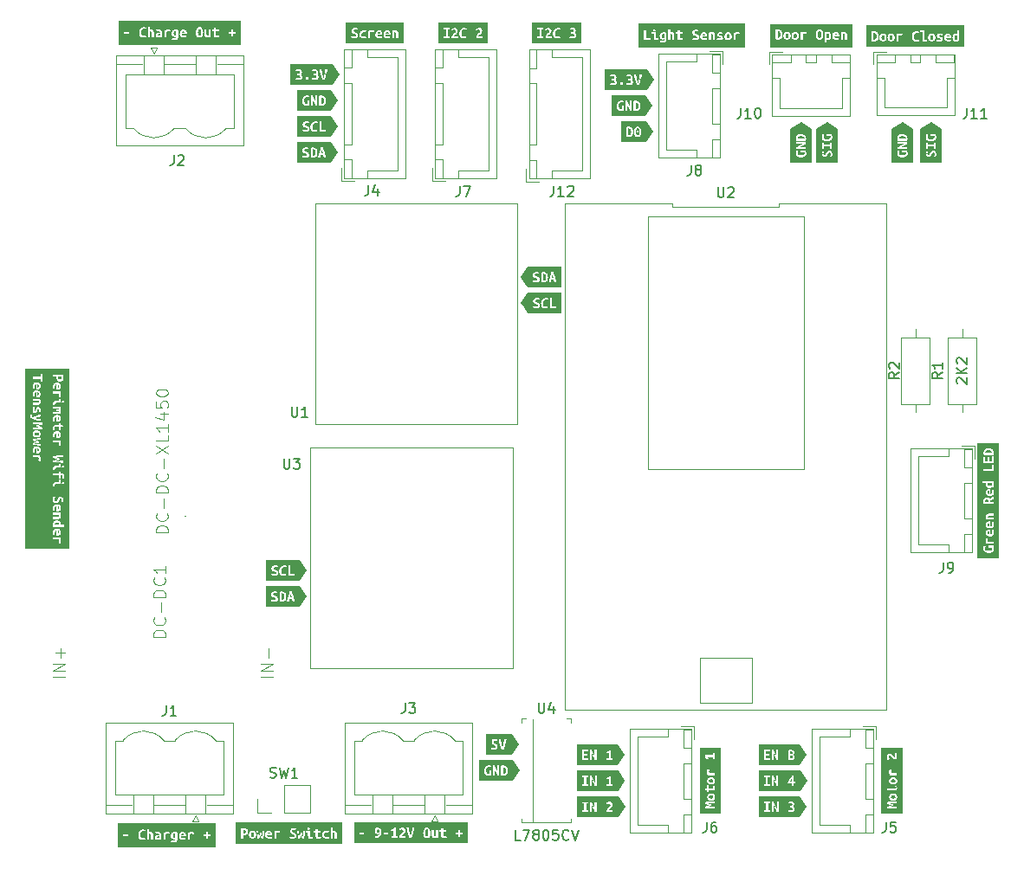
<source format=gbr>
%TF.GenerationSoftware,KiCad,Pcbnew,(6.0.5)*%
%TF.CreationDate,2022-12-20T21:12:00+01:00*%
%TF.ProjectId,sender_V1.00,73656e64-6572-45f5-9631-2e30302e6b69,rev?*%
%TF.SameCoordinates,Original*%
%TF.FileFunction,Legend,Top*%
%TF.FilePolarity,Positive*%
%FSLAX46Y46*%
G04 Gerber Fmt 4.6, Leading zero omitted, Abs format (unit mm)*
G04 Created by KiCad (PCBNEW (6.0.5)) date 2022-12-20 21:12:00*
%MOMM*%
%LPD*%
G01*
G04 APERTURE LIST*
%ADD10C,0.150000*%
%ADD11C,0.101600*%
%ADD12C,0.120000*%
%ADD13C,0.127000*%
%ADD14C,0.100000*%
G04 APERTURE END LIST*
D10*
%TO.C,U1*%
X61214095Y-50252380D02*
X61214095Y-51061904D01*
X61261714Y-51157142D01*
X61309333Y-51204761D01*
X61404571Y-51252380D01*
X61595047Y-51252380D01*
X61690285Y-51204761D01*
X61737904Y-51157142D01*
X61785523Y-51061904D01*
X61785523Y-50252380D01*
X62785523Y-51252380D02*
X62214095Y-51252380D01*
X62499809Y-51252380D02*
X62499809Y-50252380D01*
X62404571Y-50395238D01*
X62309333Y-50490476D01*
X62214095Y-50538095D01*
%TO.C,J10*%
X105108476Y-21042380D02*
X105108476Y-21756666D01*
X105060857Y-21899523D01*
X104965619Y-21994761D01*
X104822761Y-22042380D01*
X104727523Y-22042380D01*
X106108476Y-22042380D02*
X105537047Y-22042380D01*
X105822761Y-22042380D02*
X105822761Y-21042380D01*
X105727523Y-21185238D01*
X105632285Y-21280476D01*
X105537047Y-21328095D01*
X106727523Y-21042380D02*
X106822761Y-21042380D01*
X106918000Y-21090000D01*
X106965619Y-21137619D01*
X107013238Y-21232857D01*
X107060857Y-21423333D01*
X107060857Y-21661428D01*
X107013238Y-21851904D01*
X106965619Y-21947142D01*
X106918000Y-21994761D01*
X106822761Y-22042380D01*
X106727523Y-22042380D01*
X106632285Y-21994761D01*
X106584666Y-21947142D01*
X106537047Y-21851904D01*
X106489428Y-21661428D01*
X106489428Y-21423333D01*
X106537047Y-21232857D01*
X106584666Y-21137619D01*
X106632285Y-21090000D01*
X106727523Y-21042380D01*
%TO.C,J9*%
X124888666Y-65492380D02*
X124888666Y-66206666D01*
X124841047Y-66349523D01*
X124745809Y-66444761D01*
X124602952Y-66492380D01*
X124507714Y-66492380D01*
X125412476Y-66492380D02*
X125602952Y-66492380D01*
X125698190Y-66444761D01*
X125745809Y-66397142D01*
X125841047Y-66254285D01*
X125888666Y-66063809D01*
X125888666Y-65682857D01*
X125841047Y-65587619D01*
X125793428Y-65540000D01*
X125698190Y-65492380D01*
X125507714Y-65492380D01*
X125412476Y-65540000D01*
X125364857Y-65587619D01*
X125317238Y-65682857D01*
X125317238Y-65920952D01*
X125364857Y-66016190D01*
X125412476Y-66063809D01*
X125507714Y-66111428D01*
X125698190Y-66111428D01*
X125793428Y-66063809D01*
X125841047Y-66016190D01*
X125888666Y-65920952D01*
%TO.C,SW1*%
X59118666Y-86510761D02*
X59261523Y-86558380D01*
X59499619Y-86558380D01*
X59594857Y-86510761D01*
X59642476Y-86463142D01*
X59690095Y-86367904D01*
X59690095Y-86272666D01*
X59642476Y-86177428D01*
X59594857Y-86129809D01*
X59499619Y-86082190D01*
X59309142Y-86034571D01*
X59213904Y-85986952D01*
X59166285Y-85939333D01*
X59118666Y-85844095D01*
X59118666Y-85748857D01*
X59166285Y-85653619D01*
X59213904Y-85606000D01*
X59309142Y-85558380D01*
X59547238Y-85558380D01*
X59690095Y-85606000D01*
X60023428Y-85558380D02*
X60261523Y-86558380D01*
X60452000Y-85844095D01*
X60642476Y-86558380D01*
X60880571Y-85558380D01*
X61785333Y-86558380D02*
X61213904Y-86558380D01*
X61499619Y-86558380D02*
X61499619Y-85558380D01*
X61404380Y-85701238D01*
X61309142Y-85796476D01*
X61213904Y-85844095D01*
%TO.C,R1*%
X124828380Y-46902666D02*
X124352190Y-47236000D01*
X124828380Y-47474095D02*
X123828380Y-47474095D01*
X123828380Y-47093142D01*
X123876000Y-46997904D01*
X123923619Y-46950285D01*
X124018857Y-46902666D01*
X124161714Y-46902666D01*
X124256952Y-46950285D01*
X124304571Y-46997904D01*
X124352190Y-47093142D01*
X124352190Y-47474095D01*
X124828380Y-45950285D02*
X124828380Y-46521714D01*
X124828380Y-46236000D02*
X123828380Y-46236000D01*
X123971238Y-46331238D01*
X124066476Y-46426476D01*
X124114095Y-46521714D01*
X126293619Y-47997904D02*
X126246000Y-47950285D01*
X126198380Y-47855047D01*
X126198380Y-47616952D01*
X126246000Y-47521714D01*
X126293619Y-47474095D01*
X126388857Y-47426476D01*
X126484095Y-47426476D01*
X126626952Y-47474095D01*
X127198380Y-48045523D01*
X127198380Y-47426476D01*
X127198380Y-46997904D02*
X126198380Y-46997904D01*
X127198380Y-46426476D02*
X126626952Y-46855047D01*
X126198380Y-46426476D02*
X126769809Y-46997904D01*
X126293619Y-46045523D02*
X126246000Y-45997904D01*
X126198380Y-45902666D01*
X126198380Y-45664571D01*
X126246000Y-45569333D01*
X126293619Y-45521714D01*
X126388857Y-45474095D01*
X126484095Y-45474095D01*
X126626952Y-45521714D01*
X127198380Y-46093142D01*
X127198380Y-45474095D01*
D11*
%TO.C,DC-DC1*%
X48901047Y-72779587D02*
X47694547Y-72779587D01*
X47694547Y-72492325D01*
X47752000Y-72319968D01*
X47866904Y-72205063D01*
X47981809Y-72147611D01*
X48211619Y-72090159D01*
X48383976Y-72090159D01*
X48613785Y-72147611D01*
X48728690Y-72205063D01*
X48843595Y-72319968D01*
X48901047Y-72492325D01*
X48901047Y-72779587D01*
X48786142Y-70883659D02*
X48843595Y-70941111D01*
X48901047Y-71113468D01*
X48901047Y-71228373D01*
X48843595Y-71400730D01*
X48728690Y-71515635D01*
X48613785Y-71573087D01*
X48383976Y-71630540D01*
X48211619Y-71630540D01*
X47981809Y-71573087D01*
X47866904Y-71515635D01*
X47752000Y-71400730D01*
X47694547Y-71228373D01*
X47694547Y-71113468D01*
X47752000Y-70941111D01*
X47809452Y-70883659D01*
X48441428Y-70366587D02*
X48441428Y-69447349D01*
X48901047Y-68872825D02*
X47694547Y-68872825D01*
X47694547Y-68585563D01*
X47752000Y-68413206D01*
X47866904Y-68298301D01*
X47981809Y-68240849D01*
X48211619Y-68183397D01*
X48383976Y-68183397D01*
X48613785Y-68240849D01*
X48728690Y-68298301D01*
X48843595Y-68413206D01*
X48901047Y-68585563D01*
X48901047Y-68872825D01*
X48786142Y-66976897D02*
X48843595Y-67034349D01*
X48901047Y-67206706D01*
X48901047Y-67321611D01*
X48843595Y-67493968D01*
X48728690Y-67608873D01*
X48613785Y-67666325D01*
X48383976Y-67723778D01*
X48211619Y-67723778D01*
X47981809Y-67666325D01*
X47866904Y-67608873D01*
X47752000Y-67493968D01*
X47694547Y-67321611D01*
X47694547Y-67206706D01*
X47752000Y-67034349D01*
X47809452Y-66976897D01*
X48901047Y-65827849D02*
X48901047Y-66517278D01*
X48901047Y-66172563D02*
X47694547Y-66172563D01*
X47866904Y-66287468D01*
X47981809Y-66402373D01*
X48039261Y-66517278D01*
X49155047Y-62574230D02*
X47948547Y-62574230D01*
X47948547Y-62286968D01*
X48006000Y-62114611D01*
X48120904Y-61999706D01*
X48235809Y-61942254D01*
X48465619Y-61884801D01*
X48637976Y-61884801D01*
X48867785Y-61942254D01*
X48982690Y-61999706D01*
X49097595Y-62114611D01*
X49155047Y-62286968D01*
X49155047Y-62574230D01*
X49040142Y-60678301D02*
X49097595Y-60735754D01*
X49155047Y-60908111D01*
X49155047Y-61023016D01*
X49097595Y-61195373D01*
X48982690Y-61310278D01*
X48867785Y-61367730D01*
X48637976Y-61425182D01*
X48465619Y-61425182D01*
X48235809Y-61367730D01*
X48120904Y-61310278D01*
X48006000Y-61195373D01*
X47948547Y-61023016D01*
X47948547Y-60908111D01*
X48006000Y-60735754D01*
X48063452Y-60678301D01*
X48695428Y-60161230D02*
X48695428Y-59241992D01*
X49155047Y-58667468D02*
X47948547Y-58667468D01*
X47948547Y-58380206D01*
X48006000Y-58207849D01*
X48120904Y-58092944D01*
X48235809Y-58035492D01*
X48465619Y-57978040D01*
X48637976Y-57978040D01*
X48867785Y-58035492D01*
X48982690Y-58092944D01*
X49097595Y-58207849D01*
X49155047Y-58380206D01*
X49155047Y-58667468D01*
X49040142Y-56771540D02*
X49097595Y-56828992D01*
X49155047Y-57001349D01*
X49155047Y-57116254D01*
X49097595Y-57288611D01*
X48982690Y-57403516D01*
X48867785Y-57460968D01*
X48637976Y-57518420D01*
X48465619Y-57518420D01*
X48235809Y-57460968D01*
X48120904Y-57403516D01*
X48006000Y-57288611D01*
X47948547Y-57116254D01*
X47948547Y-57001349D01*
X48006000Y-56828992D01*
X48063452Y-56771540D01*
X48695428Y-56254468D02*
X48695428Y-55335230D01*
X47948547Y-54875611D02*
X49155047Y-54071278D01*
X47948547Y-54071278D02*
X49155047Y-54875611D01*
X49155047Y-53037135D02*
X49155047Y-53611659D01*
X47948547Y-53611659D01*
X49155047Y-52002992D02*
X49155047Y-52692420D01*
X49155047Y-52347706D02*
X47948547Y-52347706D01*
X48120904Y-52462611D01*
X48235809Y-52577516D01*
X48293261Y-52692420D01*
X48350714Y-50968849D02*
X49155047Y-50968849D01*
X47891095Y-51256111D02*
X48752880Y-51543373D01*
X48752880Y-50796492D01*
X47948547Y-49762349D02*
X47948547Y-50336873D01*
X48523071Y-50394325D01*
X48465619Y-50336873D01*
X48408166Y-50221968D01*
X48408166Y-49934706D01*
X48465619Y-49819801D01*
X48523071Y-49762349D01*
X48637976Y-49704897D01*
X48925238Y-49704897D01*
X49040142Y-49762349D01*
X49097595Y-49819801D01*
X49155047Y-49934706D01*
X49155047Y-50221968D01*
X49097595Y-50336873D01*
X49040142Y-50394325D01*
X47948547Y-48958016D02*
X47948547Y-48843111D01*
X48006000Y-48728206D01*
X48063452Y-48670754D01*
X48178357Y-48613301D01*
X48408166Y-48555849D01*
X48695428Y-48555849D01*
X48925238Y-48613301D01*
X49040142Y-48670754D01*
X49097595Y-48728206D01*
X49155047Y-48843111D01*
X49155047Y-48958016D01*
X49097595Y-49072920D01*
X49040142Y-49130373D01*
X48925238Y-49187825D01*
X48695428Y-49245278D01*
X48408166Y-49245278D01*
X48178357Y-49187825D01*
X48063452Y-49130373D01*
X48006000Y-49072920D01*
X47948547Y-48958016D01*
X39092547Y-76656698D02*
X37886047Y-76656698D01*
X39092547Y-76082174D02*
X37886047Y-76082174D01*
X39092547Y-75392745D01*
X37886047Y-75392745D01*
X38632928Y-74818221D02*
X38632928Y-73898983D01*
X39092547Y-74358602D02*
X38173309Y-74358602D01*
X59402547Y-76656698D02*
X58196047Y-76656698D01*
X59402547Y-76082174D02*
X58196047Y-76082174D01*
X59402547Y-75392745D01*
X58196047Y-75392745D01*
X58942928Y-74818221D02*
X58942928Y-73898983D01*
D10*
%TO.C,J12*%
X86820476Y-28662380D02*
X86820476Y-29376666D01*
X86772857Y-29519523D01*
X86677619Y-29614761D01*
X86534761Y-29662380D01*
X86439523Y-29662380D01*
X87820476Y-29662380D02*
X87249047Y-29662380D01*
X87534761Y-29662380D02*
X87534761Y-28662380D01*
X87439523Y-28805238D01*
X87344285Y-28900476D01*
X87249047Y-28948095D01*
X88201428Y-28757619D02*
X88249047Y-28710000D01*
X88344285Y-28662380D01*
X88582380Y-28662380D01*
X88677619Y-28710000D01*
X88725238Y-28757619D01*
X88772857Y-28852857D01*
X88772857Y-28948095D01*
X88725238Y-29090952D01*
X88153809Y-29662380D01*
X88772857Y-29662380D01*
%TO.C,U3*%
X60452095Y-55332380D02*
X60452095Y-56141904D01*
X60499714Y-56237142D01*
X60547333Y-56284761D01*
X60642571Y-56332380D01*
X60833047Y-56332380D01*
X60928285Y-56284761D01*
X60975904Y-56237142D01*
X61023523Y-56141904D01*
X61023523Y-55332380D01*
X61404476Y-55332380D02*
X62023523Y-55332380D01*
X61690190Y-55713333D01*
X61833047Y-55713333D01*
X61928285Y-55760952D01*
X61975904Y-55808571D01*
X62023523Y-55903809D01*
X62023523Y-56141904D01*
X61975904Y-56237142D01*
X61928285Y-56284761D01*
X61833047Y-56332380D01*
X61547333Y-56332380D01*
X61452095Y-56284761D01*
X61404476Y-56237142D01*
%TO.C,U2*%
X102870095Y-28790380D02*
X102870095Y-29599904D01*
X102917714Y-29695142D01*
X102965333Y-29742761D01*
X103060571Y-29790380D01*
X103251047Y-29790380D01*
X103346285Y-29742761D01*
X103393904Y-29695142D01*
X103441523Y-29599904D01*
X103441523Y-28790380D01*
X103870095Y-28885619D02*
X103917714Y-28838000D01*
X104012952Y-28790380D01*
X104251047Y-28790380D01*
X104346285Y-28838000D01*
X104393904Y-28885619D01*
X104441523Y-28980857D01*
X104441523Y-29076095D01*
X104393904Y-29218952D01*
X103822476Y-29790380D01*
X104441523Y-29790380D01*
%TO.C,J5*%
X119300666Y-90892380D02*
X119300666Y-91606666D01*
X119253047Y-91749523D01*
X119157809Y-91844761D01*
X119014952Y-91892380D01*
X118919714Y-91892380D01*
X120253047Y-90892380D02*
X119776857Y-90892380D01*
X119729238Y-91368571D01*
X119776857Y-91320952D01*
X119872095Y-91273333D01*
X120110190Y-91273333D01*
X120205428Y-91320952D01*
X120253047Y-91368571D01*
X120300666Y-91463809D01*
X120300666Y-91701904D01*
X120253047Y-91797142D01*
X120205428Y-91844761D01*
X120110190Y-91892380D01*
X119872095Y-91892380D01*
X119776857Y-91844761D01*
X119729238Y-91797142D01*
%TO.C,J6*%
X101774666Y-90892380D02*
X101774666Y-91606666D01*
X101727047Y-91749523D01*
X101631809Y-91844761D01*
X101488952Y-91892380D01*
X101393714Y-91892380D01*
X102679428Y-90892380D02*
X102488952Y-90892380D01*
X102393714Y-90940000D01*
X102346095Y-90987619D01*
X102250857Y-91130476D01*
X102203238Y-91320952D01*
X102203238Y-91701904D01*
X102250857Y-91797142D01*
X102298476Y-91844761D01*
X102393714Y-91892380D01*
X102584190Y-91892380D01*
X102679428Y-91844761D01*
X102727047Y-91797142D01*
X102774666Y-91701904D01*
X102774666Y-91463809D01*
X102727047Y-91368571D01*
X102679428Y-91320952D01*
X102584190Y-91273333D01*
X102393714Y-91273333D01*
X102298476Y-91320952D01*
X102250857Y-91368571D01*
X102203238Y-91463809D01*
%TO.C,J7*%
X77644666Y-28662380D02*
X77644666Y-29376666D01*
X77597047Y-29519523D01*
X77501809Y-29614761D01*
X77358952Y-29662380D01*
X77263714Y-29662380D01*
X78025619Y-28662380D02*
X78692285Y-28662380D01*
X78263714Y-29662380D01*
%TO.C,J4*%
X68737666Y-28602380D02*
X68737666Y-29316666D01*
X68690047Y-29459523D01*
X68594809Y-29554761D01*
X68451952Y-29602380D01*
X68356714Y-29602380D01*
X69642428Y-28935714D02*
X69642428Y-29602380D01*
X69404333Y-28554761D02*
X69166238Y-29269047D01*
X69785285Y-29269047D01*
%TO.C,J2*%
X49704666Y-25653880D02*
X49704666Y-26368166D01*
X49657047Y-26511023D01*
X49561809Y-26606261D01*
X49418952Y-26653880D01*
X49323714Y-26653880D01*
X50133238Y-25749119D02*
X50180857Y-25701500D01*
X50276095Y-25653880D01*
X50514190Y-25653880D01*
X50609428Y-25701500D01*
X50657047Y-25749119D01*
X50704666Y-25844357D01*
X50704666Y-25939595D01*
X50657047Y-26082452D01*
X50085619Y-26653880D01*
X50704666Y-26653880D01*
%TO.C,J1*%
X48942666Y-79462380D02*
X48942666Y-80176666D01*
X48895047Y-80319523D01*
X48799809Y-80414761D01*
X48656952Y-80462380D01*
X48561714Y-80462380D01*
X49942666Y-80462380D02*
X49371238Y-80462380D01*
X49656952Y-80462380D02*
X49656952Y-79462380D01*
X49561714Y-79605238D01*
X49466476Y-79700476D01*
X49371238Y-79748095D01*
%TO.C,J3*%
X72310666Y-79247880D02*
X72310666Y-79962166D01*
X72263047Y-80105023D01*
X72167809Y-80200261D01*
X72024952Y-80247880D01*
X71929714Y-80247880D01*
X72691619Y-79247880D02*
X73310666Y-79247880D01*
X72977333Y-79628833D01*
X73120190Y-79628833D01*
X73215428Y-79676452D01*
X73263047Y-79724071D01*
X73310666Y-79819309D01*
X73310666Y-80057404D01*
X73263047Y-80152642D01*
X73215428Y-80200261D01*
X73120190Y-80247880D01*
X72834476Y-80247880D01*
X72739238Y-80200261D01*
X72691619Y-80152642D01*
%TO.C,R2*%
X120594380Y-46902666D02*
X120118190Y-47236000D01*
X120594380Y-47474095D02*
X119594380Y-47474095D01*
X119594380Y-47093142D01*
X119642000Y-46997904D01*
X119689619Y-46950285D01*
X119784857Y-46902666D01*
X119927714Y-46902666D01*
X120022952Y-46950285D01*
X120070571Y-46997904D01*
X120118190Y-47093142D01*
X120118190Y-47474095D01*
X119689619Y-46521714D02*
X119642000Y-46474095D01*
X119594380Y-46378857D01*
X119594380Y-46140761D01*
X119642000Y-46045523D01*
X119689619Y-45997904D01*
X119784857Y-45950285D01*
X119880095Y-45950285D01*
X120022952Y-45997904D01*
X120594380Y-46569333D01*
X120594380Y-45950285D01*
%TO.C,J8*%
X100250666Y-26630380D02*
X100250666Y-27344666D01*
X100203047Y-27487523D01*
X100107809Y-27582761D01*
X99964952Y-27630380D01*
X99869714Y-27630380D01*
X100869714Y-27058952D02*
X100774476Y-27011333D01*
X100726857Y-26963714D01*
X100679238Y-26868476D01*
X100679238Y-26820857D01*
X100726857Y-26725619D01*
X100774476Y-26678000D01*
X100869714Y-26630380D01*
X101060190Y-26630380D01*
X101155428Y-26678000D01*
X101203047Y-26725619D01*
X101250666Y-26820857D01*
X101250666Y-26868476D01*
X101203047Y-26963714D01*
X101155428Y-27011333D01*
X101060190Y-27058952D01*
X100869714Y-27058952D01*
X100774476Y-27106571D01*
X100726857Y-27154190D01*
X100679238Y-27249428D01*
X100679238Y-27439904D01*
X100726857Y-27535142D01*
X100774476Y-27582761D01*
X100869714Y-27630380D01*
X101060190Y-27630380D01*
X101155428Y-27582761D01*
X101203047Y-27535142D01*
X101250666Y-27439904D01*
X101250666Y-27249428D01*
X101203047Y-27154190D01*
X101155428Y-27106571D01*
X101060190Y-27058952D01*
%TO.C,U4*%
X85344095Y-79208380D02*
X85344095Y-80017904D01*
X85391714Y-80113142D01*
X85439333Y-80160761D01*
X85534571Y-80208380D01*
X85725047Y-80208380D01*
X85820285Y-80160761D01*
X85867904Y-80113142D01*
X85915523Y-80017904D01*
X85915523Y-79208380D01*
X86820285Y-79541714D02*
X86820285Y-80208380D01*
X86582190Y-79160761D02*
X86344095Y-79875047D01*
X86963142Y-79875047D01*
X83582190Y-92654380D02*
X83106000Y-92654380D01*
X83106000Y-91654380D01*
X83820285Y-91654380D02*
X84486952Y-91654380D01*
X84058380Y-92654380D01*
X85010761Y-92082952D02*
X84915523Y-92035333D01*
X84867904Y-91987714D01*
X84820285Y-91892476D01*
X84820285Y-91844857D01*
X84867904Y-91749619D01*
X84915523Y-91702000D01*
X85010761Y-91654380D01*
X85201238Y-91654380D01*
X85296476Y-91702000D01*
X85344095Y-91749619D01*
X85391714Y-91844857D01*
X85391714Y-91892476D01*
X85344095Y-91987714D01*
X85296476Y-92035333D01*
X85201238Y-92082952D01*
X85010761Y-92082952D01*
X84915523Y-92130571D01*
X84867904Y-92178190D01*
X84820285Y-92273428D01*
X84820285Y-92463904D01*
X84867904Y-92559142D01*
X84915523Y-92606761D01*
X85010761Y-92654380D01*
X85201238Y-92654380D01*
X85296476Y-92606761D01*
X85344095Y-92559142D01*
X85391714Y-92463904D01*
X85391714Y-92273428D01*
X85344095Y-92178190D01*
X85296476Y-92130571D01*
X85201238Y-92082952D01*
X86010761Y-91654380D02*
X86106000Y-91654380D01*
X86201238Y-91702000D01*
X86248857Y-91749619D01*
X86296476Y-91844857D01*
X86344095Y-92035333D01*
X86344095Y-92273428D01*
X86296476Y-92463904D01*
X86248857Y-92559142D01*
X86201238Y-92606761D01*
X86106000Y-92654380D01*
X86010761Y-92654380D01*
X85915523Y-92606761D01*
X85867904Y-92559142D01*
X85820285Y-92463904D01*
X85772666Y-92273428D01*
X85772666Y-92035333D01*
X85820285Y-91844857D01*
X85867904Y-91749619D01*
X85915523Y-91702000D01*
X86010761Y-91654380D01*
X87248857Y-91654380D02*
X86772666Y-91654380D01*
X86725047Y-92130571D01*
X86772666Y-92082952D01*
X86867904Y-92035333D01*
X87106000Y-92035333D01*
X87201238Y-92082952D01*
X87248857Y-92130571D01*
X87296476Y-92225809D01*
X87296476Y-92463904D01*
X87248857Y-92559142D01*
X87201238Y-92606761D01*
X87106000Y-92654380D01*
X86867904Y-92654380D01*
X86772666Y-92606761D01*
X86725047Y-92559142D01*
X88296476Y-92559142D02*
X88248857Y-92606761D01*
X88106000Y-92654380D01*
X88010761Y-92654380D01*
X87867904Y-92606761D01*
X87772666Y-92511523D01*
X87725047Y-92416285D01*
X87677428Y-92225809D01*
X87677428Y-92082952D01*
X87725047Y-91892476D01*
X87772666Y-91797238D01*
X87867904Y-91702000D01*
X88010761Y-91654380D01*
X88106000Y-91654380D01*
X88248857Y-91702000D01*
X88296476Y-91749619D01*
X88582190Y-91654380D02*
X88915523Y-92654380D01*
X89248857Y-91654380D01*
%TO.C,J11*%
X127206476Y-21042380D02*
X127206476Y-21756666D01*
X127158857Y-21899523D01*
X127063619Y-21994761D01*
X126920761Y-22042380D01*
X126825523Y-22042380D01*
X128206476Y-22042380D02*
X127635047Y-22042380D01*
X127920761Y-22042380D02*
X127920761Y-21042380D01*
X127825523Y-21185238D01*
X127730285Y-21280476D01*
X127635047Y-21328095D01*
X129158857Y-22042380D02*
X128587428Y-22042380D01*
X128873142Y-22042380D02*
X128873142Y-21042380D01*
X128777904Y-21185238D01*
X128682666Y-21280476D01*
X128587428Y-21328095D01*
D12*
%TO.C,U1*%
X76866666Y-51938000D02*
X83280000Y-51938000D01*
X83280000Y-51938000D02*
X83280000Y-30358000D01*
X63500000Y-30358000D02*
X64040000Y-30358000D01*
X70453334Y-51938000D02*
X76866666Y-51938000D01*
X64040000Y-51938000D02*
X70453334Y-51938000D01*
X83280000Y-30358000D02*
X64040000Y-30358000D01*
X63500000Y-51938000D02*
X64040000Y-51938000D01*
X63500000Y-30358000D02*
X63500000Y-51938000D01*
%TO.C,kibuzzard-6384E189*%
G36*
X89074537Y-88392926D02*
G01*
X93128747Y-88392926D01*
X93805463Y-89408000D01*
X93128747Y-90423074D01*
X89074537Y-90423074D01*
X89074537Y-89089706D01*
X89587167Y-89089706D01*
X89801480Y-89089706D01*
X89801480Y-89748519D01*
X89587167Y-89748519D01*
X89587167Y-89910444D01*
X90211055Y-89910444D01*
X90368217Y-89910444D01*
X90544430Y-89910444D01*
X90544430Y-89257981D01*
X90603432Y-89366901D01*
X90659788Y-89475645D01*
X90713498Y-89584213D01*
X90764563Y-89692780D01*
X90812982Y-89801524D01*
X90858755Y-89910444D01*
X91015917Y-89910444D01*
X91015917Y-89035731D01*
X91950955Y-89035731D01*
X92047792Y-89172256D01*
X92147805Y-89097644D01*
X92244642Y-89075419D01*
X92336717Y-89107962D01*
X92373230Y-89200831D01*
X92343861Y-89284969D01*
X92269248Y-89370694D01*
X92222417Y-89416136D01*
X92172411Y-89463563D01*
X92122405Y-89513966D01*
X92075573Y-89568338D01*
X92034298Y-89627273D01*
X92000961Y-89691369D01*
X91978934Y-89761219D01*
X91971592Y-89837419D01*
X91970798Y-89870756D01*
X91974767Y-89910444D01*
X92616117Y-89910444D01*
X92616117Y-89748519D01*
X92193842Y-89748519D01*
X92210511Y-89696131D01*
X92250992Y-89639775D01*
X92301792Y-89585800D01*
X92349417Y-89540556D01*
X92430380Y-89461181D01*
X92501817Y-89375456D01*
X92552617Y-89284175D01*
X92571667Y-89186544D01*
X92546267Y-89063512D01*
X92478005Y-88975406D01*
X92379580Y-88923019D01*
X92263692Y-88905556D01*
X92180944Y-88913494D01*
X92097798Y-88937306D01*
X92019415Y-88977787D01*
X91950955Y-89035731D01*
X91015917Y-89035731D01*
X91015917Y-88927781D01*
X90839705Y-88927781D01*
X90839705Y-89532619D01*
X90811725Y-89470706D01*
X90778586Y-89399269D01*
X90741280Y-89321878D01*
X90700798Y-89242106D01*
X90658134Y-89160945D01*
X90614280Y-89079387D01*
X90569830Y-89000608D01*
X90525380Y-88927781D01*
X90368217Y-88927781D01*
X90368217Y-89910444D01*
X90211055Y-89910444D01*
X90211055Y-89748519D01*
X89998330Y-89748519D01*
X89998330Y-89089706D01*
X90211055Y-89089706D01*
X90211055Y-88927781D01*
X89587167Y-88927781D01*
X89587167Y-89089706D01*
X89074537Y-89089706D01*
X89074537Y-88392926D01*
G37*
%TO.C,kibuzzard-6384E173*%
G36*
X89080622Y-85864039D02*
G01*
X93130070Y-85864039D01*
X93799378Y-86868000D01*
X93130070Y-87871961D01*
X89080622Y-87871961D01*
X89080622Y-86538594D01*
X89593252Y-86538594D01*
X89807565Y-86538594D01*
X89807565Y-87197406D01*
X89593252Y-87197406D01*
X89593252Y-87359331D01*
X90217140Y-87359331D01*
X90374302Y-87359331D01*
X90550515Y-87359331D01*
X90550515Y-86706869D01*
X90609517Y-86815789D01*
X90665873Y-86924533D01*
X90719584Y-87033100D01*
X90770648Y-87141667D01*
X90819067Y-87250411D01*
X90864840Y-87359331D01*
X91022002Y-87359331D01*
X91022002Y-86581456D01*
X91964977Y-86581456D01*
X92028477Y-86743381D01*
X92125315Y-86704487D01*
X92226915Y-86648131D01*
X92226915Y-87197406D01*
X92020540Y-87197406D01*
X92020540Y-87359331D01*
X92617440Y-87359331D01*
X92617440Y-87197406D01*
X92422177Y-87197406D01*
X92422177Y-86376669D01*
X92288827Y-86376669D01*
X92220565Y-86438581D01*
X92136427Y-86495731D01*
X92047527Y-86544944D01*
X91964977Y-86581456D01*
X91022002Y-86581456D01*
X91022002Y-86376669D01*
X90845790Y-86376669D01*
X90845790Y-86981506D01*
X90817810Y-86919594D01*
X90784671Y-86848156D01*
X90747365Y-86770766D01*
X90706884Y-86690994D01*
X90664220Y-86609833D01*
X90620365Y-86528275D01*
X90575915Y-86449495D01*
X90531465Y-86376669D01*
X90374302Y-86376669D01*
X90374302Y-87359331D01*
X90217140Y-87359331D01*
X90217140Y-87197406D01*
X90004415Y-87197406D01*
X90004415Y-86538594D01*
X90217140Y-86538594D01*
X90217140Y-86376669D01*
X89593252Y-86376669D01*
X89593252Y-86538594D01*
X89080622Y-86538594D01*
X89080622Y-85864039D01*
G37*
%TO.C,J10*%
X111494000Y-15838000D02*
X111494000Y-16588000D01*
X115044000Y-21038000D02*
X111994000Y-21038000D01*
X115044000Y-18088000D02*
X115044000Y-21038000D01*
X115804000Y-21798000D02*
X115804000Y-15828000D01*
X112494000Y-16588000D02*
X112494000Y-15838000D01*
X115794000Y-16588000D02*
X115794000Y-15838000D01*
X108194000Y-18088000D02*
X108944000Y-18088000D01*
X108184000Y-21798000D02*
X115804000Y-21798000D01*
X115794000Y-15838000D02*
X113994000Y-15838000D01*
X113994000Y-16588000D02*
X115794000Y-16588000D01*
X108194000Y-15838000D02*
X108194000Y-16588000D01*
X111494000Y-16588000D02*
X112494000Y-16588000D01*
X108944000Y-18088000D02*
X108944000Y-21038000D01*
X108184000Y-15828000D02*
X108184000Y-21798000D01*
X109994000Y-15838000D02*
X108194000Y-15838000D01*
X109144000Y-15538000D02*
X107894000Y-15538000D01*
X108944000Y-21038000D02*
X111994000Y-21038000D01*
X115804000Y-15828000D02*
X108184000Y-15828000D01*
X112494000Y-15838000D02*
X111494000Y-15838000D01*
X109994000Y-16588000D02*
X109994000Y-15838000D01*
X115794000Y-18088000D02*
X115044000Y-18088000D01*
X113994000Y-15838000D02*
X113994000Y-16588000D01*
X107894000Y-15538000D02*
X107894000Y-16788000D01*
X108194000Y-16588000D02*
X109994000Y-16588000D01*
%TO.C,kibuzzard-6384E79B*%
G36*
X94987577Y-20523994D02*
G01*
X95052665Y-20597812D01*
X95086002Y-20704175D01*
X95095527Y-20828000D01*
X95092551Y-20898048D01*
X95083621Y-20962144D01*
X95043934Y-21067713D01*
X94970909Y-21137563D01*
X94858990Y-21162963D01*
X94841527Y-21162963D01*
X94824065Y-21161375D01*
X94824065Y-20500975D01*
X94852640Y-20497006D01*
X94881215Y-20496212D01*
X94987577Y-20523994D01*
G37*
G36*
X96490190Y-20828000D02*
G01*
X95806595Y-21853393D01*
X92485810Y-21853393D01*
X92485810Y-20828000D01*
X92998440Y-20828000D01*
X93005584Y-20947261D01*
X93027015Y-21051044D01*
X93061543Y-21139150D01*
X93107977Y-21211381D01*
X93165723Y-21267738D01*
X93234184Y-21308219D01*
X93312566Y-21332627D01*
X93400077Y-21340763D01*
X93497113Y-21336794D01*
X93578671Y-21324888D01*
X93596797Y-21320125D01*
X93822352Y-21320125D01*
X93998565Y-21320125D01*
X93998565Y-20667662D01*
X94057567Y-20776583D01*
X94113923Y-20885326D01*
X94167634Y-20993894D01*
X94218698Y-21102461D01*
X94267117Y-21211205D01*
X94312890Y-21320125D01*
X94470052Y-21320125D01*
X94470052Y-21309013D01*
X94628802Y-21309013D01*
X94735959Y-21327269D01*
X94838352Y-21332825D01*
X94934198Y-21325880D01*
X95021709Y-21305044D01*
X95099298Y-21269127D01*
X95165377Y-21216938D01*
X95219154Y-21147683D01*
X95259834Y-21060569D01*
X95285432Y-20954405D01*
X95293965Y-20828000D01*
X95286226Y-20704373D01*
X95263009Y-20600194D01*
X95225901Y-20514072D01*
X95176490Y-20444619D01*
X95114776Y-20391636D01*
X95040759Y-20354925D01*
X94956423Y-20333494D01*
X94863752Y-20326350D01*
X94754215Y-20331112D01*
X94628802Y-20350162D01*
X94628802Y-21309013D01*
X94470052Y-21309013D01*
X94470052Y-20337462D01*
X94293840Y-20337462D01*
X94293840Y-20942300D01*
X94265860Y-20880388D01*
X94232721Y-20808950D01*
X94195415Y-20731559D01*
X94154934Y-20651787D01*
X94112270Y-20570627D01*
X94068415Y-20489069D01*
X94023965Y-20410289D01*
X93979515Y-20337462D01*
X93822352Y-20337462D01*
X93822352Y-21320125D01*
X93596797Y-21320125D01*
X93687415Y-21296313D01*
X93687415Y-20805775D01*
X93492152Y-20805775D01*
X93492152Y-21164550D01*
X93454052Y-21169313D01*
X93415952Y-21170900D01*
X93321099Y-21150064D01*
X93252440Y-21087556D01*
X93221572Y-21021675D01*
X93203051Y-20935156D01*
X93196877Y-20828000D01*
X93200251Y-20755173D01*
X93210371Y-20689094D01*
X93254821Y-20581144D01*
X93333402Y-20510500D01*
X93450877Y-20485100D01*
X93555652Y-20502562D01*
X93641377Y-20542250D01*
X93692177Y-20386675D01*
X93659634Y-20367625D01*
X93604865Y-20343812D01*
X93526284Y-20323969D01*
X93423890Y-20315237D01*
X93337768Y-20323373D01*
X93257202Y-20347781D01*
X93184574Y-20388461D01*
X93122265Y-20445412D01*
X93071068Y-20518239D01*
X93031777Y-20606544D01*
X93006774Y-20709930D01*
X92998440Y-20828000D01*
X92485810Y-20828000D01*
X92485810Y-19802607D01*
X95806595Y-19802607D01*
X96490190Y-20828000D01*
G37*
%TO.C,kibuzzard-6384E6B7*%
G36*
X84706751Y-12690607D02*
G01*
X89537249Y-12690607D01*
X89537249Y-14741393D01*
X84706751Y-14741393D01*
X84706751Y-14208125D01*
X85219381Y-14208125D01*
X85843269Y-14208125D01*
X85843269Y-14046200D01*
X85630544Y-14046200D01*
X85630544Y-13387387D01*
X85843269Y-13387387D01*
X85843269Y-13333412D01*
X85995669Y-13333412D01*
X86092506Y-13469937D01*
X86192519Y-13395325D01*
X86289356Y-13373100D01*
X86381431Y-13405644D01*
X86417944Y-13498512D01*
X86388575Y-13582650D01*
X86313962Y-13668375D01*
X86267131Y-13713817D01*
X86217125Y-13761244D01*
X86167119Y-13811647D01*
X86120287Y-13866019D01*
X86079012Y-13924955D01*
X86045675Y-13989050D01*
X86023648Y-14058900D01*
X86016306Y-14135100D01*
X86015512Y-14168438D01*
X86019481Y-14208125D01*
X86660831Y-14208125D01*
X86660831Y-14046200D01*
X86238556Y-14046200D01*
X86255225Y-13993813D01*
X86295706Y-13937456D01*
X86346506Y-13883481D01*
X86394131Y-13838238D01*
X86475094Y-13758863D01*
X86510813Y-13716000D01*
X86764019Y-13716000D01*
X86770865Y-13831987D01*
X86791403Y-13933884D01*
X86825634Y-14021693D01*
X86873556Y-14095413D01*
X86957517Y-14169496D01*
X87063351Y-14213946D01*
X87191056Y-14228763D01*
X87277773Y-14223405D01*
X87353775Y-14207331D01*
X87431548Y-14174788D01*
X88373744Y-14174788D01*
X88422956Y-14192250D01*
X88492013Y-14209713D01*
X88569800Y-14223206D01*
X88646794Y-14228763D01*
X88738472Y-14223008D01*
X88816656Y-14205744D01*
X88881744Y-14177963D01*
X88934131Y-14140656D01*
X89002394Y-14041438D01*
X89024619Y-13916025D01*
X89014102Y-13836253D01*
X88982550Y-13768388D01*
X88931948Y-13714016D01*
X88864281Y-13674725D01*
X88953181Y-13592175D01*
X88986519Y-13479462D01*
X88967469Y-13369925D01*
X88908731Y-13281819D01*
X88807925Y-13223875D01*
X88741448Y-13208397D01*
X88664256Y-13203237D01*
X88579920Y-13210580D01*
X88504713Y-13232606D01*
X88391206Y-13290550D01*
X88461056Y-13433425D01*
X88555513Y-13388181D01*
X88665844Y-13369925D01*
X88755538Y-13400881D01*
X88788081Y-13485812D01*
X88773000Y-13546137D01*
X88734106Y-13584237D01*
X88680131Y-13604875D01*
X88619806Y-13611225D01*
X88546781Y-13611225D01*
X88546781Y-13773150D01*
X88607106Y-13773150D01*
X88694022Y-13780889D01*
X88764269Y-13804106D01*
X88810703Y-13846770D01*
X88826181Y-13912850D01*
X88785700Y-14019213D01*
X88730336Y-14051359D01*
X88645206Y-14062075D01*
X88569998Y-14057709D01*
X88506300Y-14044613D01*
X88411844Y-14011275D01*
X88373744Y-14174788D01*
X87431548Y-14174788D01*
X87465694Y-14160500D01*
X87416481Y-14006513D01*
X87336313Y-14041438D01*
X87210106Y-14058900D01*
X87096798Y-14036477D01*
X87020400Y-13969206D01*
X86988209Y-13900679D01*
X86968894Y-13814690D01*
X86962456Y-13711237D01*
X86967814Y-13622337D01*
X86983887Y-13549312D01*
X87039450Y-13445331D01*
X87117237Y-13389769D01*
X87206931Y-13373100D01*
X87325200Y-13389769D01*
X87413306Y-13430250D01*
X87464106Y-13274675D01*
X87431563Y-13255625D01*
X87378381Y-13231812D01*
X87304563Y-13211969D01*
X87210106Y-13203237D01*
X87117039Y-13211770D01*
X87031512Y-13237369D01*
X86955312Y-13279437D01*
X86890225Y-13337381D01*
X86837242Y-13410605D01*
X86797356Y-13498512D01*
X86772353Y-13600509D01*
X86764019Y-13716000D01*
X86510813Y-13716000D01*
X86546531Y-13673137D01*
X86597331Y-13581856D01*
X86616381Y-13484225D01*
X86590981Y-13361194D01*
X86522719Y-13273087D01*
X86424294Y-13220700D01*
X86308406Y-13203237D01*
X86225658Y-13211175D01*
X86142512Y-13234987D01*
X86064130Y-13275469D01*
X85995669Y-13333412D01*
X85843269Y-13333412D01*
X85843269Y-13225462D01*
X85219381Y-13225462D01*
X85219381Y-13387387D01*
X85433694Y-13387387D01*
X85433694Y-14046200D01*
X85219381Y-14046200D01*
X85219381Y-14208125D01*
X84706751Y-14208125D01*
X84706751Y-12690607D01*
G37*
%TO.C,kibuzzard-6384E924*%
G36*
X85962816Y-37287994D02*
G01*
X86027904Y-37361812D01*
X86061241Y-37468175D01*
X86070766Y-37592000D01*
X86067790Y-37662048D01*
X86058860Y-37726144D01*
X86019173Y-37831713D01*
X85946148Y-37901563D01*
X85834229Y-37926963D01*
X85816766Y-37926963D01*
X85799304Y-37925375D01*
X85799304Y-37264975D01*
X85827879Y-37261006D01*
X85856454Y-37260212D01*
X85962816Y-37287994D01*
G37*
G36*
X86736723Y-37397531D02*
G01*
X86762123Y-37495956D01*
X86783554Y-37593588D01*
X86802604Y-37695188D01*
X86610516Y-37695188D01*
X86630360Y-37593588D01*
X86652585Y-37495956D01*
X86677985Y-37397531D01*
X86707354Y-37291962D01*
X86736723Y-37397531D01*
G37*
G36*
X84275436Y-36566607D02*
G01*
X87604159Y-36566607D01*
X87604159Y-38617393D01*
X84275436Y-38617393D01*
X83883941Y-38030150D01*
X84788066Y-38030150D01*
X84897604Y-38078569D01*
X84982932Y-38098214D01*
X85092866Y-38104763D01*
X85204256Y-38096384D01*
X85288639Y-38073013D01*
X85604041Y-38073013D01*
X85711198Y-38091269D01*
X85813591Y-38096825D01*
X85909437Y-38089880D01*
X85933608Y-38084125D01*
X86326354Y-38084125D01*
X86529554Y-38084125D01*
X86574004Y-37857113D01*
X86835941Y-37857113D01*
X86881979Y-38084125D01*
X87091529Y-38084125D01*
X87065335Y-37972714D01*
X87038824Y-37864542D01*
X87011995Y-37759608D01*
X86984849Y-37657913D01*
X86957385Y-37559456D01*
X86922807Y-37440046D01*
X86888130Y-37323911D01*
X86853354Y-37211050D01*
X86818479Y-37101462D01*
X86605754Y-37101462D01*
X86572119Y-37210157D01*
X86537888Y-37321927D01*
X86503062Y-37436772D01*
X86467641Y-37554694D01*
X86439130Y-37652325D01*
X86410745Y-37754084D01*
X86382488Y-37859970D01*
X86354357Y-37969984D01*
X86326354Y-38084125D01*
X85933608Y-38084125D01*
X85996948Y-38069044D01*
X86074537Y-38033127D01*
X86140616Y-37980938D01*
X86194393Y-37911683D01*
X86235073Y-37824569D01*
X86260671Y-37718405D01*
X86269204Y-37592000D01*
X86261465Y-37468373D01*
X86238248Y-37364194D01*
X86201140Y-37278072D01*
X86151729Y-37208619D01*
X86090015Y-37155636D01*
X86015998Y-37118925D01*
X85931662Y-37097494D01*
X85838991Y-37090350D01*
X85729454Y-37095112D01*
X85604041Y-37114162D01*
X85604041Y-38073013D01*
X85288639Y-38073013D01*
X85295008Y-38071249D01*
X85365123Y-38029356D01*
X85432393Y-37938273D01*
X85454816Y-37815838D01*
X85448069Y-37741820D01*
X85427829Y-37681694D01*
X85358773Y-37592794D01*
X85266698Y-37535644D01*
X85170654Y-37496750D01*
X85109535Y-37472937D01*
X85053973Y-37443569D01*
X85013491Y-37405469D01*
X84997616Y-37355462D01*
X85014902Y-37292844D01*
X85066761Y-37255274D01*
X85153191Y-37242750D01*
X85265110Y-37258625D01*
X85353216Y-37296725D01*
X85410366Y-37145912D01*
X85296860Y-37099875D01*
X85223637Y-37084397D01*
X85138904Y-37079237D01*
X85041625Y-37087881D01*
X84959340Y-37113810D01*
X84892048Y-37157025D01*
X84824777Y-37249894D01*
X84802354Y-37372925D01*
X84827754Y-37489606D01*
X84892048Y-37568187D01*
X84978566Y-37620575D01*
X85070641Y-37657088D01*
X85137316Y-37684869D01*
X85197641Y-37718206D01*
X85242091Y-37760275D01*
X85259554Y-37814250D01*
X85252410Y-37861081D01*
X85226216Y-37902356D01*
X85174623Y-37930931D01*
X85092866Y-37941250D01*
X85013690Y-37935694D01*
X84947610Y-37919025D01*
X84845216Y-37871400D01*
X84788066Y-38030150D01*
X83883941Y-38030150D01*
X83591841Y-37592000D01*
X84275436Y-36566607D01*
G37*
%TO.C,J9*%
X125439000Y-54386000D02*
X125439000Y-55136000D01*
X127689000Y-57686000D02*
X126939000Y-57686000D01*
X127699000Y-64496000D02*
X127699000Y-54376000D01*
X122489000Y-63736000D02*
X122489000Y-59436000D01*
X127989000Y-54086000D02*
X126739000Y-54086000D01*
X126939000Y-54386000D02*
X126939000Y-56186000D01*
X125439000Y-63736000D02*
X122489000Y-63736000D01*
X121729000Y-54376000D02*
X121729000Y-64496000D01*
X121729000Y-64496000D02*
X127699000Y-64496000D01*
X125439000Y-64486000D02*
X125439000Y-63736000D01*
X125439000Y-55136000D02*
X122489000Y-55136000D01*
X127689000Y-54386000D02*
X126939000Y-54386000D01*
X127689000Y-56186000D02*
X127689000Y-54386000D01*
X126939000Y-64486000D02*
X127689000Y-64486000D01*
X127989000Y-55336000D02*
X127989000Y-54086000D01*
X126939000Y-57686000D02*
X126939000Y-61186000D01*
X127689000Y-61186000D02*
X127689000Y-57686000D01*
X126939000Y-62686000D02*
X126939000Y-64486000D01*
X126939000Y-56186000D02*
X127689000Y-56186000D01*
X126939000Y-61186000D02*
X127689000Y-61186000D01*
X127689000Y-64486000D02*
X127689000Y-62686000D01*
X127699000Y-54376000D02*
X121729000Y-54376000D01*
X122489000Y-55136000D02*
X122489000Y-59436000D01*
X127689000Y-62686000D02*
X126939000Y-62686000D01*
%TO.C,kibuzzard-6384E652*%
G36*
X66526701Y-12690607D02*
G01*
X72157299Y-12690607D01*
X72157299Y-14741393D01*
X66526701Y-14741393D01*
X66526701Y-14154150D01*
X67039331Y-14154150D01*
X67148869Y-14202569D01*
X67234197Y-14222214D01*
X67344131Y-14228763D01*
X67455521Y-14220384D01*
X67546273Y-14195249D01*
X67616387Y-14153356D01*
X67683658Y-14062273D01*
X67706081Y-13939838D01*
X67699334Y-13865820D01*
X67688980Y-13835063D01*
X67839431Y-13835063D01*
X67845583Y-13914834D01*
X67864037Y-13989050D01*
X67895589Y-14055725D01*
X67941031Y-14112875D01*
X68000761Y-14159706D01*
X68075175Y-14195425D01*
X68165067Y-14218047D01*
X68271231Y-14225588D01*
X68345447Y-14223008D01*
X68409344Y-14215269D01*
X68436621Y-14208125D01*
X68704619Y-14208125D01*
X68901469Y-14208125D01*
X68901469Y-13841413D01*
X69406294Y-13841413D01*
X69413438Y-13930709D01*
X69434869Y-14008100D01*
X69469595Y-14073783D01*
X69516625Y-14127956D01*
X69575363Y-14170422D01*
X69645213Y-14200981D01*
X69725580Y-14219436D01*
X69815869Y-14225588D01*
X69944456Y-14213681D01*
X70052406Y-14184313D01*
X70025419Y-14017625D01*
X69935725Y-14043025D01*
X69823806Y-14055725D01*
X69737288Y-14045208D01*
X69668231Y-14013656D01*
X69622988Y-13963848D01*
X69607906Y-13898563D01*
X70092094Y-13898563D01*
X70094475Y-13865225D01*
X70094951Y-13841413D01*
X70200044Y-13841413D01*
X70207188Y-13930709D01*
X70228619Y-14008100D01*
X70263345Y-14073783D01*
X70310375Y-14127956D01*
X70369113Y-14170422D01*
X70438963Y-14200981D01*
X70519330Y-14219436D01*
X70609619Y-14225588D01*
X70738206Y-14213681D01*
X70758629Y-14208125D01*
X71044594Y-14208125D01*
X71239856Y-14208125D01*
X71239856Y-13622337D01*
X71285100Y-13617575D01*
X71328756Y-13615987D01*
X71425594Y-13662025D01*
X71443453Y-13722747D01*
X71449406Y-13812838D01*
X71449406Y-14208125D01*
X71644669Y-14208125D01*
X71644669Y-13787438D01*
X71641097Y-13714611D01*
X71630381Y-13648531D01*
X71581963Y-13540581D01*
X71489094Y-13470731D01*
X71422816Y-13452277D01*
X71341456Y-13446125D01*
X71254342Y-13449300D01*
X71173975Y-13458825D01*
X71103133Y-13471922D01*
X71044594Y-13485812D01*
X71044594Y-14208125D01*
X70758629Y-14208125D01*
X70846156Y-14184313D01*
X70819169Y-14017625D01*
X70729475Y-14043025D01*
X70617556Y-14055725D01*
X70531038Y-14045208D01*
X70461981Y-14013656D01*
X70416738Y-13963848D01*
X70401656Y-13898563D01*
X70885844Y-13898563D01*
X70888225Y-13865225D01*
X70889019Y-13825538D01*
X70879494Y-13710620D01*
X70850919Y-13615635D01*
X70803294Y-13540581D01*
X70737324Y-13486342D01*
X70653716Y-13453798D01*
X70552469Y-13442950D01*
X70486588Y-13449300D01*
X70422294Y-13468350D01*
X70362366Y-13499902D01*
X70309581Y-13543756D01*
X70265131Y-13599914D01*
X70230206Y-13668375D01*
X70207584Y-13748941D01*
X70200044Y-13841413D01*
X70094951Y-13841413D01*
X70095269Y-13825538D01*
X70085744Y-13710620D01*
X70057169Y-13615635D01*
X70009544Y-13540581D01*
X69943574Y-13486342D01*
X69859966Y-13453798D01*
X69758719Y-13442950D01*
X69692838Y-13449300D01*
X69628544Y-13468350D01*
X69568616Y-13499902D01*
X69515831Y-13543756D01*
X69471381Y-13599914D01*
X69436456Y-13668375D01*
X69413834Y-13748941D01*
X69406294Y-13841413D01*
X68901469Y-13841413D01*
X68901469Y-13654087D01*
X68982431Y-13639006D01*
X69063394Y-13635037D01*
X69106256Y-13636625D01*
X69158644Y-13642181D01*
X69211825Y-13650912D01*
X69257069Y-13660437D01*
X69291994Y-13479462D01*
X69230875Y-13464381D01*
X69163406Y-13454856D01*
X69100700Y-13449300D01*
X69055456Y-13447712D01*
X68952864Y-13452078D01*
X68864162Y-13465175D01*
X68783398Y-13485416D01*
X68704619Y-13511212D01*
X68704619Y-14208125D01*
X68436621Y-14208125D01*
X68509356Y-14189075D01*
X68480781Y-14028738D01*
X68389500Y-14049375D01*
X68293456Y-14055725D01*
X68174195Y-14041041D01*
X68095812Y-13996988D01*
X68052355Y-13927138D01*
X68037869Y-13835063D01*
X68050569Y-13746163D01*
X68091844Y-13675519D01*
X68167250Y-13629481D01*
X68283931Y-13612812D01*
X68383150Y-13621544D01*
X68453794Y-13641387D01*
X68496656Y-13484225D01*
X68387119Y-13452475D01*
X68266469Y-13442950D01*
X68163083Y-13450689D01*
X68075175Y-13473906D01*
X68001952Y-13510419D01*
X67942619Y-13558044D01*
X67896978Y-13615789D01*
X67864831Y-13682662D01*
X67845781Y-13756481D01*
X67839431Y-13835063D01*
X67688980Y-13835063D01*
X67679094Y-13805694D01*
X67610037Y-13716794D01*
X67517962Y-13659644D01*
X67421919Y-13620750D01*
X67360800Y-13596937D01*
X67305237Y-13567569D01*
X67264756Y-13529469D01*
X67248881Y-13479462D01*
X67266167Y-13416844D01*
X67318026Y-13379274D01*
X67404456Y-13366750D01*
X67516375Y-13382625D01*
X67604481Y-13420725D01*
X67661631Y-13269912D01*
X67548125Y-13223875D01*
X67474902Y-13208397D01*
X67390169Y-13203237D01*
X67292890Y-13211881D01*
X67210605Y-13237810D01*
X67143312Y-13281025D01*
X67076042Y-13373894D01*
X67053619Y-13496925D01*
X67079019Y-13613606D01*
X67143312Y-13692187D01*
X67229831Y-13744575D01*
X67321906Y-13781088D01*
X67388581Y-13808869D01*
X67448906Y-13842206D01*
X67493356Y-13884275D01*
X67510819Y-13938250D01*
X67503675Y-13985081D01*
X67477481Y-14026356D01*
X67425887Y-14054931D01*
X67344131Y-14065250D01*
X67264955Y-14059694D01*
X67198875Y-14043025D01*
X67096481Y-13995400D01*
X67039331Y-14154150D01*
X66526701Y-14154150D01*
X66526701Y-12690607D01*
G37*
G36*
X70622319Y-13619956D02*
G01*
X70666769Y-13655675D01*
X70692169Y-13705681D01*
X70700106Y-13763625D01*
X70401656Y-13763625D01*
X70415150Y-13704887D01*
X70443725Y-13654087D01*
X70489763Y-13619162D01*
X70555644Y-13606462D01*
X70622319Y-13619956D01*
G37*
G36*
X69828569Y-13619956D02*
G01*
X69873019Y-13655675D01*
X69898419Y-13705681D01*
X69906356Y-13763625D01*
X69607906Y-13763625D01*
X69621400Y-13704887D01*
X69649975Y-13654087D01*
X69696013Y-13619162D01*
X69761894Y-13606462D01*
X69828569Y-13619956D01*
G37*
%TO.C,kibuzzard-6384E151*%
G36*
X89087766Y-83324039D02*
G01*
X93122926Y-83324039D01*
X93792234Y-84328000D01*
X93122926Y-85331961D01*
X89087766Y-85331961D01*
X89087766Y-84819331D01*
X89600396Y-84819331D01*
X90230634Y-84819331D01*
X90367159Y-84819331D01*
X90543371Y-84819331D01*
X90543371Y-84166869D01*
X90602373Y-84275789D01*
X90658730Y-84384533D01*
X90712440Y-84493100D01*
X90763505Y-84601667D01*
X90811923Y-84710411D01*
X90857696Y-84819331D01*
X91014859Y-84819331D01*
X91014859Y-84041456D01*
X91957834Y-84041456D01*
X92021334Y-84203381D01*
X92118171Y-84164487D01*
X92219771Y-84108131D01*
X92219771Y-84657406D01*
X92013396Y-84657406D01*
X92013396Y-84819331D01*
X92610296Y-84819331D01*
X92610296Y-84657406D01*
X92415034Y-84657406D01*
X92415034Y-83836669D01*
X92281684Y-83836669D01*
X92213421Y-83898581D01*
X92129284Y-83955731D01*
X92040384Y-84004944D01*
X91957834Y-84041456D01*
X91014859Y-84041456D01*
X91014859Y-83836669D01*
X90838646Y-83836669D01*
X90838646Y-84441506D01*
X90810666Y-84379594D01*
X90777527Y-84308156D01*
X90740221Y-84230766D01*
X90699740Y-84150994D01*
X90657076Y-84069833D01*
X90613221Y-83988275D01*
X90568771Y-83909495D01*
X90524321Y-83836669D01*
X90367159Y-83836669D01*
X90367159Y-84819331D01*
X90230634Y-84819331D01*
X90230634Y-84657406D01*
X89795659Y-84657406D01*
X89795659Y-84381181D01*
X90143321Y-84381181D01*
X90143321Y-84219256D01*
X89795659Y-84219256D01*
X89795659Y-83998594D01*
X90195709Y-83998594D01*
X90195709Y-83836669D01*
X89600396Y-83836669D01*
X89600396Y-84819331D01*
X89087766Y-84819331D01*
X89087766Y-83324039D01*
G37*
%TO.C,SW1*%
X63047000Y-89976000D02*
X63047000Y-87316000D01*
X60447000Y-89976000D02*
X63047000Y-89976000D01*
X59177000Y-89976000D02*
X57847000Y-89976000D01*
X60447000Y-89976000D02*
X60447000Y-87316000D01*
X60447000Y-87316000D02*
X63047000Y-87316000D01*
X57847000Y-89976000D02*
X57847000Y-88646000D01*
%TO.C,kibuzzard-6384E22C*%
G36*
X120097550Y-88300917D02*
G01*
X120168988Y-88330088D01*
X120215422Y-88378308D01*
X120230900Y-88445181D01*
X120215422Y-88513642D01*
X120168988Y-88560275D01*
X120097550Y-88587064D01*
X120007063Y-88595994D01*
X119916773Y-88586270D01*
X119845931Y-88557100D01*
X119800092Y-88508880D01*
X119784812Y-88442006D01*
X119800092Y-88373545D01*
X119845931Y-88326913D01*
X119916773Y-88300123D01*
X120007063Y-88291194D01*
X120097550Y-88300917D01*
G37*
G36*
X120097550Y-86713417D02*
G01*
X120168988Y-86742587D01*
X120215422Y-86790808D01*
X120230900Y-86857681D01*
X120215422Y-86926142D01*
X120168988Y-86972775D01*
X120097550Y-86999564D01*
X120007063Y-87008494D01*
X119916773Y-86998770D01*
X119845931Y-86969600D01*
X119800092Y-86921380D01*
X119784812Y-86854506D01*
X119800092Y-86786045D01*
X119845931Y-86739412D01*
X119916773Y-86712623D01*
X120007063Y-86703694D01*
X120097550Y-86713417D01*
G37*
G36*
X120913393Y-83625664D02*
G01*
X120913393Y-90110336D01*
X118862607Y-90110336D01*
X118862607Y-89540556D01*
X119397462Y-89540556D01*
X119505016Y-89551073D01*
X119621300Y-89560400D01*
X119743934Y-89568536D01*
X119870537Y-89575481D01*
X119999522Y-89581633D01*
X120129300Y-89587388D01*
X120257094Y-89592745D01*
X120380125Y-89597706D01*
X120380125Y-89418319D01*
X119616537Y-89426256D01*
X120032463Y-89310369D01*
X120032463Y-89167494D01*
X119616537Y-89046844D01*
X120380125Y-89056369D01*
X120380125Y-88876981D01*
X120254514Y-88880553D01*
X120131681Y-88884919D01*
X120010634Y-88890277D01*
X119890381Y-88896825D01*
X119769930Y-88904763D01*
X119648287Y-88914288D01*
X119524462Y-88924805D01*
X119397462Y-88935719D01*
X119397462Y-89097644D01*
X119481600Y-89126219D01*
X119590344Y-89161144D01*
X119710994Y-89200831D01*
X119832437Y-89240519D01*
X119718137Y-89277031D01*
X119595900Y-89315131D01*
X119483187Y-89350850D01*
X119397462Y-89378631D01*
X119397462Y-89540556D01*
X118862607Y-89540556D01*
X118862607Y-88442006D01*
X119614950Y-88442006D01*
X119621895Y-88515428D01*
X119642731Y-88583294D01*
X119676466Y-88643817D01*
X119722106Y-88695213D01*
X119778859Y-88736884D01*
X119845931Y-88768238D01*
X119921933Y-88787883D01*
X120005475Y-88794431D01*
X120090208Y-88788081D01*
X120166606Y-88769031D01*
X120233877Y-88738273D01*
X120291225Y-88696800D01*
X120337659Y-88645603D01*
X120372188Y-88585675D01*
X120393619Y-88517611D01*
X120400763Y-88442006D01*
X120393619Y-88366402D01*
X120372188Y-88298338D01*
X120337659Y-88238608D01*
X120291225Y-88188006D01*
X120233877Y-88147128D01*
X120166606Y-88116569D01*
X120090208Y-88097519D01*
X120005475Y-88091169D01*
X119921933Y-88097519D01*
X119845931Y-88116569D01*
X119778859Y-88147327D01*
X119722106Y-88188800D01*
X119676466Y-88239997D01*
X119642731Y-88299925D01*
X119621895Y-88367592D01*
X119614950Y-88442006D01*
X118862607Y-88442006D01*
X118862607Y-87624444D01*
X119414925Y-87624444D01*
X119446675Y-87819706D01*
X119634000Y-87819706D01*
X119634000Y-87989569D01*
X119795925Y-87989569D01*
X119795925Y-87819706D01*
X120102313Y-87819706D01*
X120187045Y-87814944D01*
X120253919Y-87800656D01*
X120343613Y-87745094D01*
X120386475Y-87656194D01*
X120397588Y-87535544D01*
X120388062Y-87414100D01*
X120356313Y-87297419D01*
X120188038Y-87324406D01*
X120208675Y-87374413D01*
X120220581Y-87418863D01*
X120226138Y-87463313D01*
X120227725Y-87513319D01*
X120222963Y-87559356D01*
X120203913Y-87594281D01*
X120164225Y-87616506D01*
X120097550Y-87624444D01*
X119795925Y-87624444D01*
X119795925Y-87311706D01*
X119634000Y-87311706D01*
X119634000Y-87624444D01*
X119414925Y-87624444D01*
X118862607Y-87624444D01*
X118862607Y-86854506D01*
X119614950Y-86854506D01*
X119621895Y-86927928D01*
X119642731Y-86995794D01*
X119676466Y-87056317D01*
X119722106Y-87107713D01*
X119778859Y-87149384D01*
X119845931Y-87180738D01*
X119921933Y-87200383D01*
X120005475Y-87206931D01*
X120090208Y-87200581D01*
X120166606Y-87181531D01*
X120233877Y-87150773D01*
X120291225Y-87109300D01*
X120337659Y-87058103D01*
X120372188Y-86998175D01*
X120393619Y-86930111D01*
X120400763Y-86854506D01*
X120393619Y-86778902D01*
X120372188Y-86710837D01*
X120337659Y-86651108D01*
X120291225Y-86600506D01*
X120233877Y-86559628D01*
X120166606Y-86529069D01*
X120090208Y-86510019D01*
X120005475Y-86503669D01*
X119921933Y-86510019D01*
X119845931Y-86529069D01*
X119778859Y-86559827D01*
X119722106Y-86601300D01*
X119676466Y-86652497D01*
X119642731Y-86712425D01*
X119621895Y-86780092D01*
X119614950Y-86854506D01*
X118862607Y-86854506D01*
X118862607Y-85967094D01*
X119619712Y-85967094D01*
X119624078Y-86069686D01*
X119637175Y-86158387D01*
X119657416Y-86239152D01*
X119683212Y-86317931D01*
X120380125Y-86317931D01*
X120380125Y-86121081D01*
X119826087Y-86121081D01*
X119811006Y-86040119D01*
X119807037Y-85959156D01*
X119808625Y-85916294D01*
X119814181Y-85863906D01*
X119822912Y-85810725D01*
X119832437Y-85765481D01*
X119651462Y-85730556D01*
X119636381Y-85791675D01*
X119626856Y-85859144D01*
X119621300Y-85921850D01*
X119619712Y-85967094D01*
X118862607Y-85967094D01*
X118862607Y-84490719D01*
X119375237Y-84490719D01*
X119383175Y-84573467D01*
X119406987Y-84656612D01*
X119447469Y-84734995D01*
X119505412Y-84803456D01*
X119641937Y-84706619D01*
X119567325Y-84606606D01*
X119545100Y-84509769D01*
X119577644Y-84417694D01*
X119670512Y-84381181D01*
X119754650Y-84410550D01*
X119840375Y-84485162D01*
X119885817Y-84531994D01*
X119933244Y-84582000D01*
X119983647Y-84632006D01*
X120038019Y-84678837D01*
X120096955Y-84720112D01*
X120161050Y-84753450D01*
X120230900Y-84775477D01*
X120307100Y-84782819D01*
X120340438Y-84783612D01*
X120380125Y-84779644D01*
X120380125Y-84138294D01*
X120218200Y-84138294D01*
X120218200Y-84560569D01*
X120165813Y-84543900D01*
X120109456Y-84503419D01*
X120055481Y-84452619D01*
X120010238Y-84404994D01*
X119930863Y-84324031D01*
X119845137Y-84252594D01*
X119753856Y-84201794D01*
X119656225Y-84182744D01*
X119533194Y-84208144D01*
X119445087Y-84276406D01*
X119392700Y-84374831D01*
X119375237Y-84490719D01*
X118862607Y-84490719D01*
X118862607Y-83625664D01*
X120913393Y-83625664D01*
G37*
%TO.C,kibuzzard-63A206E8*%
G36*
X82033577Y-85547994D02*
G01*
X82098665Y-85621812D01*
X82132002Y-85728175D01*
X82141527Y-85852000D01*
X82138551Y-85922048D01*
X82129621Y-85986144D01*
X82089934Y-86091713D01*
X82016909Y-86161563D01*
X81904990Y-86186963D01*
X81887527Y-86186963D01*
X81870065Y-86185375D01*
X81870065Y-85524975D01*
X81898640Y-85521006D01*
X81927215Y-85520212D01*
X82033577Y-85547994D01*
G37*
G36*
X83536190Y-85852000D02*
G01*
X82852595Y-86877393D01*
X79531810Y-86877393D01*
X79531810Y-85852000D01*
X80044440Y-85852000D01*
X80051584Y-85971261D01*
X80073015Y-86075044D01*
X80107543Y-86163150D01*
X80153977Y-86235381D01*
X80211723Y-86291738D01*
X80280184Y-86332219D01*
X80358566Y-86356627D01*
X80446077Y-86364763D01*
X80543113Y-86360794D01*
X80624671Y-86348888D01*
X80642797Y-86344125D01*
X80868352Y-86344125D01*
X81044565Y-86344125D01*
X81044565Y-85691662D01*
X81103567Y-85800583D01*
X81159923Y-85909326D01*
X81213634Y-86017894D01*
X81264698Y-86126461D01*
X81313117Y-86235205D01*
X81358890Y-86344125D01*
X81516052Y-86344125D01*
X81516052Y-86333013D01*
X81674802Y-86333013D01*
X81781959Y-86351269D01*
X81884352Y-86356825D01*
X81980198Y-86349880D01*
X82067709Y-86329044D01*
X82145298Y-86293127D01*
X82211377Y-86240938D01*
X82265154Y-86171683D01*
X82305834Y-86084569D01*
X82331432Y-85978405D01*
X82339965Y-85852000D01*
X82332226Y-85728373D01*
X82309009Y-85624194D01*
X82271901Y-85538072D01*
X82222490Y-85468619D01*
X82160776Y-85415636D01*
X82086759Y-85378925D01*
X82002423Y-85357494D01*
X81909752Y-85350350D01*
X81800215Y-85355112D01*
X81674802Y-85374162D01*
X81674802Y-86333013D01*
X81516052Y-86333013D01*
X81516052Y-85361462D01*
X81339840Y-85361462D01*
X81339840Y-85966300D01*
X81311860Y-85904388D01*
X81278721Y-85832950D01*
X81241415Y-85755559D01*
X81200934Y-85675787D01*
X81158270Y-85594627D01*
X81114415Y-85513069D01*
X81069965Y-85434289D01*
X81025515Y-85361462D01*
X80868352Y-85361462D01*
X80868352Y-86344125D01*
X80642797Y-86344125D01*
X80733415Y-86320313D01*
X80733415Y-85829775D01*
X80538152Y-85829775D01*
X80538152Y-86188550D01*
X80500052Y-86193313D01*
X80461952Y-86194900D01*
X80367099Y-86174064D01*
X80298440Y-86111556D01*
X80267572Y-86045675D01*
X80249051Y-85959156D01*
X80242877Y-85852000D01*
X80246251Y-85779173D01*
X80256371Y-85713094D01*
X80300821Y-85605144D01*
X80379402Y-85534500D01*
X80496877Y-85509100D01*
X80601652Y-85526562D01*
X80687377Y-85566250D01*
X80738177Y-85410675D01*
X80705634Y-85391625D01*
X80650865Y-85367812D01*
X80572284Y-85347969D01*
X80469890Y-85339237D01*
X80383768Y-85347373D01*
X80303202Y-85371781D01*
X80230574Y-85412461D01*
X80168265Y-85469412D01*
X80117068Y-85542239D01*
X80077777Y-85630544D01*
X80052774Y-85733930D01*
X80044440Y-85852000D01*
X79531810Y-85852000D01*
X79531810Y-84826607D01*
X82852595Y-84826607D01*
X83536190Y-85852000D01*
G37*
%TO.C,kibuzzard-6384E93F*%
G36*
X87579553Y-41157393D02*
G01*
X84300042Y-41157393D01*
X83908547Y-40570150D01*
X84812673Y-40570150D01*
X84922210Y-40618569D01*
X85007538Y-40638214D01*
X85117473Y-40644763D01*
X85228862Y-40636384D01*
X85319614Y-40611249D01*
X85389729Y-40569356D01*
X85456999Y-40478273D01*
X85479423Y-40355838D01*
X85472676Y-40281820D01*
X85452435Y-40221694D01*
X85383379Y-40132794D01*
X85382100Y-40132000D01*
X85585785Y-40132000D01*
X85592631Y-40247987D01*
X85613169Y-40349884D01*
X85647400Y-40437693D01*
X85695323Y-40511413D01*
X85779284Y-40585496D01*
X85885117Y-40629946D01*
X86012823Y-40644763D01*
X86099540Y-40639405D01*
X86171787Y-40624125D01*
X86449385Y-40624125D01*
X87066923Y-40624125D01*
X87066923Y-40462200D01*
X86646235Y-40462200D01*
X86646235Y-39641462D01*
X86449385Y-39641462D01*
X86449385Y-40624125D01*
X86171787Y-40624125D01*
X86175541Y-40623331D01*
X86287460Y-40576500D01*
X86238248Y-40422513D01*
X86158079Y-40457438D01*
X86031873Y-40474900D01*
X85918565Y-40452477D01*
X85842166Y-40385206D01*
X85809975Y-40316679D01*
X85790661Y-40230690D01*
X85784223Y-40127237D01*
X85789580Y-40038337D01*
X85805654Y-39965312D01*
X85861216Y-39861331D01*
X85939004Y-39805769D01*
X86028698Y-39789100D01*
X86146966Y-39805769D01*
X86235073Y-39846250D01*
X86285873Y-39690675D01*
X86253329Y-39671625D01*
X86200148Y-39647812D01*
X86126329Y-39627969D01*
X86031873Y-39619237D01*
X85938805Y-39627770D01*
X85853279Y-39653369D01*
X85777079Y-39695437D01*
X85711991Y-39753381D01*
X85659009Y-39826605D01*
X85619123Y-39914512D01*
X85594119Y-40016509D01*
X85585785Y-40132000D01*
X85382100Y-40132000D01*
X85291304Y-40075644D01*
X85195260Y-40036750D01*
X85134141Y-40012937D01*
X85078579Y-39983569D01*
X85038098Y-39945469D01*
X85022223Y-39895462D01*
X85039509Y-39832844D01*
X85091367Y-39795274D01*
X85177798Y-39782750D01*
X85289716Y-39798625D01*
X85377823Y-39836725D01*
X85434973Y-39685912D01*
X85321466Y-39639875D01*
X85248243Y-39624397D01*
X85163510Y-39619237D01*
X85066232Y-39627881D01*
X84983946Y-39653810D01*
X84916654Y-39697025D01*
X84849384Y-39789894D01*
X84826960Y-39912925D01*
X84852360Y-40029606D01*
X84916654Y-40108187D01*
X85003173Y-40160575D01*
X85095248Y-40197088D01*
X85161923Y-40224869D01*
X85222248Y-40258206D01*
X85266698Y-40300275D01*
X85284160Y-40354250D01*
X85277016Y-40401081D01*
X85250823Y-40442356D01*
X85199229Y-40470931D01*
X85117473Y-40481250D01*
X85038296Y-40475694D01*
X84972216Y-40459025D01*
X84869823Y-40411400D01*
X84812673Y-40570150D01*
X83908547Y-40570150D01*
X83616447Y-40132000D01*
X84300042Y-39106607D01*
X87579553Y-39106607D01*
X87579553Y-41157393D01*
G37*
%TO.C,kibuzzard-6384DFD2*%
G36*
X67347439Y-90921020D02*
G01*
X78448561Y-90921020D01*
X78448561Y-92974980D01*
X67347439Y-92974980D01*
X67347439Y-92130563D01*
X67860069Y-92130563D01*
X68295044Y-92130563D01*
X68295044Y-91938475D01*
X67860069Y-91938475D01*
X67860069Y-92130563D01*
X67347439Y-92130563D01*
X67347439Y-91768612D01*
X69339619Y-91768612D01*
X69357081Y-91890056D01*
X69412644Y-91989275D01*
X69511069Y-92056744D01*
X69577744Y-92075198D01*
X69657119Y-92081350D01*
X69768244Y-92054363D01*
X69712284Y-92153383D01*
X69626956Y-92221844D01*
X69520197Y-92262127D01*
X69399944Y-92276613D01*
X69406294Y-92444888D01*
X69533492Y-92435164D01*
X69648387Y-92405994D01*
X69749194Y-92358170D01*
X69834125Y-92292488D01*
X69902189Y-92208945D01*
X69940997Y-92130563D01*
X70241319Y-92130563D01*
X70676294Y-92130563D01*
X70676294Y-91938475D01*
X70241319Y-91938475D01*
X70241319Y-92130563D01*
X69940997Y-92130563D01*
X69952394Y-92107544D01*
X69983350Y-91989077D01*
X69993669Y-91854337D01*
X69983967Y-91731747D01*
X69964813Y-91663837D01*
X70931881Y-91663837D01*
X70995381Y-91825762D01*
X71092219Y-91786869D01*
X71193819Y-91730512D01*
X71193819Y-92279788D01*
X70987444Y-92279788D01*
X70987444Y-92441713D01*
X71584344Y-92441713D01*
X71584344Y-92279788D01*
X71389081Y-92279788D01*
X71389081Y-91567000D01*
X71717694Y-91567000D01*
X71814531Y-91703525D01*
X71914544Y-91628912D01*
X72011381Y-91606687D01*
X72103456Y-91639231D01*
X72139969Y-91732100D01*
X72110600Y-91816237D01*
X72035987Y-91901962D01*
X71989156Y-91947405D01*
X71939150Y-91994831D01*
X71889144Y-92045234D01*
X71842312Y-92099606D01*
X71801037Y-92158542D01*
X71767700Y-92222638D01*
X71745673Y-92292488D01*
X71738331Y-92368688D01*
X71737537Y-92402025D01*
X71741506Y-92441713D01*
X72382856Y-92441713D01*
X72382856Y-92279788D01*
X71960581Y-92279788D01*
X71977250Y-92227400D01*
X72017731Y-92171044D01*
X72068531Y-92117069D01*
X72116156Y-92071825D01*
X72197119Y-91992450D01*
X72268556Y-91906725D01*
X72319356Y-91815444D01*
X72338406Y-91717812D01*
X72313006Y-91594781D01*
X72244744Y-91506675D01*
X72155268Y-91459050D01*
X72463819Y-91459050D01*
X72482075Y-91547950D01*
X72508269Y-91659075D01*
X72529259Y-91742242D01*
X72552013Y-91828761D01*
X72576531Y-91918631D01*
X72602460Y-92010265D01*
X72629448Y-92102076D01*
X72657494Y-92194063D01*
X72699166Y-92325031D01*
X72738456Y-92441713D01*
X72940069Y-92441713D01*
X72970408Y-92357134D01*
X73000041Y-92270615D01*
X73028969Y-92182156D01*
X73056750Y-92093256D01*
X73082944Y-92005415D01*
X73098773Y-91949588D01*
X74073544Y-91949588D01*
X74079249Y-92068799D01*
X74096364Y-92172433D01*
X74124889Y-92260489D01*
X74164825Y-92332969D01*
X74234763Y-92404847D01*
X74322869Y-92447974D01*
X74429144Y-92462350D01*
X74532860Y-92447974D01*
X74619644Y-92404847D01*
X74689494Y-92332969D01*
X74729777Y-92260489D01*
X74758550Y-92172433D01*
X74768698Y-92111513D01*
X74918094Y-92111513D01*
X74921269Y-92184538D01*
X74930794Y-92251213D01*
X74977625Y-92361544D01*
X75070494Y-92433775D01*
X75137566Y-92452825D01*
X75221306Y-92459175D01*
X75308420Y-92455603D01*
X75388788Y-92444888D01*
X75460027Y-92430600D01*
X75519756Y-92416313D01*
X75519756Y-91857512D01*
X75675331Y-91857512D01*
X75845194Y-91857512D01*
X75845194Y-92163900D01*
X75849956Y-92248633D01*
X75864244Y-92315506D01*
X75919806Y-92405200D01*
X76008706Y-92448062D01*
X76129356Y-92459175D01*
X76250800Y-92449650D01*
X76367481Y-92417900D01*
X76340494Y-92249625D01*
X76290488Y-92270263D01*
X76246038Y-92282169D01*
X76201588Y-92287725D01*
X76151581Y-92289313D01*
X76105544Y-92284550D01*
X76070619Y-92265500D01*
X76048394Y-92225813D01*
X76040456Y-92159138D01*
X76040456Y-91944825D01*
X77269181Y-91944825D01*
X77269181Y-92105163D01*
X77518419Y-92105163D01*
X77518419Y-92381388D01*
X77686694Y-92381388D01*
X77686694Y-92105163D01*
X77935931Y-92105163D01*
X77935931Y-91944825D01*
X77686694Y-91944825D01*
X77686694Y-91668600D01*
X77518419Y-91668600D01*
X77518419Y-91944825D01*
X77269181Y-91944825D01*
X76040456Y-91944825D01*
X76040456Y-91857512D01*
X76353194Y-91857512D01*
X76353194Y-91695588D01*
X76040456Y-91695588D01*
X76040456Y-91476512D01*
X75845194Y-91508262D01*
X75845194Y-91695588D01*
X75675331Y-91695588D01*
X75675331Y-91857512D01*
X75519756Y-91857512D01*
X75519756Y-91695588D01*
X75322906Y-91695588D01*
X75322906Y-92281375D01*
X75234006Y-92289313D01*
X75137963Y-92239306D01*
X75119508Y-92176005D01*
X75113356Y-92086113D01*
X75113356Y-91695588D01*
X74918094Y-91695588D01*
X74918094Y-92111513D01*
X74768698Y-92111513D01*
X74775814Y-92068799D01*
X74781569Y-91949588D01*
X74775913Y-91830376D01*
X74758947Y-91726742D01*
X74730670Y-91638686D01*
X74691081Y-91566206D01*
X74621584Y-91494328D01*
X74533742Y-91451201D01*
X74427556Y-91436825D01*
X74324545Y-91451201D01*
X74237762Y-91494328D01*
X74167206Y-91566206D01*
X74126229Y-91638686D01*
X74096959Y-91726742D01*
X74079398Y-91830376D01*
X74073544Y-91949588D01*
X73098773Y-91949588D01*
X73107550Y-91918631D01*
X73141284Y-91792227D01*
X73171050Y-91671775D01*
X73196648Y-91559856D01*
X73217881Y-91459050D01*
X73013094Y-91459050D01*
X72998806Y-91541600D01*
X72981344Y-91636850D01*
X72961500Y-91739839D01*
X72940069Y-91845606D01*
X72917050Y-91951969D01*
X72892444Y-92056744D01*
X72867044Y-92154970D01*
X72841644Y-92241688D01*
X72816045Y-92153780D01*
X72790050Y-92055156D01*
X72764650Y-91950381D01*
X72740837Y-91844019D01*
X72718811Y-91738450D01*
X72698769Y-91636056D01*
X72682100Y-91541402D01*
X72670194Y-91459050D01*
X72463819Y-91459050D01*
X72155268Y-91459050D01*
X72146319Y-91454287D01*
X72030431Y-91436825D01*
X71947683Y-91444762D01*
X71864537Y-91468575D01*
X71786155Y-91509056D01*
X71717694Y-91567000D01*
X71389081Y-91567000D01*
X71389081Y-91459050D01*
X71255731Y-91459050D01*
X71187469Y-91520962D01*
X71103331Y-91578112D01*
X71014431Y-91627325D01*
X70931881Y-91663837D01*
X69964813Y-91663837D01*
X69954863Y-91628560D01*
X69906356Y-91544775D01*
X69839505Y-91483039D01*
X69755367Y-91445997D01*
X69653944Y-91433650D01*
X69579728Y-91441389D01*
X69515831Y-91464606D01*
X69418200Y-91543981D01*
X69359462Y-91651931D01*
X69339619Y-91768612D01*
X67347439Y-91768612D01*
X67347439Y-90921020D01*
G37*
G36*
X69727762Y-91620975D02*
G01*
X69772212Y-91674950D01*
X69796025Y-91748769D01*
X69803169Y-91828937D01*
X69802375Y-91864656D01*
X69799994Y-91895612D01*
X69746019Y-91913075D01*
X69682519Y-91919425D01*
X69611875Y-91909503D01*
X69565044Y-91879737D01*
X69530119Y-91765437D01*
X69537262Y-91701937D01*
X69559487Y-91649550D01*
X69599175Y-91613831D01*
X69658706Y-91600337D01*
X69727762Y-91620975D01*
G37*
G36*
X74508519Y-91633675D02*
G01*
X74555350Y-91706700D01*
X74577575Y-91815444D01*
X74581742Y-91880333D01*
X74583131Y-91949588D01*
X74581742Y-92018644D01*
X74577575Y-92082938D01*
X74555350Y-92191681D01*
X74507725Y-92265500D01*
X74427556Y-92292488D01*
X74346594Y-92265500D01*
X74299763Y-92192475D01*
X74277538Y-92083731D01*
X74273370Y-92018842D01*
X74271981Y-91949588D01*
X74273370Y-91880531D01*
X74277538Y-91816237D01*
X74299763Y-91707494D01*
X74346594Y-91633675D01*
X74427556Y-91606687D01*
X74508519Y-91633675D01*
G37*
%TO.C,kibuzzard-63A20733*%
G36*
X83395167Y-83312000D02*
G01*
X82718981Y-84326280D01*
X80180833Y-84326280D01*
X80180833Y-83762850D01*
X80693463Y-83762850D01*
X80738707Y-83780313D01*
X80804588Y-83796981D01*
X80880788Y-83808888D01*
X80958575Y-83813650D01*
X81049460Y-83807697D01*
X81128438Y-83789838D01*
X81195510Y-83761263D01*
X81250675Y-83723163D01*
X81323700Y-83622356D01*
X81347513Y-83496150D01*
X81336753Y-83404075D01*
X81304474Y-83326817D01*
X81250675Y-83264375D01*
X81175005Y-83217103D01*
X81077109Y-83185353D01*
X80956988Y-83169125D01*
X80964925Y-83078637D01*
X80972863Y-82972275D01*
X81311000Y-82972275D01*
X81311000Y-82810350D01*
X81452288Y-82810350D01*
X81470544Y-82899250D01*
X81496738Y-83010375D01*
X81517728Y-83093542D01*
X81540482Y-83180061D01*
X81565000Y-83269931D01*
X81590930Y-83361565D01*
X81617917Y-83453376D01*
X81645963Y-83545363D01*
X81687635Y-83676331D01*
X81726925Y-83793013D01*
X81928538Y-83793013D01*
X81958877Y-83708434D01*
X81988510Y-83621915D01*
X82017438Y-83533456D01*
X82045219Y-83444556D01*
X82071413Y-83356715D01*
X82096019Y-83269931D01*
X82129753Y-83143527D01*
X82159519Y-83023075D01*
X82185118Y-82911156D01*
X82206350Y-82810350D01*
X82001563Y-82810350D01*
X81987275Y-82892900D01*
X81969813Y-82988150D01*
X81949969Y-83091139D01*
X81928538Y-83196906D01*
X81905519Y-83303269D01*
X81880913Y-83408044D01*
X81855513Y-83506270D01*
X81830113Y-83592988D01*
X81804514Y-83505080D01*
X81778519Y-83406456D01*
X81753119Y-83301681D01*
X81729307Y-83195319D01*
X81707280Y-83089750D01*
X81687238Y-82987356D01*
X81670569Y-82892702D01*
X81658663Y-82810350D01*
X81452288Y-82810350D01*
X81311000Y-82810350D01*
X80809350Y-82810350D01*
X80803397Y-82931595D01*
X80795063Y-83057206D01*
X80783950Y-83186389D01*
X80769663Y-83318350D01*
X80878803Y-83321723D01*
X80964925Y-83331844D01*
X81080019Y-83369944D01*
X81133994Y-83428681D01*
X81147488Y-83504088D01*
X81139550Y-83556475D01*
X81110182Y-83601719D01*
X81051444Y-83634263D01*
X80956988Y-83646963D01*
X80882772Y-83643391D01*
X80822050Y-83632675D01*
X80733150Y-83600925D01*
X80693463Y-83762850D01*
X80180833Y-83762850D01*
X80180833Y-82297720D01*
X82718981Y-82297720D01*
X83395167Y-83312000D01*
G37*
%TO.C,R1*%
X128116000Y-50006000D02*
X128116000Y-43466000D01*
X126746000Y-50776000D02*
X126746000Y-50006000D01*
X125376000Y-43466000D02*
X125376000Y-50006000D01*
X126746000Y-42696000D02*
X126746000Y-43466000D01*
X125376000Y-50006000D02*
X128116000Y-50006000D01*
X128116000Y-43466000D02*
X125376000Y-43466000D01*
%TO.C,kibuzzard-6384E602*%
G36*
X49899094Y-13531850D02*
G01*
X49938781Y-13538200D01*
X49938781Y-13896975D01*
X49888775Y-13917613D01*
X49829244Y-13925550D01*
X49724469Y-13877131D01*
X49699466Y-13817798D01*
X49691131Y-13736638D01*
X49710181Y-13621985D01*
X49767331Y-13553193D01*
X49862581Y-13530262D01*
X49899094Y-13531850D01*
G37*
G36*
X50705544Y-13545344D02*
G01*
X50749994Y-13581062D01*
X50775394Y-13631069D01*
X50783331Y-13689012D01*
X50484881Y-13689012D01*
X50498375Y-13630275D01*
X50526950Y-13579475D01*
X50572988Y-13544550D01*
X50638869Y-13531850D01*
X50705544Y-13545344D01*
G37*
G36*
X52299394Y-13325475D02*
G01*
X52346225Y-13398500D01*
X52368450Y-13507244D01*
X52372617Y-13572133D01*
X52374006Y-13641387D01*
X52372617Y-13710444D01*
X52368450Y-13774738D01*
X52346225Y-13883481D01*
X52298600Y-13957300D01*
X52218431Y-13984288D01*
X52137469Y-13957300D01*
X52090638Y-13884275D01*
X52068413Y-13775531D01*
X52064245Y-13710642D01*
X52062856Y-13641387D01*
X52064245Y-13572331D01*
X52068413Y-13508037D01*
X52090638Y-13399294D01*
X52137469Y-13325475D01*
X52218431Y-13298487D01*
X52299394Y-13325475D01*
G37*
G36*
X44344564Y-12519157D02*
G01*
X56239436Y-12519157D01*
X56239436Y-14912843D01*
X44344564Y-14912843D01*
X44344564Y-13822363D01*
X44857194Y-13822363D01*
X45292169Y-13822363D01*
X45292169Y-13641387D01*
X46308169Y-13641387D01*
X46315015Y-13757374D01*
X46335553Y-13859272D01*
X46369784Y-13947080D01*
X46417706Y-14020800D01*
X46501667Y-14094883D01*
X46607501Y-14139333D01*
X46735206Y-14154150D01*
X46821923Y-14148792D01*
X46894171Y-14133513D01*
X47159069Y-14133513D01*
X47354331Y-14133513D01*
X47354331Y-13558837D01*
X47396400Y-13547725D01*
X47449581Y-13541375D01*
X47540069Y-13587412D01*
X47557928Y-13648134D01*
X47563881Y-13738225D01*
X47563881Y-14133513D01*
X47759144Y-14133513D01*
X47759144Y-13904913D01*
X47922656Y-13904913D01*
X47944881Y-14020006D01*
X48008381Y-14096206D01*
X48107600Y-14138275D01*
X48236981Y-14150975D01*
X48336597Y-14147800D01*
X48425894Y-14138275D01*
X48453105Y-14133513D01*
X48787844Y-14133513D01*
X48984694Y-14133513D01*
X48984694Y-13736638D01*
X49492694Y-13736638D01*
X49501072Y-13837708D01*
X49526208Y-13922904D01*
X49568100Y-13992225D01*
X49626220Y-14043378D01*
X49700039Y-14074069D01*
X49789556Y-14084300D01*
X49863375Y-14076363D01*
X49938781Y-14052550D01*
X49938781Y-14082713D01*
X49930844Y-14142244D01*
X49903856Y-14190663D01*
X49851469Y-14223206D01*
X49767331Y-14235113D01*
X49640331Y-14220031D01*
X49543494Y-14187488D01*
X49506981Y-14352588D01*
X49630012Y-14385925D01*
X49695695Y-14396641D01*
X49764156Y-14400213D01*
X49882425Y-14390511D01*
X49976881Y-14361407D01*
X50047525Y-14312900D01*
X50096473Y-14244108D01*
X50125842Y-14154150D01*
X50135631Y-14043025D01*
X50135631Y-13766800D01*
X50283269Y-13766800D01*
X50290412Y-13856097D01*
X50311844Y-13933488D01*
X50346570Y-13999170D01*
X50393600Y-14053344D01*
X50452338Y-14095809D01*
X50522188Y-14126369D01*
X50602555Y-14144823D01*
X50692844Y-14150975D01*
X50821431Y-14139069D01*
X50929381Y-14109700D01*
X50902394Y-13943013D01*
X50812700Y-13968412D01*
X50700781Y-13981113D01*
X50614263Y-13970595D01*
X50545206Y-13939044D01*
X50499963Y-13889236D01*
X50484881Y-13823950D01*
X50969069Y-13823950D01*
X50971450Y-13790613D01*
X50972244Y-13750925D01*
X50963165Y-13641387D01*
X51864419Y-13641387D01*
X51870124Y-13760599D01*
X51887239Y-13864233D01*
X51915764Y-13952289D01*
X51955700Y-14024769D01*
X52025638Y-14096647D01*
X52113744Y-14139774D01*
X52220019Y-14154150D01*
X52323735Y-14139774D01*
X52410519Y-14096647D01*
X52480369Y-14024769D01*
X52520652Y-13952289D01*
X52549425Y-13864233D01*
X52559573Y-13803313D01*
X52708969Y-13803313D01*
X52712144Y-13876338D01*
X52721669Y-13943013D01*
X52768500Y-14053344D01*
X52861369Y-14125575D01*
X52928441Y-14144625D01*
X53012181Y-14150975D01*
X53099295Y-14147403D01*
X53179663Y-14136688D01*
X53250902Y-14122400D01*
X53310631Y-14108113D01*
X53310631Y-13549312D01*
X53466206Y-13549312D01*
X53636069Y-13549312D01*
X53636069Y-13855700D01*
X53640831Y-13940433D01*
X53655119Y-14007306D01*
X53710681Y-14097000D01*
X53799581Y-14139863D01*
X53920231Y-14150975D01*
X54041675Y-14141450D01*
X54158356Y-14109700D01*
X54131369Y-13941425D01*
X54081363Y-13962063D01*
X54036913Y-13973969D01*
X53992463Y-13979525D01*
X53942456Y-13981113D01*
X53896419Y-13976350D01*
X53861494Y-13957300D01*
X53839269Y-13917613D01*
X53831331Y-13850938D01*
X53831331Y-13636625D01*
X55060056Y-13636625D01*
X55060056Y-13796963D01*
X55309294Y-13796963D01*
X55309294Y-14073188D01*
X55477569Y-14073188D01*
X55477569Y-13796963D01*
X55726806Y-13796963D01*
X55726806Y-13636625D01*
X55477569Y-13636625D01*
X55477569Y-13360400D01*
X55309294Y-13360400D01*
X55309294Y-13636625D01*
X55060056Y-13636625D01*
X53831331Y-13636625D01*
X53831331Y-13549312D01*
X54144069Y-13549312D01*
X54144069Y-13387387D01*
X53831331Y-13387387D01*
X53831331Y-13168312D01*
X53636069Y-13200062D01*
X53636069Y-13387387D01*
X53466206Y-13387387D01*
X53466206Y-13549312D01*
X53310631Y-13549312D01*
X53310631Y-13387387D01*
X53113781Y-13387387D01*
X53113781Y-13973175D01*
X53024881Y-13981113D01*
X52928838Y-13931106D01*
X52910383Y-13867805D01*
X52904231Y-13777913D01*
X52904231Y-13387387D01*
X52708969Y-13387387D01*
X52708969Y-13803313D01*
X52559573Y-13803313D01*
X52566689Y-13760599D01*
X52572444Y-13641387D01*
X52566788Y-13522176D01*
X52549822Y-13418542D01*
X52521545Y-13330486D01*
X52481956Y-13258006D01*
X52412459Y-13186128D01*
X52324617Y-13143001D01*
X52218431Y-13128625D01*
X52115420Y-13143001D01*
X52028637Y-13186128D01*
X51958081Y-13258006D01*
X51917104Y-13330486D01*
X51887834Y-13418542D01*
X51870273Y-13522176D01*
X51864419Y-13641387D01*
X50963165Y-13641387D01*
X50962719Y-13636008D01*
X50934144Y-13541022D01*
X50886519Y-13465969D01*
X50820549Y-13411729D01*
X50736941Y-13379185D01*
X50635694Y-13368337D01*
X50569813Y-13374687D01*
X50505519Y-13393737D01*
X50445591Y-13425289D01*
X50392806Y-13469144D01*
X50348356Y-13525302D01*
X50313431Y-13593762D01*
X50290809Y-13674328D01*
X50283269Y-13766800D01*
X50135631Y-13766800D01*
X50135631Y-13411200D01*
X50042674Y-13389151D01*
X49954303Y-13375922D01*
X49870519Y-13371512D01*
X49762216Y-13381567D01*
X49670141Y-13411729D01*
X49594294Y-13462000D01*
X49537849Y-13532732D01*
X49503983Y-13624278D01*
X49492694Y-13736638D01*
X48984694Y-13736638D01*
X48984694Y-13579475D01*
X49065656Y-13564394D01*
X49146619Y-13560425D01*
X49189481Y-13562012D01*
X49241869Y-13567569D01*
X49295050Y-13576300D01*
X49340294Y-13585825D01*
X49375219Y-13404850D01*
X49314100Y-13389769D01*
X49246631Y-13380244D01*
X49183925Y-13374687D01*
X49138681Y-13373100D01*
X49036089Y-13377466D01*
X48947387Y-13390562D01*
X48866623Y-13410803D01*
X48787844Y-13436600D01*
X48787844Y-14133513D01*
X48453105Y-14133513D01*
X48552894Y-14116050D01*
X48552894Y-13671550D01*
X48537019Y-13545344D01*
X48484631Y-13450094D01*
X48387000Y-13389769D01*
X48318142Y-13373695D01*
X48233806Y-13368337D01*
X48163559Y-13370917D01*
X48095694Y-13378656D01*
X47992506Y-13401675D01*
X48019494Y-13558837D01*
X48102837Y-13539787D01*
X48209994Y-13531850D01*
X48283019Y-13541177D01*
X48330644Y-13569156D01*
X48365569Y-13662025D01*
X48365569Y-13685837D01*
X48302466Y-13676312D01*
X48230631Y-13673137D01*
X48114744Y-13685044D01*
X48016319Y-13723938D01*
X47948056Y-13795375D01*
X47922656Y-13904913D01*
X47759144Y-13904913D01*
X47759144Y-13712825D01*
X47755572Y-13639998D01*
X47744856Y-13573919D01*
X47697231Y-13465969D01*
X47608331Y-13396119D01*
X47546022Y-13377664D01*
X47470219Y-13371512D01*
X47411481Y-13378656D01*
X47354331Y-13393737D01*
X47354331Y-13031787D01*
X47159069Y-13065125D01*
X47159069Y-14133513D01*
X46894171Y-14133513D01*
X46897925Y-14132719D01*
X47009844Y-14085888D01*
X46960631Y-13931900D01*
X46880462Y-13966825D01*
X46754256Y-13984288D01*
X46640948Y-13961864D01*
X46564550Y-13894594D01*
X46532359Y-13826067D01*
X46513044Y-13740077D01*
X46506606Y-13636625D01*
X46511964Y-13547725D01*
X46528037Y-13474700D01*
X46583600Y-13370719D01*
X46661387Y-13315156D01*
X46751081Y-13298487D01*
X46869350Y-13315156D01*
X46957456Y-13355637D01*
X47008256Y-13200062D01*
X46975712Y-13181012D01*
X46922531Y-13157200D01*
X46848712Y-13137356D01*
X46754256Y-13128625D01*
X46661189Y-13137158D01*
X46575662Y-13162756D01*
X46499462Y-13204825D01*
X46434375Y-13262769D01*
X46381392Y-13335992D01*
X46341506Y-13423900D01*
X46316503Y-13525897D01*
X46308169Y-13641387D01*
X45292169Y-13641387D01*
X45292169Y-13630275D01*
X44857194Y-13630275D01*
X44857194Y-13822363D01*
X44344564Y-13822363D01*
X44344564Y-12519157D01*
G37*
G36*
X48319531Y-13812044D02*
G01*
X48365569Y-13817600D01*
X48365569Y-13989050D01*
X48313181Y-13993019D01*
X48251269Y-13993813D01*
X48152844Y-13972381D01*
X48114744Y-13900150D01*
X48127444Y-13854113D01*
X48161575Y-13827125D01*
X48211581Y-13813631D01*
X48270319Y-13809663D01*
X48319531Y-13812044D01*
G37*
D13*
%TO.C,DC-DC1*%
X50800000Y-60960000D02*
X50800000Y-60960000D01*
X50800000Y-60960000D02*
X50800000Y-60960000D01*
X50800000Y-60960000D02*
X50800000Y-60960000D01*
X50800000Y-60960000D02*
X50800000Y-60960000D01*
%TO.C,kibuzzard-6384DEE7*%
G36*
X50626169Y-92031344D02*
G01*
X50670619Y-92067062D01*
X50696019Y-92117069D01*
X50703956Y-92175012D01*
X50405506Y-92175012D01*
X50419000Y-92116275D01*
X50447575Y-92065475D01*
X50493613Y-92030550D01*
X50559494Y-92017850D01*
X50626169Y-92031344D01*
G37*
G36*
X48240156Y-92298044D02*
G01*
X48286194Y-92303600D01*
X48286194Y-92475050D01*
X48233806Y-92479019D01*
X48171894Y-92479813D01*
X48073469Y-92458381D01*
X48035369Y-92386150D01*
X48048069Y-92340113D01*
X48082200Y-92313125D01*
X48132206Y-92299631D01*
X48190944Y-92295663D01*
X48240156Y-92298044D01*
G37*
G36*
X49819719Y-92017850D02*
G01*
X49859406Y-92024200D01*
X49859406Y-92382975D01*
X49809400Y-92403613D01*
X49749869Y-92411550D01*
X49645094Y-92363131D01*
X49620091Y-92303798D01*
X49611756Y-92222638D01*
X49630806Y-92107985D01*
X49687956Y-92039193D01*
X49783206Y-92016262D01*
X49819719Y-92017850D01*
G37*
G36*
X44265189Y-91005157D02*
G01*
X53778811Y-91005157D01*
X53778811Y-93398843D01*
X44265189Y-93398843D01*
X44265189Y-92308363D01*
X44777819Y-92308363D01*
X45212794Y-92308363D01*
X45212794Y-92127387D01*
X46228794Y-92127387D01*
X46235640Y-92243374D01*
X46256178Y-92345272D01*
X46290409Y-92433080D01*
X46338331Y-92506800D01*
X46422292Y-92580883D01*
X46528126Y-92625333D01*
X46655831Y-92640150D01*
X46742548Y-92634792D01*
X46814796Y-92619513D01*
X47079694Y-92619513D01*
X47274956Y-92619513D01*
X47274956Y-92044837D01*
X47317025Y-92033725D01*
X47370206Y-92027375D01*
X47460694Y-92073412D01*
X47478553Y-92134134D01*
X47484506Y-92224225D01*
X47484506Y-92619513D01*
X47679769Y-92619513D01*
X47679769Y-92390913D01*
X47843281Y-92390913D01*
X47865506Y-92506006D01*
X47929006Y-92582206D01*
X48028225Y-92624275D01*
X48157606Y-92636975D01*
X48257222Y-92633800D01*
X48346519Y-92624275D01*
X48373730Y-92619513D01*
X48708469Y-92619513D01*
X48905319Y-92619513D01*
X48905319Y-92222638D01*
X49413319Y-92222638D01*
X49421697Y-92323708D01*
X49446833Y-92408904D01*
X49488725Y-92478225D01*
X49546845Y-92529378D01*
X49620664Y-92560069D01*
X49710181Y-92570300D01*
X49784000Y-92562363D01*
X49859406Y-92538550D01*
X49859406Y-92568713D01*
X49851469Y-92628244D01*
X49824481Y-92676663D01*
X49772094Y-92709206D01*
X49687956Y-92721113D01*
X49560956Y-92706031D01*
X49464119Y-92673488D01*
X49427606Y-92838588D01*
X49550638Y-92871925D01*
X49616320Y-92882641D01*
X49684781Y-92886213D01*
X49803050Y-92876511D01*
X49897506Y-92847407D01*
X49968150Y-92798900D01*
X50017098Y-92730108D01*
X50046467Y-92640150D01*
X50056256Y-92529025D01*
X50056256Y-92252800D01*
X50203894Y-92252800D01*
X50211038Y-92342097D01*
X50232469Y-92419488D01*
X50267195Y-92485170D01*
X50314225Y-92539344D01*
X50372963Y-92581809D01*
X50442813Y-92612369D01*
X50523180Y-92630823D01*
X50613469Y-92636975D01*
X50742056Y-92625069D01*
X50762478Y-92619513D01*
X51089719Y-92619513D01*
X51286569Y-92619513D01*
X51286569Y-92122625D01*
X52599431Y-92122625D01*
X52599431Y-92282963D01*
X52848669Y-92282963D01*
X52848669Y-92559188D01*
X53016944Y-92559188D01*
X53016944Y-92282963D01*
X53266181Y-92282963D01*
X53266181Y-92122625D01*
X53016944Y-92122625D01*
X53016944Y-91846400D01*
X52848669Y-91846400D01*
X52848669Y-92122625D01*
X52599431Y-92122625D01*
X51286569Y-92122625D01*
X51286569Y-92065475D01*
X51367531Y-92050394D01*
X51448494Y-92046425D01*
X51491356Y-92048012D01*
X51543744Y-92053569D01*
X51596925Y-92062300D01*
X51642169Y-92071825D01*
X51677094Y-91890850D01*
X51615975Y-91875769D01*
X51548506Y-91866244D01*
X51485800Y-91860687D01*
X51440556Y-91859100D01*
X51337964Y-91863466D01*
X51249263Y-91876562D01*
X51168498Y-91896803D01*
X51089719Y-91922600D01*
X51089719Y-92619513D01*
X50762478Y-92619513D01*
X50850006Y-92595700D01*
X50823019Y-92429013D01*
X50733325Y-92454412D01*
X50621406Y-92467113D01*
X50534888Y-92456595D01*
X50465831Y-92425044D01*
X50420588Y-92375236D01*
X50405506Y-92309950D01*
X50889694Y-92309950D01*
X50892075Y-92276613D01*
X50892869Y-92236925D01*
X50883344Y-92122008D01*
X50854769Y-92027022D01*
X50807144Y-91951969D01*
X50741174Y-91897729D01*
X50657566Y-91865185D01*
X50556319Y-91854337D01*
X50490438Y-91860687D01*
X50426144Y-91879737D01*
X50366216Y-91911289D01*
X50313431Y-91955144D01*
X50268981Y-92011302D01*
X50234056Y-92079762D01*
X50211434Y-92160328D01*
X50203894Y-92252800D01*
X50056256Y-92252800D01*
X50056256Y-91897200D01*
X49963299Y-91875151D01*
X49874928Y-91861922D01*
X49791144Y-91857512D01*
X49682841Y-91867567D01*
X49590766Y-91897729D01*
X49514919Y-91948000D01*
X49458474Y-92018732D01*
X49424608Y-92110278D01*
X49413319Y-92222638D01*
X48905319Y-92222638D01*
X48905319Y-92065475D01*
X48986281Y-92050394D01*
X49067244Y-92046425D01*
X49110106Y-92048012D01*
X49162494Y-92053569D01*
X49215675Y-92062300D01*
X49260919Y-92071825D01*
X49295844Y-91890850D01*
X49234725Y-91875769D01*
X49167256Y-91866244D01*
X49104550Y-91860687D01*
X49059306Y-91859100D01*
X48956714Y-91863466D01*
X48868012Y-91876562D01*
X48787248Y-91896803D01*
X48708469Y-91922600D01*
X48708469Y-92619513D01*
X48373730Y-92619513D01*
X48473519Y-92602050D01*
X48473519Y-92157550D01*
X48457644Y-92031344D01*
X48405256Y-91936094D01*
X48307625Y-91875769D01*
X48238767Y-91859695D01*
X48154431Y-91854337D01*
X48084184Y-91856917D01*
X48016319Y-91864656D01*
X47913131Y-91887675D01*
X47940119Y-92044837D01*
X48023462Y-92025787D01*
X48130619Y-92017850D01*
X48203644Y-92027177D01*
X48251269Y-92055156D01*
X48286194Y-92148025D01*
X48286194Y-92171837D01*
X48223091Y-92162312D01*
X48151256Y-92159137D01*
X48035369Y-92171044D01*
X47936944Y-92209938D01*
X47868681Y-92281375D01*
X47843281Y-92390913D01*
X47679769Y-92390913D01*
X47679769Y-92198825D01*
X47676197Y-92125998D01*
X47665481Y-92059919D01*
X47617856Y-91951969D01*
X47528956Y-91882119D01*
X47466647Y-91863664D01*
X47390844Y-91857512D01*
X47332106Y-91864656D01*
X47274956Y-91879737D01*
X47274956Y-91517787D01*
X47079694Y-91551125D01*
X47079694Y-92619513D01*
X46814796Y-92619513D01*
X46818550Y-92618719D01*
X46930469Y-92571888D01*
X46881256Y-92417900D01*
X46801087Y-92452825D01*
X46674881Y-92470288D01*
X46561573Y-92447864D01*
X46485175Y-92380594D01*
X46452984Y-92312067D01*
X46433669Y-92226077D01*
X46427231Y-92122625D01*
X46432589Y-92033725D01*
X46448662Y-91960700D01*
X46504225Y-91856719D01*
X46582012Y-91801156D01*
X46671706Y-91784487D01*
X46789975Y-91801156D01*
X46878081Y-91841637D01*
X46928881Y-91686062D01*
X46896337Y-91667012D01*
X46843156Y-91643200D01*
X46769337Y-91623356D01*
X46674881Y-91614625D01*
X46581814Y-91623158D01*
X46496287Y-91648756D01*
X46420087Y-91690825D01*
X46355000Y-91748769D01*
X46302017Y-91821992D01*
X46262131Y-91909900D01*
X46237128Y-92011897D01*
X46228794Y-92127387D01*
X45212794Y-92127387D01*
X45212794Y-92116275D01*
X44777819Y-92116275D01*
X44777819Y-92308363D01*
X44265189Y-92308363D01*
X44265189Y-91005157D01*
G37*
D12*
%TO.C,J12*%
X90378000Y-15340000D02*
X84408000Y-15340000D01*
X89618000Y-27200000D02*
X89618000Y-21650000D01*
X85168000Y-18650000D02*
X84418000Y-18650000D01*
X84418000Y-27950000D02*
X85168000Y-27950000D01*
X84418000Y-24650000D02*
X85168000Y-24650000D01*
X84418000Y-18650000D02*
X84418000Y-24650000D01*
X85168000Y-26150000D02*
X84418000Y-26150000D01*
X84418000Y-15350000D02*
X84418000Y-17150000D01*
X84118000Y-27000000D02*
X84118000Y-28250000D01*
X85168000Y-24650000D02*
X85168000Y-18650000D01*
X85168000Y-27950000D02*
X85168000Y-26150000D01*
X86668000Y-27950000D02*
X86668000Y-27200000D01*
X86668000Y-27200000D02*
X89618000Y-27200000D01*
X90378000Y-27960000D02*
X90378000Y-15340000D01*
X84118000Y-28250000D02*
X85368000Y-28250000D01*
X84408000Y-27960000D02*
X90378000Y-27960000D01*
X85168000Y-15350000D02*
X84418000Y-15350000D01*
X89618000Y-16100000D02*
X89618000Y-21650000D01*
X84418000Y-17150000D02*
X85168000Y-17150000D01*
X84408000Y-15340000D02*
X84408000Y-27960000D01*
X86668000Y-16100000D02*
X89618000Y-16100000D01*
X85168000Y-17150000D02*
X85168000Y-15350000D01*
X86668000Y-15350000D02*
X86668000Y-16100000D01*
X84418000Y-26150000D02*
X84418000Y-27950000D01*
%TO.C,U3*%
X63024000Y-54234000D02*
X63024000Y-75814000D01*
X75850666Y-54234000D02*
X69437334Y-54234000D01*
X69437334Y-54234000D02*
X63024000Y-54234000D01*
X82804000Y-54234000D02*
X82264000Y-54234000D01*
X82804000Y-75814000D02*
X82264000Y-75814000D01*
X63024000Y-75814000D02*
X82264000Y-75814000D01*
X82804000Y-75814000D02*
X82804000Y-54234000D01*
X82264000Y-54234000D02*
X75850666Y-54234000D01*
%TO.C,kibuzzard-6384E1E3*%
G36*
X106859828Y-88382607D02*
G01*
X110896576Y-88382607D01*
X111580172Y-89408000D01*
X110896576Y-90433393D01*
X106859828Y-90433393D01*
X106859828Y-89079387D01*
X107372459Y-89079387D01*
X107586771Y-89079387D01*
X107586771Y-89738200D01*
X107372459Y-89738200D01*
X107372459Y-89900125D01*
X107996346Y-89900125D01*
X108153509Y-89900125D01*
X108329721Y-89900125D01*
X108329721Y-89247662D01*
X108388723Y-89356583D01*
X108445080Y-89465326D01*
X108498790Y-89573894D01*
X108549855Y-89682461D01*
X108598273Y-89791205D01*
X108644046Y-89900125D01*
X108801209Y-89900125D01*
X108801209Y-89866788D01*
X109733071Y-89866788D01*
X109782284Y-89884250D01*
X109851340Y-89901713D01*
X109929127Y-89915206D01*
X110006121Y-89920763D01*
X110097799Y-89915008D01*
X110175984Y-89897744D01*
X110241071Y-89869963D01*
X110293459Y-89832656D01*
X110361721Y-89733438D01*
X110383946Y-89608025D01*
X110373429Y-89528253D01*
X110341877Y-89460388D01*
X110291276Y-89406016D01*
X110223609Y-89366725D01*
X110312509Y-89284175D01*
X110345846Y-89171462D01*
X110326796Y-89061925D01*
X110268059Y-88973819D01*
X110167252Y-88915875D01*
X110100776Y-88900397D01*
X110023584Y-88895237D01*
X109939248Y-88902580D01*
X109864040Y-88924606D01*
X109750534Y-88982550D01*
X109820384Y-89125425D01*
X109914840Y-89080181D01*
X110025171Y-89061925D01*
X110114865Y-89092881D01*
X110147409Y-89177812D01*
X110132327Y-89238137D01*
X110093434Y-89276237D01*
X110039459Y-89296875D01*
X109979134Y-89303225D01*
X109906109Y-89303225D01*
X109906109Y-89465150D01*
X109966434Y-89465150D01*
X110053349Y-89472889D01*
X110123596Y-89496106D01*
X110170031Y-89538770D01*
X110185509Y-89604850D01*
X110145027Y-89711213D01*
X110089663Y-89743359D01*
X110004534Y-89754075D01*
X109929326Y-89749709D01*
X109865627Y-89736613D01*
X109771171Y-89703275D01*
X109733071Y-89866788D01*
X108801209Y-89866788D01*
X108801209Y-88917462D01*
X108624996Y-88917462D01*
X108624996Y-89522300D01*
X108597016Y-89460388D01*
X108563877Y-89388950D01*
X108526571Y-89311559D01*
X108486090Y-89231787D01*
X108443426Y-89150627D01*
X108399571Y-89069069D01*
X108355121Y-88990289D01*
X108310671Y-88917462D01*
X108153509Y-88917462D01*
X108153509Y-89900125D01*
X107996346Y-89900125D01*
X107996346Y-89738200D01*
X107783621Y-89738200D01*
X107783621Y-89079387D01*
X107996346Y-89079387D01*
X107996346Y-88917462D01*
X107372459Y-88917462D01*
X107372459Y-89079387D01*
X106859828Y-89079387D01*
X106859828Y-88382607D01*
G37*
%TO.C,U2*%
X101092000Y-74803000D02*
X101092000Y-79248000D01*
X111252000Y-56388000D02*
X96012000Y-56388000D01*
X96012000Y-31623000D02*
X111252000Y-31623000D01*
X106172000Y-74803000D02*
X101092000Y-74803000D01*
X106172000Y-79248000D02*
X106172000Y-74803000D01*
X108865333Y-30338000D02*
X108865333Y-30698000D01*
X96012000Y-32258000D02*
X96012000Y-31623000D01*
X87932001Y-30338000D02*
X87932000Y-79898000D01*
X119331999Y-79898000D02*
X119332000Y-30338000D01*
X111252000Y-31623000D02*
X111252000Y-56388000D01*
X87932000Y-79898000D02*
X119331999Y-79898000D01*
X96012000Y-56388000D02*
X96012000Y-32258000D01*
X98398667Y-30338000D02*
X87932001Y-30338000D01*
X119332000Y-30338000D02*
X108865333Y-30338000D01*
X101092000Y-79248000D02*
X106172000Y-79248000D01*
X108865333Y-30698000D02*
X98398667Y-30698000D01*
X98398667Y-30698000D02*
X98398667Y-30338000D01*
%TO.C,kibuzzard-6384E6E7*%
G36*
X64253577Y-20015994D02*
G01*
X64318665Y-20089812D01*
X64352002Y-20196175D01*
X64361527Y-20320000D01*
X64358551Y-20390048D01*
X64349621Y-20454144D01*
X64309934Y-20559713D01*
X64236909Y-20629563D01*
X64124990Y-20654963D01*
X64107527Y-20654963D01*
X64090065Y-20653375D01*
X64090065Y-19992975D01*
X64118640Y-19989006D01*
X64147215Y-19988212D01*
X64253577Y-20015994D01*
G37*
G36*
X65756190Y-20320000D02*
G01*
X65072595Y-21345393D01*
X61751810Y-21345393D01*
X61751810Y-20320000D01*
X62264440Y-20320000D01*
X62271584Y-20439261D01*
X62293015Y-20543044D01*
X62327543Y-20631150D01*
X62373977Y-20703381D01*
X62431723Y-20759738D01*
X62500184Y-20800219D01*
X62578566Y-20824627D01*
X62666077Y-20832763D01*
X62763113Y-20828794D01*
X62844671Y-20816888D01*
X62862797Y-20812125D01*
X63088352Y-20812125D01*
X63264565Y-20812125D01*
X63264565Y-20159662D01*
X63323567Y-20268583D01*
X63379923Y-20377326D01*
X63433634Y-20485894D01*
X63484698Y-20594461D01*
X63533117Y-20703205D01*
X63578890Y-20812125D01*
X63736052Y-20812125D01*
X63736052Y-20801013D01*
X63894802Y-20801013D01*
X64001959Y-20819269D01*
X64104352Y-20824825D01*
X64200198Y-20817880D01*
X64287709Y-20797044D01*
X64365298Y-20761127D01*
X64431377Y-20708938D01*
X64485154Y-20639683D01*
X64525834Y-20552569D01*
X64551432Y-20446405D01*
X64559965Y-20320000D01*
X64552226Y-20196373D01*
X64529009Y-20092194D01*
X64491901Y-20006072D01*
X64442490Y-19936619D01*
X64380776Y-19883636D01*
X64306759Y-19846925D01*
X64222423Y-19825494D01*
X64129752Y-19818350D01*
X64020215Y-19823112D01*
X63894802Y-19842162D01*
X63894802Y-20801013D01*
X63736052Y-20801013D01*
X63736052Y-19829462D01*
X63559840Y-19829462D01*
X63559840Y-20434300D01*
X63531860Y-20372388D01*
X63498721Y-20300950D01*
X63461415Y-20223559D01*
X63420934Y-20143787D01*
X63378270Y-20062627D01*
X63334415Y-19981069D01*
X63289965Y-19902289D01*
X63245515Y-19829462D01*
X63088352Y-19829462D01*
X63088352Y-20812125D01*
X62862797Y-20812125D01*
X62953415Y-20788313D01*
X62953415Y-20297775D01*
X62758152Y-20297775D01*
X62758152Y-20656550D01*
X62720052Y-20661313D01*
X62681952Y-20662900D01*
X62587099Y-20642064D01*
X62518440Y-20579556D01*
X62487572Y-20513675D01*
X62469051Y-20427156D01*
X62462877Y-20320000D01*
X62466251Y-20247173D01*
X62476371Y-20181094D01*
X62520821Y-20073144D01*
X62599402Y-20002500D01*
X62716877Y-19977100D01*
X62821652Y-19994562D01*
X62907377Y-20034250D01*
X62958177Y-19878675D01*
X62925634Y-19859625D01*
X62870865Y-19835812D01*
X62792284Y-19815969D01*
X62689890Y-19807237D01*
X62603768Y-19815373D01*
X62523202Y-19839781D01*
X62450574Y-19880461D01*
X62388265Y-19937412D01*
X62337068Y-20010239D01*
X62297777Y-20098544D01*
X62272774Y-20201930D01*
X62264440Y-20320000D01*
X61751810Y-20320000D01*
X61751810Y-19294607D01*
X65072595Y-19294607D01*
X65756190Y-20320000D01*
G37*
%TO.C,kibuzzard-6384E7D3*%
G36*
X110500517Y-13761442D02*
G01*
X110547150Y-13807281D01*
X110573939Y-13878123D01*
X110582869Y-13968412D01*
X110573145Y-14058900D01*
X110543975Y-14130338D01*
X110495755Y-14176772D01*
X110428881Y-14192250D01*
X110360420Y-14176772D01*
X110313787Y-14130338D01*
X110286998Y-14058900D01*
X110278069Y-13968412D01*
X110287792Y-13878123D01*
X110316962Y-13807281D01*
X110365183Y-13761442D01*
X110432056Y-13746162D01*
X110500517Y-13761442D01*
G37*
G36*
X109706767Y-13761442D02*
G01*
X109753400Y-13807281D01*
X109780189Y-13878123D01*
X109789119Y-13968412D01*
X109779395Y-14058900D01*
X109750225Y-14130338D01*
X109702005Y-14176772D01*
X109635131Y-14192250D01*
X109566670Y-14176772D01*
X109520037Y-14130338D01*
X109493248Y-14058900D01*
X109484319Y-13968412D01*
X109494042Y-13878123D01*
X109523212Y-13807281D01*
X109571433Y-13761442D01*
X109638306Y-13746162D01*
X109706767Y-13761442D01*
G37*
G36*
X113665000Y-13762236D02*
G01*
X113715006Y-13810456D01*
X113744772Y-13883680D01*
X113754694Y-13974763D01*
X113746359Y-14066242D01*
X113721356Y-14134306D01*
X113678891Y-14176573D01*
X113618169Y-14190663D01*
X113554669Y-14182725D01*
X113503869Y-14162088D01*
X113503869Y-13752512D01*
X113546731Y-13748544D01*
X113594356Y-13746162D01*
X113665000Y-13762236D01*
G37*
G36*
X108890594Y-13545344D02*
G01*
X108955681Y-13619162D01*
X108989019Y-13725525D01*
X108998544Y-13849350D01*
X108995567Y-13919398D01*
X108986637Y-13983494D01*
X108946950Y-14089063D01*
X108873925Y-14158913D01*
X108762006Y-14184313D01*
X108744544Y-14184313D01*
X108727081Y-14182725D01*
X108727081Y-13522325D01*
X108755656Y-13518356D01*
X108784231Y-13517562D01*
X108890594Y-13545344D01*
G37*
G36*
X112892681Y-13533437D02*
G01*
X112939513Y-13606462D01*
X112961738Y-13715206D01*
X112965905Y-13780095D01*
X112967294Y-13849350D01*
X112965905Y-13918406D01*
X112961738Y-13982700D01*
X112939513Y-14091444D01*
X112891888Y-14165263D01*
X112811719Y-14192250D01*
X112730756Y-14165263D01*
X112683925Y-14092238D01*
X112661700Y-13983494D01*
X112657533Y-13918605D01*
X112656144Y-13849350D01*
X112657533Y-13780294D01*
X112661700Y-13716000D01*
X112683925Y-13607256D01*
X112730756Y-13533437D01*
X112811719Y-13506450D01*
X112892681Y-13533437D01*
G37*
G36*
X114473831Y-13753306D02*
G01*
X114518281Y-13789025D01*
X114543681Y-13839031D01*
X114551619Y-13896975D01*
X114253169Y-13896975D01*
X114266663Y-13838237D01*
X114295238Y-13787437D01*
X114341275Y-13752512D01*
X114407156Y-13739812D01*
X114473831Y-13753306D01*
G37*
G36*
X108019189Y-12823957D02*
G01*
X116008811Y-12823957D01*
X116008811Y-15116043D01*
X108019189Y-15116043D01*
X108019189Y-14603413D01*
X113308606Y-14603413D01*
X113503869Y-14603413D01*
X113503869Y-14322425D01*
X113582053Y-14349809D01*
X113657856Y-14358938D01*
X113726516Y-14351794D01*
X113786444Y-14330363D01*
X113878519Y-14250194D01*
X113910666Y-14193441D01*
X113934081Y-14126369D01*
X113948369Y-14050764D01*
X113952764Y-13974763D01*
X114051556Y-13974763D01*
X114058700Y-14064059D01*
X114080131Y-14141450D01*
X114114858Y-14207133D01*
X114161888Y-14261306D01*
X114220625Y-14303772D01*
X114290475Y-14334331D01*
X114370842Y-14352786D01*
X114461131Y-14358938D01*
X114589719Y-14347031D01*
X114610142Y-14341475D01*
X114896106Y-14341475D01*
X115091369Y-14341475D01*
X115091369Y-13755687D01*
X115136613Y-13750925D01*
X115180269Y-13749337D01*
X115277106Y-13795375D01*
X115294966Y-13856097D01*
X115300919Y-13946187D01*
X115300919Y-14341475D01*
X115496181Y-14341475D01*
X115496181Y-13920787D01*
X115492609Y-13847961D01*
X115481894Y-13781881D01*
X115433475Y-13673931D01*
X115340606Y-13604081D01*
X115274328Y-13585627D01*
X115192969Y-13579475D01*
X115105855Y-13582650D01*
X115025488Y-13592175D01*
X114954645Y-13605272D01*
X114896106Y-13619162D01*
X114896106Y-14341475D01*
X114610142Y-14341475D01*
X114697669Y-14317663D01*
X114670681Y-14150975D01*
X114580988Y-14176375D01*
X114469069Y-14189075D01*
X114382550Y-14178558D01*
X114313494Y-14147006D01*
X114268250Y-14097198D01*
X114253169Y-14031913D01*
X114737356Y-14031913D01*
X114739738Y-13998575D01*
X114740531Y-13958887D01*
X114731006Y-13843970D01*
X114702431Y-13748985D01*
X114654806Y-13673931D01*
X114588837Y-13619692D01*
X114505228Y-13587148D01*
X114403981Y-13576300D01*
X114338100Y-13582650D01*
X114273806Y-13601700D01*
X114213878Y-13633252D01*
X114161094Y-13677106D01*
X114116644Y-13733264D01*
X114081719Y-13801725D01*
X114059097Y-13882291D01*
X114051556Y-13974763D01*
X113952764Y-13974763D01*
X113953131Y-13968412D01*
X113942901Y-13857111D01*
X113912209Y-13762390D01*
X113861056Y-13684250D01*
X113790677Y-13626042D01*
X113702306Y-13591117D01*
X113595944Y-13579475D01*
X113519148Y-13582253D01*
X113441163Y-13590587D01*
X113368733Y-13603287D01*
X113308606Y-13619162D01*
X113308606Y-14603413D01*
X108019189Y-14603413D01*
X108019189Y-14330363D01*
X108531819Y-14330363D01*
X108638975Y-14348619D01*
X108741369Y-14354175D01*
X108837214Y-14347230D01*
X108924725Y-14326394D01*
X109002314Y-14290477D01*
X109068394Y-14238288D01*
X109122170Y-14169033D01*
X109162850Y-14081919D01*
X109188448Y-13975755D01*
X109189051Y-13966825D01*
X109285881Y-13966825D01*
X109292231Y-14051558D01*
X109311281Y-14127956D01*
X109342039Y-14195227D01*
X109383512Y-14252575D01*
X109434709Y-14299009D01*
X109494637Y-14333538D01*
X109562702Y-14354969D01*
X109638306Y-14362113D01*
X109713911Y-14354969D01*
X109781975Y-14333538D01*
X109841705Y-14299009D01*
X109892306Y-14252575D01*
X109933184Y-14195227D01*
X109963744Y-14127956D01*
X109982794Y-14051558D01*
X109989144Y-13966825D01*
X110079631Y-13966825D01*
X110085981Y-14051558D01*
X110105031Y-14127956D01*
X110135789Y-14195227D01*
X110177262Y-14252575D01*
X110228459Y-14299009D01*
X110288387Y-14333538D01*
X110356452Y-14354969D01*
X110432056Y-14362113D01*
X110507661Y-14354969D01*
X110550517Y-14341475D01*
X110968631Y-14341475D01*
X111165481Y-14341475D01*
X111165481Y-13849350D01*
X112457706Y-13849350D01*
X112463411Y-13968561D01*
X112480527Y-14072195D01*
X112509052Y-14160252D01*
X112548988Y-14232731D01*
X112618926Y-14304610D01*
X112707032Y-14347737D01*
X112813306Y-14362113D01*
X112917023Y-14347737D01*
X113003806Y-14304610D01*
X113073656Y-14232731D01*
X113113939Y-14160252D01*
X113142713Y-14072195D01*
X113159977Y-13968561D01*
X113165731Y-13849350D01*
X113160076Y-13730139D01*
X113143109Y-13626505D01*
X113114832Y-13538448D01*
X113075244Y-13465969D01*
X113005747Y-13394090D01*
X112917905Y-13350963D01*
X112811719Y-13336587D01*
X112708708Y-13350963D01*
X112621924Y-13394090D01*
X112551369Y-13465969D01*
X112510391Y-13538448D01*
X112481122Y-13626505D01*
X112463560Y-13730139D01*
X112457706Y-13849350D01*
X111165481Y-13849350D01*
X111165481Y-13787437D01*
X111246444Y-13772356D01*
X111327406Y-13768387D01*
X111370269Y-13769975D01*
X111422656Y-13775531D01*
X111475837Y-13784262D01*
X111521081Y-13793787D01*
X111556006Y-13612812D01*
X111494887Y-13597731D01*
X111427419Y-13588206D01*
X111364712Y-13582650D01*
X111319469Y-13581062D01*
X111216877Y-13585428D01*
X111128175Y-13598525D01*
X111047411Y-13618766D01*
X110968631Y-13644562D01*
X110968631Y-14341475D01*
X110550517Y-14341475D01*
X110575725Y-14333538D01*
X110635455Y-14299009D01*
X110686056Y-14252575D01*
X110726934Y-14195227D01*
X110757494Y-14127956D01*
X110776544Y-14051558D01*
X110782894Y-13966825D01*
X110776544Y-13883283D01*
X110757494Y-13807281D01*
X110726736Y-13740209D01*
X110685262Y-13683456D01*
X110634066Y-13637816D01*
X110574137Y-13604081D01*
X110506470Y-13583245D01*
X110432056Y-13576300D01*
X110358634Y-13583245D01*
X110290769Y-13604081D01*
X110230245Y-13637816D01*
X110178850Y-13683456D01*
X110137178Y-13740209D01*
X110105825Y-13807281D01*
X110086180Y-13883283D01*
X110079631Y-13966825D01*
X109989144Y-13966825D01*
X109982794Y-13883283D01*
X109963744Y-13807281D01*
X109932986Y-13740209D01*
X109891512Y-13683456D01*
X109840316Y-13637816D01*
X109780387Y-13604081D01*
X109712720Y-13583245D01*
X109638306Y-13576300D01*
X109564884Y-13583245D01*
X109497019Y-13604081D01*
X109436495Y-13637816D01*
X109385100Y-13683456D01*
X109343428Y-13740209D01*
X109312075Y-13807281D01*
X109292430Y-13883283D01*
X109285881Y-13966825D01*
X109189051Y-13966825D01*
X109196981Y-13849350D01*
X109189242Y-13725723D01*
X109166025Y-13621544D01*
X109128917Y-13535422D01*
X109079506Y-13465969D01*
X109017792Y-13412986D01*
X108943775Y-13376275D01*
X108859439Y-13354844D01*
X108766769Y-13347700D01*
X108657231Y-13352462D01*
X108531819Y-13371512D01*
X108531819Y-14330363D01*
X108019189Y-14330363D01*
X108019189Y-12823957D01*
G37*
%TO.C,kibuzzard-6384E802*%
G36*
X112512607Y-26368728D02*
G01*
X112512607Y-25505260D01*
X113025237Y-25505260D01*
X113033881Y-25602539D01*
X113059810Y-25684824D01*
X113103025Y-25752116D01*
X113195894Y-25819387D01*
X113318925Y-25841810D01*
X113435606Y-25816410D01*
X113514187Y-25752116D01*
X113566575Y-25665598D01*
X113603088Y-25573523D01*
X113630869Y-25506848D01*
X113664206Y-25446523D01*
X113706275Y-25402073D01*
X113760250Y-25384610D01*
X113807081Y-25391754D01*
X113848356Y-25417948D01*
X113876931Y-25469541D01*
X113887250Y-25551298D01*
X113881694Y-25630474D01*
X113865025Y-25696554D01*
X113817400Y-25798948D01*
X113976150Y-25856098D01*
X114024569Y-25746560D01*
X114044214Y-25661232D01*
X114050763Y-25551298D01*
X114042384Y-25439908D01*
X114017249Y-25349156D01*
X113975356Y-25279041D01*
X113884273Y-25211771D01*
X113761838Y-25189348D01*
X113687820Y-25196094D01*
X113627694Y-25216335D01*
X113538794Y-25285391D01*
X113481644Y-25377466D01*
X113442750Y-25473510D01*
X113418937Y-25534629D01*
X113389569Y-25590191D01*
X113351469Y-25630673D01*
X113301462Y-25646548D01*
X113238844Y-25629261D01*
X113201274Y-25577403D01*
X113188750Y-25490973D01*
X113204625Y-25379054D01*
X113242725Y-25290948D01*
X113091912Y-25233798D01*
X113045875Y-25347304D01*
X113030397Y-25420527D01*
X113025237Y-25505260D01*
X112512607Y-25505260D01*
X112512607Y-25040123D01*
X113047462Y-25040123D01*
X113209387Y-25040123D01*
X113209387Y-24825810D01*
X113868200Y-24825810D01*
X113868200Y-25040123D01*
X114030125Y-25040123D01*
X114030125Y-24416235D01*
X113868200Y-24416235D01*
X113868200Y-24628960D01*
X113209387Y-24628960D01*
X113209387Y-24416235D01*
X113047462Y-24416235D01*
X113047462Y-25040123D01*
X112512607Y-25040123D01*
X112512607Y-23863785D01*
X113025237Y-23863785D01*
X113033373Y-23949907D01*
X113057781Y-24030473D01*
X113098461Y-24103101D01*
X113155412Y-24165410D01*
X113228239Y-24216607D01*
X113316544Y-24255898D01*
X113419930Y-24280901D01*
X113538000Y-24289235D01*
X113657261Y-24282091D01*
X113761044Y-24260660D01*
X113849150Y-24226132D01*
X113921381Y-24179698D01*
X113977738Y-24121952D01*
X114018219Y-24053491D01*
X114042627Y-23975109D01*
X114050763Y-23887598D01*
X114046794Y-23790562D01*
X114034888Y-23709004D01*
X114006313Y-23600260D01*
X113515775Y-23600260D01*
X113515775Y-23795523D01*
X113874550Y-23795523D01*
X113879313Y-23833623D01*
X113880900Y-23871723D01*
X113860064Y-23966576D01*
X113797556Y-24035235D01*
X113731675Y-24066103D01*
X113645156Y-24084624D01*
X113538000Y-24090798D01*
X113465173Y-24087424D01*
X113399094Y-24077304D01*
X113291144Y-24032854D01*
X113220500Y-23954273D01*
X113195100Y-23836798D01*
X113212562Y-23732023D01*
X113252250Y-23646298D01*
X113096675Y-23595498D01*
X113077625Y-23628041D01*
X113053812Y-23682810D01*
X113033969Y-23761391D01*
X113025237Y-23863785D01*
X112512607Y-23863785D01*
X112512607Y-23082867D01*
X113538000Y-22399272D01*
X114563393Y-23082867D01*
X114563393Y-26368728D01*
X112512607Y-26368728D01*
G37*
%TO.C,kibuzzard-6384E8E9*%
G36*
X129674144Y-57800875D02*
G01*
X129675731Y-57845325D01*
X129659856Y-57916564D01*
X129612231Y-57965181D01*
X129539603Y-57993161D01*
X129448719Y-58002487D01*
X129356247Y-57994550D01*
X129288381Y-57970737D01*
X129246709Y-57929462D01*
X129232819Y-57869137D01*
X129241550Y-57808812D01*
X129262981Y-57758012D01*
X129669381Y-57758012D01*
X129674144Y-57800875D01*
G37*
G36*
X129382044Y-62757050D02*
G01*
X129323306Y-62743556D01*
X129272506Y-62714981D01*
X129237581Y-62668944D01*
X129224881Y-62603063D01*
X129238375Y-62536388D01*
X129274094Y-62491938D01*
X129324100Y-62466538D01*
X129382044Y-62458600D01*
X129382044Y-62757050D01*
G37*
G36*
X129382044Y-61963300D02*
G01*
X129323306Y-61949806D01*
X129272506Y-61921231D01*
X129237581Y-61875194D01*
X129224881Y-61809313D01*
X129238375Y-61742638D01*
X129274094Y-61698188D01*
X129324100Y-61672788D01*
X129382044Y-61664850D01*
X129382044Y-61963300D01*
G37*
G36*
X129404467Y-54520902D02*
G01*
X129468563Y-54529831D01*
X129574131Y-54569519D01*
X129643981Y-54642544D01*
X129669381Y-54754462D01*
X129669381Y-54771925D01*
X129667794Y-54789387D01*
X129007394Y-54789387D01*
X129003425Y-54760812D01*
X129002631Y-54732237D01*
X129030412Y-54625875D01*
X129104231Y-54560787D01*
X129210594Y-54527450D01*
X129334419Y-54517925D01*
X129404467Y-54520902D01*
G37*
G36*
X128212189Y-65065143D02*
G01*
X128212189Y-64127063D01*
X128821656Y-64127063D01*
X128829792Y-64213184D01*
X128854200Y-64293750D01*
X128894880Y-64366378D01*
X128951831Y-64428688D01*
X129024658Y-64479884D01*
X129112962Y-64519175D01*
X129216348Y-64544178D01*
X129334419Y-64552513D01*
X129453680Y-64545369D01*
X129557463Y-64523938D01*
X129645569Y-64489409D01*
X129717800Y-64442975D01*
X129774156Y-64385230D01*
X129814638Y-64316769D01*
X129839045Y-64238386D01*
X129847181Y-64150875D01*
X129843213Y-64053839D01*
X129831306Y-63972281D01*
X129802731Y-63863538D01*
X129312194Y-63863538D01*
X129312194Y-64058800D01*
X129670969Y-64058800D01*
X129675731Y-64096900D01*
X129677319Y-64135000D01*
X129656483Y-64229853D01*
X129593975Y-64298513D01*
X129528094Y-64329381D01*
X129441575Y-64347901D01*
X129334419Y-64354075D01*
X129261592Y-64350702D01*
X129195512Y-64340581D01*
X129087562Y-64296131D01*
X129016919Y-64217550D01*
X128991519Y-64100075D01*
X129008981Y-63995300D01*
X129048669Y-63909575D01*
X128893094Y-63858775D01*
X128874044Y-63891319D01*
X128850231Y-63946088D01*
X128830387Y-64024669D01*
X128821656Y-64127063D01*
X128212189Y-64127063D01*
X128212189Y-63309500D01*
X129066131Y-63309500D01*
X129070497Y-63412092D01*
X129083594Y-63500794D01*
X129103834Y-63581558D01*
X129129631Y-63660338D01*
X129826544Y-63660338D01*
X129826544Y-63463488D01*
X129272506Y-63463488D01*
X129257425Y-63382525D01*
X129253456Y-63301563D01*
X129255044Y-63258700D01*
X129260600Y-63206313D01*
X129269331Y-63153131D01*
X129278856Y-63107888D01*
X129097881Y-63072963D01*
X129082800Y-63134081D01*
X129073275Y-63201550D01*
X129067719Y-63264256D01*
X129066131Y-63309500D01*
X128212189Y-63309500D01*
X128212189Y-62606238D01*
X129061369Y-62606238D01*
X129067719Y-62672119D01*
X129086769Y-62736413D01*
X129118320Y-62796341D01*
X129162175Y-62849125D01*
X129218333Y-62893575D01*
X129286794Y-62928500D01*
X129367359Y-62951122D01*
X129459831Y-62958663D01*
X129549128Y-62951519D01*
X129626519Y-62930088D01*
X129692202Y-62895361D01*
X129746375Y-62848331D01*
X129788841Y-62789594D01*
X129819400Y-62719744D01*
X129837855Y-62639377D01*
X129844006Y-62549088D01*
X129832100Y-62420500D01*
X129802731Y-62312550D01*
X129636044Y-62339538D01*
X129661444Y-62429231D01*
X129674144Y-62541150D01*
X129663627Y-62627669D01*
X129632075Y-62696725D01*
X129582267Y-62741969D01*
X129516981Y-62757050D01*
X129516981Y-62272863D01*
X129483644Y-62270481D01*
X129443956Y-62269688D01*
X129329039Y-62279213D01*
X129234053Y-62307788D01*
X129159000Y-62355413D01*
X129104760Y-62421382D01*
X129072217Y-62504990D01*
X129061369Y-62606238D01*
X128212189Y-62606238D01*
X128212189Y-61812488D01*
X129061369Y-61812488D01*
X129067719Y-61878369D01*
X129086769Y-61942663D01*
X129118320Y-62002591D01*
X129162175Y-62055375D01*
X129218333Y-62099825D01*
X129286794Y-62134750D01*
X129367359Y-62157372D01*
X129459831Y-62164913D01*
X129549128Y-62157769D01*
X129626519Y-62136338D01*
X129692202Y-62101611D01*
X129746375Y-62054581D01*
X129788841Y-61995844D01*
X129819400Y-61925994D01*
X129837855Y-61845627D01*
X129844006Y-61755338D01*
X129832100Y-61626750D01*
X129802731Y-61518800D01*
X129636044Y-61545788D01*
X129661444Y-61635481D01*
X129674144Y-61747400D01*
X129663627Y-61833919D01*
X129632075Y-61902975D01*
X129582267Y-61948219D01*
X129516981Y-61963300D01*
X129516981Y-61479113D01*
X129483644Y-61476731D01*
X129443956Y-61475938D01*
X129329039Y-61485463D01*
X129234053Y-61514038D01*
X129159000Y-61561663D01*
X129104760Y-61627632D01*
X129072217Y-61711240D01*
X129061369Y-61812488D01*
X128212189Y-61812488D01*
X128212189Y-61023500D01*
X129064544Y-61023500D01*
X129067719Y-61110614D01*
X129077244Y-61190981D01*
X129090341Y-61261823D01*
X129104231Y-61320363D01*
X129826544Y-61320363D01*
X129826544Y-61125100D01*
X129240756Y-61125100D01*
X129235994Y-61079856D01*
X129234406Y-61036200D01*
X129280444Y-60939363D01*
X129341166Y-60921503D01*
X129431256Y-60915550D01*
X129826544Y-60915550D01*
X129826544Y-60720288D01*
X129405856Y-60720288D01*
X129333030Y-60723859D01*
X129266950Y-60734575D01*
X129159000Y-60782994D01*
X129089150Y-60875863D01*
X129070695Y-60942141D01*
X129064544Y-61023500D01*
X128212189Y-61023500D01*
X128212189Y-59493150D01*
X128832769Y-59493150D01*
X128834356Y-59548713D01*
X128838325Y-59615388D01*
X128846262Y-59684444D01*
X128858169Y-59747150D01*
X129826544Y-59747150D01*
X129826544Y-59551888D01*
X129464594Y-59551888D01*
X129464594Y-59450288D01*
X129554486Y-59396511D01*
X129643188Y-59346306D01*
X129733080Y-59300864D01*
X129826544Y-59261375D01*
X129826544Y-59056587D01*
X129722563Y-59101831D01*
X129613025Y-59156600D01*
X129508250Y-59215337D01*
X129416969Y-59272487D01*
X129372122Y-59203034D01*
X129310606Y-59156600D01*
X129236787Y-59130406D01*
X129155031Y-59121675D01*
X129077839Y-59128223D01*
X129011362Y-59147869D01*
X128910556Y-59223275D01*
X128876028Y-59277250D01*
X128851819Y-59340750D01*
X128837531Y-59412981D01*
X128832769Y-59493150D01*
X128212189Y-59493150D01*
X128212189Y-58637487D01*
X129061369Y-58637487D01*
X129067719Y-58703369D01*
X129086769Y-58767662D01*
X129118320Y-58827591D01*
X129162175Y-58880375D01*
X129218333Y-58924825D01*
X129286794Y-58959750D01*
X129367359Y-58982372D01*
X129459831Y-58989912D01*
X129549128Y-58982769D01*
X129626519Y-58961337D01*
X129692202Y-58926611D01*
X129746375Y-58879581D01*
X129788841Y-58820844D01*
X129819400Y-58750994D01*
X129837855Y-58670627D01*
X129844006Y-58580337D01*
X129832100Y-58451750D01*
X129802731Y-58343800D01*
X129636044Y-58370787D01*
X129661444Y-58460481D01*
X129674144Y-58572400D01*
X129663627Y-58658919D01*
X129632075Y-58727975D01*
X129582267Y-58773219D01*
X129516981Y-58788300D01*
X129516981Y-58304112D01*
X129483644Y-58301731D01*
X129443956Y-58300937D01*
X129329039Y-58310462D01*
X129234053Y-58339037D01*
X129159000Y-58386662D01*
X129104760Y-58452632D01*
X129072217Y-58536240D01*
X129061369Y-58637487D01*
X128212189Y-58637487D01*
X128212189Y-57562750D01*
X128724819Y-57562750D01*
X128758156Y-57758012D01*
X129097881Y-57758012D01*
X129073275Y-57824687D01*
X129064544Y-57902475D01*
X129076274Y-57992874D01*
X129111463Y-58067222D01*
X129170112Y-58125519D01*
X129249047Y-58167411D01*
X129345090Y-58192547D01*
X129458244Y-58200925D01*
X129569369Y-58190959D01*
X129663560Y-58161061D01*
X129740819Y-58111231D01*
X129798145Y-58041999D01*
X129832541Y-57953892D01*
X129844006Y-57846912D01*
X129841228Y-57771506D01*
X129832894Y-57694512D01*
X129820194Y-57622678D01*
X129804319Y-57562750D01*
X128724819Y-57562750D01*
X128212189Y-57562750D01*
X128212189Y-56545162D01*
X128843881Y-56545162D01*
X129826544Y-56545162D01*
X129826544Y-55927625D01*
X129664619Y-55927625D01*
X129664619Y-56348312D01*
X128843881Y-56348312D01*
X128843881Y-56545162D01*
X128212189Y-56545162D01*
X128212189Y-55764112D01*
X128843881Y-55764112D01*
X129826544Y-55764112D01*
X129826544Y-55133875D01*
X129664619Y-55133875D01*
X129664619Y-55568850D01*
X129388394Y-55568850D01*
X129388394Y-55221187D01*
X129226469Y-55221187D01*
X129226469Y-55568850D01*
X129005806Y-55568850D01*
X129005806Y-55168800D01*
X128843881Y-55168800D01*
X128843881Y-55764112D01*
X128212189Y-55764112D01*
X128212189Y-54749700D01*
X128832769Y-54749700D01*
X128837531Y-54859237D01*
X128856581Y-54984650D01*
X129815431Y-54984650D01*
X129833688Y-54877494D01*
X129839244Y-54775100D01*
X129832298Y-54679255D01*
X129811463Y-54591744D01*
X129775545Y-54514155D01*
X129723356Y-54448075D01*
X129654102Y-54394298D01*
X129566988Y-54353619D01*
X129460823Y-54328020D01*
X129334419Y-54319487D01*
X129210792Y-54327227D01*
X129106612Y-54350444D01*
X129020491Y-54387552D01*
X128951037Y-54436962D01*
X128898055Y-54498677D01*
X128861344Y-54572694D01*
X128839912Y-54657030D01*
X128832769Y-54749700D01*
X128212189Y-54749700D01*
X128212189Y-53806857D01*
X130359811Y-53806857D01*
X130359811Y-65065143D01*
X128212189Y-65065143D01*
G37*
G36*
X129263775Y-59364562D02*
G01*
X129292945Y-59422903D01*
X129302669Y-59509025D01*
X129302669Y-59551888D01*
X129007394Y-59551888D01*
X129003425Y-59520138D01*
X129002631Y-59493150D01*
X129011759Y-59422903D01*
X129039144Y-59367737D01*
X129085975Y-59332019D01*
X129153444Y-59320112D01*
X129263775Y-59364562D01*
G37*
G36*
X129382044Y-58788300D02*
G01*
X129323306Y-58774806D01*
X129272506Y-58746231D01*
X129237581Y-58700194D01*
X129224881Y-58634312D01*
X129238375Y-58567637D01*
X129274094Y-58523187D01*
X129324100Y-58497787D01*
X129382044Y-58489850D01*
X129382044Y-58788300D01*
G37*
%TO.C,kibuzzard-6384E78E*%
G36*
X91834141Y-17262607D02*
G01*
X95950264Y-17262607D01*
X96633859Y-18288000D01*
X95950264Y-19313393D01*
X91834141Y-19313393D01*
X91834141Y-18746788D01*
X92346771Y-18746788D01*
X92395984Y-18764250D01*
X92465040Y-18781713D01*
X92542827Y-18795206D01*
X92619821Y-18800763D01*
X92711499Y-18795008D01*
X92789684Y-18777744D01*
X92854771Y-18749963D01*
X92907159Y-18712656D01*
X92947024Y-18654713D01*
X93331021Y-18654713D01*
X93342927Y-18715831D01*
X93374677Y-18760281D01*
X93419921Y-18788062D01*
X93473896Y-18797588D01*
X93572321Y-18761075D01*
X93578079Y-18746788D01*
X93934271Y-18746788D01*
X93983484Y-18764250D01*
X94052540Y-18781713D01*
X94130327Y-18795206D01*
X94207321Y-18800763D01*
X94298999Y-18795008D01*
X94377184Y-18777744D01*
X94442271Y-18749963D01*
X94494659Y-18712656D01*
X94562921Y-18613438D01*
X94585146Y-18488025D01*
X94574629Y-18408253D01*
X94543077Y-18340388D01*
X94492476Y-18286016D01*
X94424809Y-18246725D01*
X94513709Y-18164175D01*
X94547046Y-18051462D01*
X94527996Y-17941925D01*
X94469259Y-17853819D01*
X94371213Y-17797462D01*
X94683571Y-17797462D01*
X94701827Y-17886362D01*
X94728021Y-17997487D01*
X94749011Y-18080655D01*
X94771766Y-18167174D01*
X94796284Y-18257044D01*
X94822213Y-18348678D01*
X94849200Y-18440488D01*
X94877246Y-18532475D01*
X94918918Y-18663444D01*
X94958209Y-18780125D01*
X95159821Y-18780125D01*
X95190160Y-18695547D01*
X95219793Y-18609028D01*
X95248721Y-18520569D01*
X95276502Y-18431669D01*
X95302696Y-18343827D01*
X95327302Y-18257044D01*
X95361037Y-18130639D01*
X95390802Y-18010187D01*
X95416401Y-17898269D01*
X95437634Y-17797462D01*
X95232846Y-17797462D01*
X95218559Y-17880012D01*
X95201096Y-17975262D01*
X95181252Y-18078252D01*
X95159821Y-18184019D01*
X95136802Y-18290381D01*
X95112196Y-18395156D01*
X95086796Y-18493383D01*
X95061396Y-18580100D01*
X95035798Y-18492192D01*
X95009802Y-18393569D01*
X94984402Y-18288794D01*
X94960590Y-18182431D01*
X94938563Y-18076862D01*
X94918521Y-17974469D01*
X94901852Y-17879814D01*
X94889946Y-17797462D01*
X94683571Y-17797462D01*
X94371213Y-17797462D01*
X94368452Y-17795875D01*
X94301976Y-17780397D01*
X94224784Y-17775237D01*
X94140448Y-17782580D01*
X94065240Y-17804606D01*
X93951734Y-17862550D01*
X94021584Y-18005425D01*
X94116040Y-17960181D01*
X94226371Y-17941925D01*
X94316065Y-17972881D01*
X94348609Y-18057812D01*
X94333527Y-18118137D01*
X94294634Y-18156237D01*
X94240659Y-18176875D01*
X94180334Y-18183225D01*
X94107309Y-18183225D01*
X94107309Y-18345150D01*
X94167634Y-18345150D01*
X94254549Y-18352889D01*
X94324796Y-18376106D01*
X94371231Y-18418770D01*
X94386709Y-18484850D01*
X94346227Y-18591213D01*
X94290863Y-18623359D01*
X94205734Y-18634075D01*
X94130526Y-18629709D01*
X94066827Y-18616613D01*
X93972371Y-18583275D01*
X93934271Y-18746788D01*
X93578079Y-18746788D01*
X93615184Y-18654713D01*
X93572321Y-18551525D01*
X93473896Y-18515013D01*
X93419921Y-18524538D01*
X93374677Y-18551525D01*
X93342927Y-18595181D01*
X93331021Y-18654713D01*
X92947024Y-18654713D01*
X92975421Y-18613438D01*
X92997646Y-18488025D01*
X92987129Y-18408253D01*
X92955577Y-18340388D01*
X92904976Y-18286016D01*
X92837309Y-18246725D01*
X92926209Y-18164175D01*
X92959546Y-18051462D01*
X92940496Y-17941925D01*
X92881759Y-17853819D01*
X92780952Y-17795875D01*
X92714476Y-17780397D01*
X92637284Y-17775237D01*
X92552948Y-17782580D01*
X92477740Y-17804606D01*
X92364234Y-17862550D01*
X92434084Y-18005425D01*
X92528540Y-17960181D01*
X92638871Y-17941925D01*
X92728565Y-17972881D01*
X92761109Y-18057812D01*
X92746027Y-18118137D01*
X92707134Y-18156237D01*
X92653159Y-18176875D01*
X92592834Y-18183225D01*
X92519809Y-18183225D01*
X92519809Y-18345150D01*
X92580134Y-18345150D01*
X92667049Y-18352889D01*
X92737296Y-18376106D01*
X92783731Y-18418770D01*
X92799209Y-18484850D01*
X92758727Y-18591213D01*
X92703363Y-18623359D01*
X92618234Y-18634075D01*
X92543026Y-18629709D01*
X92479327Y-18616613D01*
X92384871Y-18583275D01*
X92346771Y-18746788D01*
X91834141Y-18746788D01*
X91834141Y-17262607D01*
G37*
%TO.C,J5*%
X118037000Y-85118000D02*
X117287000Y-85118000D01*
X118337000Y-81518000D02*
X117087000Y-81518000D01*
X118037000Y-90118000D02*
X117287000Y-90118000D01*
X117287000Y-81818000D02*
X117287000Y-83618000D01*
X118337000Y-82768000D02*
X118337000Y-81518000D01*
X115787000Y-91168000D02*
X112837000Y-91168000D01*
X115787000Y-81818000D02*
X115787000Y-82568000D01*
X112837000Y-82568000D02*
X112837000Y-86868000D01*
X118047000Y-91928000D02*
X118047000Y-81808000D01*
X118037000Y-88618000D02*
X118037000Y-85118000D01*
X117287000Y-85118000D02*
X117287000Y-88618000D01*
X118037000Y-83618000D02*
X118037000Y-81818000D01*
X115787000Y-91918000D02*
X115787000Y-91168000D01*
X112837000Y-91168000D02*
X112837000Y-86868000D01*
X117287000Y-91918000D02*
X118037000Y-91918000D01*
X115787000Y-82568000D02*
X112837000Y-82568000D01*
X112077000Y-91928000D02*
X118047000Y-91928000D01*
X117287000Y-83618000D02*
X118037000Y-83618000D01*
X117287000Y-90118000D02*
X117287000Y-91918000D01*
X117287000Y-88618000D02*
X118037000Y-88618000D01*
X112077000Y-81808000D02*
X112077000Y-91928000D01*
X118037000Y-91918000D02*
X118037000Y-90118000D01*
X118037000Y-81818000D02*
X117287000Y-81818000D01*
X118047000Y-81808000D02*
X112077000Y-81808000D01*
%TO.C,J6*%
X99507000Y-88618000D02*
X100257000Y-88618000D01*
X100267000Y-81808000D02*
X94297000Y-81808000D01*
X100557000Y-81518000D02*
X99307000Y-81518000D01*
X100257000Y-85118000D02*
X99507000Y-85118000D01*
X99507000Y-90118000D02*
X99507000Y-91918000D01*
X94297000Y-91928000D02*
X100267000Y-91928000D01*
X98007000Y-91918000D02*
X98007000Y-91168000D01*
X100257000Y-83618000D02*
X100257000Y-81818000D01*
X98007000Y-82568000D02*
X95057000Y-82568000D01*
X100257000Y-90118000D02*
X99507000Y-90118000D01*
X100257000Y-91918000D02*
X100257000Y-90118000D01*
X100257000Y-88618000D02*
X100257000Y-85118000D01*
X99507000Y-83618000D02*
X100257000Y-83618000D01*
X100267000Y-91928000D02*
X100267000Y-81808000D01*
X94297000Y-81808000D02*
X94297000Y-91928000D01*
X95057000Y-91168000D02*
X95057000Y-86868000D01*
X100557000Y-82768000D02*
X100557000Y-81518000D01*
X95057000Y-82568000D02*
X95057000Y-86868000D01*
X99507000Y-91918000D02*
X100257000Y-91918000D01*
X98007000Y-91168000D02*
X95057000Y-91168000D01*
X99507000Y-85118000D02*
X99507000Y-88618000D01*
X100257000Y-81818000D02*
X99507000Y-81818000D01*
X98007000Y-81818000D02*
X98007000Y-82568000D01*
X99507000Y-81818000D02*
X99507000Y-83618000D01*
%TO.C,kibuzzard-6384E6FA*%
G36*
X61772447Y-21834607D02*
G01*
X65051958Y-21834607D01*
X65735553Y-22860000D01*
X65051958Y-23885393D01*
X61772447Y-23885393D01*
X61772447Y-23298150D01*
X62285077Y-23298150D01*
X62394615Y-23346569D01*
X62479943Y-23366214D01*
X62589877Y-23372763D01*
X62701267Y-23364384D01*
X62792019Y-23339249D01*
X62862134Y-23297356D01*
X62929404Y-23206273D01*
X62951827Y-23083838D01*
X62945081Y-23009820D01*
X62924840Y-22949694D01*
X62855784Y-22860794D01*
X62854505Y-22860000D01*
X63058190Y-22860000D01*
X63065036Y-22975987D01*
X63085574Y-23077884D01*
X63119805Y-23165693D01*
X63167727Y-23239413D01*
X63251689Y-23313496D01*
X63357522Y-23357946D01*
X63485227Y-23372763D01*
X63571945Y-23367405D01*
X63644192Y-23352125D01*
X63921790Y-23352125D01*
X64539327Y-23352125D01*
X64539327Y-23190200D01*
X64118640Y-23190200D01*
X64118640Y-22369462D01*
X63921790Y-22369462D01*
X63921790Y-23352125D01*
X63644192Y-23352125D01*
X63647946Y-23351331D01*
X63759865Y-23304500D01*
X63710652Y-23150513D01*
X63630484Y-23185438D01*
X63504277Y-23202900D01*
X63390970Y-23180477D01*
X63314571Y-23113206D01*
X63282380Y-23044679D01*
X63263066Y-22958690D01*
X63256627Y-22855237D01*
X63261985Y-22766337D01*
X63278059Y-22693312D01*
X63333621Y-22589331D01*
X63411409Y-22533769D01*
X63501102Y-22517100D01*
X63619371Y-22533769D01*
X63707477Y-22574250D01*
X63758277Y-22418675D01*
X63725734Y-22399625D01*
X63672552Y-22375812D01*
X63598734Y-22355969D01*
X63504277Y-22347237D01*
X63411210Y-22355770D01*
X63325684Y-22381369D01*
X63249484Y-22423437D01*
X63184396Y-22481381D01*
X63131413Y-22554605D01*
X63091527Y-22642512D01*
X63066524Y-22744509D01*
X63058190Y-22860000D01*
X62854505Y-22860000D01*
X62763709Y-22803644D01*
X62667665Y-22764750D01*
X62606546Y-22740937D01*
X62550984Y-22711569D01*
X62510502Y-22673469D01*
X62494627Y-22623462D01*
X62511914Y-22560844D01*
X62563772Y-22523274D01*
X62650202Y-22510750D01*
X62762121Y-22526625D01*
X62850227Y-22564725D01*
X62907377Y-22413912D01*
X62793871Y-22367875D01*
X62720648Y-22352397D01*
X62635915Y-22347237D01*
X62538636Y-22355881D01*
X62456351Y-22381810D01*
X62389059Y-22425025D01*
X62321788Y-22517894D01*
X62299365Y-22640925D01*
X62324765Y-22757606D01*
X62389059Y-22836187D01*
X62475577Y-22888575D01*
X62567652Y-22925088D01*
X62634327Y-22952869D01*
X62694652Y-22986206D01*
X62739102Y-23028275D01*
X62756565Y-23082250D01*
X62749421Y-23129081D01*
X62723227Y-23170356D01*
X62671634Y-23198931D01*
X62589877Y-23209250D01*
X62510701Y-23203694D01*
X62444621Y-23187025D01*
X62342227Y-23139400D01*
X62285077Y-23298150D01*
X61772447Y-23298150D01*
X61772447Y-21834607D01*
G37*
%TO.C,J7*%
X75257000Y-27890000D02*
X76007000Y-27890000D01*
X74957000Y-26940000D02*
X74957000Y-28190000D01*
X76007000Y-17090000D02*
X76007000Y-15290000D01*
X75257000Y-18590000D02*
X75257000Y-24590000D01*
X75247000Y-15280000D02*
X75247000Y-27900000D01*
X80457000Y-27140000D02*
X80457000Y-21590000D01*
X75257000Y-15290000D02*
X75257000Y-17090000D01*
X75247000Y-27900000D02*
X81217000Y-27900000D01*
X76007000Y-24590000D02*
X76007000Y-18590000D01*
X76007000Y-15290000D02*
X75257000Y-15290000D01*
X76007000Y-27890000D02*
X76007000Y-26090000D01*
X81217000Y-27900000D02*
X81217000Y-15280000D01*
X80457000Y-16040000D02*
X80457000Y-21590000D01*
X75257000Y-26090000D02*
X75257000Y-27890000D01*
X75257000Y-17090000D02*
X76007000Y-17090000D01*
X74957000Y-28190000D02*
X76207000Y-28190000D01*
X77507000Y-15290000D02*
X77507000Y-16040000D01*
X76007000Y-18590000D02*
X75257000Y-18590000D01*
X75257000Y-24590000D02*
X76007000Y-24590000D01*
X76007000Y-26090000D02*
X75257000Y-26090000D01*
X77507000Y-27140000D02*
X80457000Y-27140000D01*
X81217000Y-15280000D02*
X75247000Y-15280000D01*
X77507000Y-27890000D02*
X77507000Y-27140000D01*
X77507000Y-16040000D02*
X80457000Y-16040000D01*
%TO.C,kibuzzard-6384E969*%
G36*
X61161127Y-68639531D02*
G01*
X61186527Y-68737956D01*
X61207959Y-68835588D01*
X61227009Y-68937188D01*
X61034921Y-68937188D01*
X61054765Y-68835588D01*
X61076990Y-68737956D01*
X61102390Y-68639531D01*
X61131759Y-68533962D01*
X61161127Y-68639531D01*
G37*
G36*
X60387221Y-68529994D02*
G01*
X60452309Y-68603812D01*
X60485646Y-68710175D01*
X60495171Y-68834000D01*
X60492195Y-68904048D01*
X60483265Y-68968144D01*
X60443577Y-69073713D01*
X60370552Y-69143563D01*
X60258634Y-69168963D01*
X60241171Y-69168963D01*
X60223709Y-69167375D01*
X60223709Y-68506975D01*
X60252284Y-68503006D01*
X60280859Y-68502212D01*
X60387221Y-68529994D01*
G37*
G36*
X58699841Y-67808607D02*
G01*
X62028564Y-67808607D01*
X62712159Y-68834000D01*
X62028564Y-69859393D01*
X58699841Y-69859393D01*
X58699841Y-69272150D01*
X59212471Y-69272150D01*
X59322009Y-69320569D01*
X59407337Y-69340214D01*
X59517271Y-69346763D01*
X59628661Y-69338384D01*
X59713044Y-69315013D01*
X60028446Y-69315013D01*
X60135602Y-69333269D01*
X60237996Y-69338825D01*
X60333841Y-69331880D01*
X60358012Y-69326125D01*
X60750759Y-69326125D01*
X60953959Y-69326125D01*
X60998409Y-69099113D01*
X61260346Y-69099113D01*
X61306384Y-69326125D01*
X61515934Y-69326125D01*
X61489740Y-69214714D01*
X61463229Y-69106542D01*
X61436400Y-69001608D01*
X61409254Y-68899913D01*
X61381790Y-68801456D01*
X61347212Y-68682046D01*
X61312535Y-68565911D01*
X61277759Y-68453050D01*
X61242884Y-68343462D01*
X61030159Y-68343462D01*
X60996524Y-68452157D01*
X60962293Y-68563927D01*
X60927467Y-68678772D01*
X60892046Y-68796694D01*
X60863535Y-68894325D01*
X60835150Y-68996084D01*
X60806893Y-69101970D01*
X60778762Y-69211984D01*
X60750759Y-69326125D01*
X60358012Y-69326125D01*
X60421352Y-69311044D01*
X60498941Y-69275127D01*
X60565021Y-69222938D01*
X60618798Y-69153683D01*
X60659477Y-69066569D01*
X60685076Y-68960405D01*
X60693609Y-68834000D01*
X60685870Y-68710373D01*
X60662652Y-68606194D01*
X60625545Y-68520072D01*
X60576134Y-68450619D01*
X60514420Y-68397636D01*
X60440402Y-68360925D01*
X60356066Y-68339494D01*
X60263396Y-68332350D01*
X60153859Y-68337112D01*
X60028446Y-68356162D01*
X60028446Y-69315013D01*
X59713044Y-69315013D01*
X59719413Y-69313249D01*
X59789527Y-69271356D01*
X59856798Y-69180273D01*
X59879221Y-69057838D01*
X59872474Y-68983820D01*
X59852234Y-68923694D01*
X59783177Y-68834794D01*
X59691102Y-68777644D01*
X59595059Y-68738750D01*
X59533940Y-68714937D01*
X59478377Y-68685569D01*
X59437896Y-68647469D01*
X59422021Y-68597462D01*
X59439307Y-68534844D01*
X59491166Y-68497274D01*
X59577596Y-68484750D01*
X59689515Y-68500625D01*
X59777621Y-68538725D01*
X59834771Y-68387912D01*
X59721265Y-68341875D01*
X59648041Y-68326397D01*
X59563309Y-68321237D01*
X59466030Y-68329881D01*
X59383745Y-68355810D01*
X59316452Y-68399025D01*
X59249182Y-68491894D01*
X59226759Y-68614925D01*
X59252159Y-68731606D01*
X59316452Y-68810187D01*
X59402971Y-68862575D01*
X59495046Y-68899088D01*
X59561721Y-68926869D01*
X59622046Y-68960206D01*
X59666496Y-69002275D01*
X59683959Y-69056250D01*
X59676815Y-69103081D01*
X59650621Y-69144356D01*
X59599027Y-69172931D01*
X59517271Y-69183250D01*
X59438095Y-69177694D01*
X59372015Y-69161025D01*
X59269621Y-69113400D01*
X59212471Y-69272150D01*
X58699841Y-69272150D01*
X58699841Y-67808607D01*
G37*
%TO.C,J4*%
X71567000Y-16040000D02*
X71567000Y-21590000D01*
X67117000Y-17090000D02*
X67117000Y-15290000D01*
X68617000Y-27890000D02*
X68617000Y-27140000D01*
X66067000Y-28190000D02*
X67317000Y-28190000D01*
X72327000Y-15280000D02*
X66357000Y-15280000D01*
X67117000Y-26090000D02*
X66367000Y-26090000D01*
X66357000Y-15280000D02*
X66357000Y-27900000D01*
X66367000Y-24590000D02*
X67117000Y-24590000D01*
X68617000Y-27140000D02*
X71567000Y-27140000D01*
X67117000Y-18590000D02*
X66367000Y-18590000D01*
X66067000Y-26940000D02*
X66067000Y-28190000D01*
X66367000Y-15290000D02*
X66367000Y-17090000D01*
X68617000Y-16040000D02*
X71567000Y-16040000D01*
X68617000Y-15290000D02*
X68617000Y-16040000D01*
X72327000Y-27900000D02*
X72327000Y-15280000D01*
X71567000Y-27140000D02*
X71567000Y-21590000D01*
X66367000Y-27890000D02*
X67117000Y-27890000D01*
X66367000Y-17090000D02*
X67117000Y-17090000D01*
X67117000Y-27890000D02*
X67117000Y-26090000D01*
X66367000Y-18590000D02*
X66367000Y-24590000D01*
X67117000Y-24590000D02*
X67117000Y-18590000D01*
X67117000Y-15290000D02*
X66367000Y-15290000D01*
X66367000Y-26090000D02*
X66367000Y-27890000D01*
X66357000Y-27900000D02*
X72327000Y-27900000D01*
%TO.C,kibuzzard-6384E847*%
G36*
X125436313Y-13922375D02*
G01*
X125480763Y-13958094D01*
X125506163Y-14008100D01*
X125514100Y-14066044D01*
X125215650Y-14066044D01*
X125229144Y-14007306D01*
X125257719Y-13956506D01*
X125303756Y-13921581D01*
X125369638Y-13908881D01*
X125436313Y-13922375D01*
G37*
G36*
X119875498Y-13930511D02*
G01*
X119922131Y-13976350D01*
X119948920Y-14047192D01*
X119957850Y-14137481D01*
X119948127Y-14227969D01*
X119918956Y-14299406D01*
X119870736Y-14345841D01*
X119803862Y-14361319D01*
X119735402Y-14345841D01*
X119688769Y-14299406D01*
X119661980Y-14227969D01*
X119653050Y-14137481D01*
X119662773Y-14047192D01*
X119691944Y-13976350D01*
X119740164Y-13930511D01*
X119807037Y-13915231D01*
X119875498Y-13930511D01*
G37*
G36*
X118265575Y-13714412D02*
G01*
X118330662Y-13788231D01*
X118364000Y-13894594D01*
X118373525Y-14018419D01*
X118370548Y-14088467D01*
X118361619Y-14152563D01*
X118321931Y-14258131D01*
X118248906Y-14327981D01*
X118136987Y-14353381D01*
X118119525Y-14353381D01*
X118102063Y-14351794D01*
X118102063Y-13691394D01*
X118130638Y-13687425D01*
X118159213Y-13686631D01*
X118265575Y-13714412D01*
G37*
G36*
X126195138Y-13925550D02*
G01*
X126245937Y-13946981D01*
X126245937Y-14353381D01*
X126203075Y-14358144D01*
X126158625Y-14359731D01*
X126087386Y-14343856D01*
X126038769Y-14296231D01*
X126010789Y-14223603D01*
X126001463Y-14132719D01*
X126009400Y-14040247D01*
X126033213Y-13972381D01*
X126074488Y-13930709D01*
X126134813Y-13916819D01*
X126195138Y-13925550D01*
G37*
G36*
X117394170Y-12896189D02*
G01*
X126953830Y-12896189D01*
X126953830Y-15043811D01*
X117394170Y-15043811D01*
X117394170Y-14499431D01*
X117906800Y-14499431D01*
X118013956Y-14517688D01*
X118116350Y-14523244D01*
X118212195Y-14516298D01*
X118299706Y-14495463D01*
X118377295Y-14459545D01*
X118443375Y-14407356D01*
X118497152Y-14338102D01*
X118537831Y-14250988D01*
X118563430Y-14144823D01*
X118564033Y-14135894D01*
X118660862Y-14135894D01*
X118667212Y-14220627D01*
X118686262Y-14297025D01*
X118717020Y-14364295D01*
X118758494Y-14421644D01*
X118809691Y-14468078D01*
X118869619Y-14502606D01*
X118937683Y-14524038D01*
X119013287Y-14531181D01*
X119088892Y-14524038D01*
X119156956Y-14502606D01*
X119216686Y-14468078D01*
X119267287Y-14421644D01*
X119308166Y-14364295D01*
X119338725Y-14297025D01*
X119357775Y-14220627D01*
X119364125Y-14135894D01*
X119454612Y-14135894D01*
X119460962Y-14220627D01*
X119480012Y-14297025D01*
X119510770Y-14364295D01*
X119552244Y-14421644D01*
X119603441Y-14468078D01*
X119663369Y-14502606D01*
X119731433Y-14524038D01*
X119807037Y-14531181D01*
X119882642Y-14524038D01*
X119925496Y-14510544D01*
X120343612Y-14510544D01*
X120540462Y-14510544D01*
X120540462Y-14018419D01*
X121832687Y-14018419D01*
X121839534Y-14134405D01*
X121860072Y-14236303D01*
X121894302Y-14324112D01*
X121942225Y-14397831D01*
X122026186Y-14471915D01*
X122132019Y-14516365D01*
X122259725Y-14531181D01*
X122346442Y-14525823D01*
X122422444Y-14509750D01*
X122534363Y-14462919D01*
X122485150Y-14308931D01*
X122404981Y-14343856D01*
X122278775Y-14361319D01*
X122165467Y-14338895D01*
X122089069Y-14271625D01*
X122056878Y-14203098D01*
X122037563Y-14117108D01*
X122031125Y-14013656D01*
X122036483Y-13924756D01*
X122052556Y-13851731D01*
X122108119Y-13747750D01*
X122185906Y-13692187D01*
X122275600Y-13675519D01*
X122393869Y-13692187D01*
X122481975Y-13732669D01*
X122532775Y-13577094D01*
X122500231Y-13558044D01*
X122447050Y-13534231D01*
X122373231Y-13514387D01*
X122278775Y-13505656D01*
X122185708Y-13514189D01*
X122100181Y-13539787D01*
X122023981Y-13581856D01*
X121958894Y-13639800D01*
X121905911Y-13713023D01*
X121866025Y-13800931D01*
X121841022Y-13902928D01*
X121832687Y-14018419D01*
X120540462Y-14018419D01*
X120540462Y-13956506D01*
X120621425Y-13941425D01*
X120702387Y-13937456D01*
X120745250Y-13939044D01*
X120797637Y-13944600D01*
X120850819Y-13953331D01*
X120896062Y-13962856D01*
X120930987Y-13781881D01*
X120869869Y-13766800D01*
X120802400Y-13757275D01*
X120739694Y-13751719D01*
X120694450Y-13750131D01*
X120591858Y-13754497D01*
X120503156Y-13767594D01*
X120422392Y-13787834D01*
X120343612Y-13813631D01*
X120343612Y-14510544D01*
X119925496Y-14510544D01*
X119950706Y-14502606D01*
X120010436Y-14468078D01*
X120061037Y-14421644D01*
X120101916Y-14364295D01*
X120132475Y-14297025D01*
X120151525Y-14220627D01*
X120157875Y-14135894D01*
X120151525Y-14052352D01*
X120132475Y-13976350D01*
X120101717Y-13909278D01*
X120060244Y-13852525D01*
X120009047Y-13806884D01*
X119949119Y-13773150D01*
X119881452Y-13752314D01*
X119807037Y-13745369D01*
X119733616Y-13752314D01*
X119665750Y-13773150D01*
X119605227Y-13806884D01*
X119553831Y-13852525D01*
X119512159Y-13909278D01*
X119480806Y-13976350D01*
X119461161Y-14052352D01*
X119454612Y-14135894D01*
X119364125Y-14135894D01*
X119357775Y-14052352D01*
X119338725Y-13976350D01*
X119307967Y-13909278D01*
X119266494Y-13852525D01*
X119215297Y-13806884D01*
X119155369Y-13773150D01*
X119087702Y-13752314D01*
X119013287Y-13745369D01*
X118939866Y-13752314D01*
X118872000Y-13773150D01*
X118811477Y-13806884D01*
X118760081Y-13852525D01*
X118718409Y-13909278D01*
X118687056Y-13976350D01*
X118667411Y-14052352D01*
X118660862Y-14135894D01*
X118564033Y-14135894D01*
X118571962Y-14018419D01*
X118564223Y-13894792D01*
X118541006Y-13790612D01*
X118503898Y-13704491D01*
X118454487Y-13635037D01*
X118392773Y-13582055D01*
X118318756Y-13545344D01*
X118234420Y-13523912D01*
X118141750Y-13516769D01*
X118032212Y-13521531D01*
X117906800Y-13540581D01*
X117906800Y-14499431D01*
X117394170Y-14499431D01*
X117394170Y-13418344D01*
X122640725Y-13418344D01*
X122640725Y-13580269D01*
X122847100Y-13580269D01*
X122847100Y-14213681D01*
X122862578Y-14349214D01*
X122909013Y-14447838D01*
X122989181Y-14507964D01*
X123105863Y-14528006D01*
X123193969Y-14521656D01*
X123259850Y-14506575D01*
X123303506Y-14489906D01*
X123324938Y-14478794D01*
X123299538Y-14321631D01*
X123247150Y-14342269D01*
X123148725Y-14358144D01*
X123072525Y-14331156D01*
X123042363Y-14227969D01*
X123042363Y-14135894D01*
X123423363Y-14135894D01*
X123429713Y-14220627D01*
X123448763Y-14297025D01*
X123479520Y-14364295D01*
X123520994Y-14421644D01*
X123572191Y-14468078D01*
X123632119Y-14502606D01*
X123700183Y-14524038D01*
X123775788Y-14531181D01*
X123851392Y-14524038D01*
X123919456Y-14502606D01*
X123979186Y-14468078D01*
X123981348Y-14466094D01*
X124256800Y-14466094D01*
X124366338Y-14505781D01*
X124441744Y-14522450D01*
X124531438Y-14528006D01*
X124619147Y-14523641D01*
X124691775Y-14510544D01*
X124797344Y-14462919D01*
X124855288Y-14391481D01*
X124872750Y-14304169D01*
X124848938Y-14204950D01*
X124792912Y-14143831D01*
X125014038Y-14143831D01*
X125021181Y-14233128D01*
X125042613Y-14310519D01*
X125077339Y-14376202D01*
X125124369Y-14430375D01*
X125183106Y-14472841D01*
X125252956Y-14503400D01*
X125333323Y-14521855D01*
X125423613Y-14528006D01*
X125552200Y-14516100D01*
X125660150Y-14486731D01*
X125633163Y-14320044D01*
X125543469Y-14345444D01*
X125431550Y-14358144D01*
X125345031Y-14347627D01*
X125275975Y-14316075D01*
X125230731Y-14266267D01*
X125215650Y-14200981D01*
X125699838Y-14200981D01*
X125702219Y-14167644D01*
X125702727Y-14142244D01*
X125803025Y-14142244D01*
X125812991Y-14253369D01*
X125842889Y-14347560D01*
X125892719Y-14424819D01*
X125961951Y-14482145D01*
X126050058Y-14516541D01*
X126157038Y-14528006D01*
X126232444Y-14525228D01*
X126309438Y-14516894D01*
X126381272Y-14504194D01*
X126441200Y-14488319D01*
X126441200Y-13408819D01*
X126245937Y-13442156D01*
X126245937Y-13781881D01*
X126179262Y-13757275D01*
X126101475Y-13748544D01*
X126011076Y-13760274D01*
X125936728Y-13795463D01*
X125878431Y-13854112D01*
X125836539Y-13933047D01*
X125811403Y-14029090D01*
X125803025Y-14142244D01*
X125702727Y-14142244D01*
X125703013Y-14127956D01*
X125693488Y-14013039D01*
X125664913Y-13918053D01*
X125617288Y-13843000D01*
X125551318Y-13788760D01*
X125467710Y-13756217D01*
X125366463Y-13745369D01*
X125300581Y-13751719D01*
X125236288Y-13770769D01*
X125176359Y-13802320D01*
X125123575Y-13846175D01*
X125079125Y-13902333D01*
X125044200Y-13970794D01*
X125021578Y-14051359D01*
X125014038Y-14143831D01*
X124792912Y-14143831D01*
X124787819Y-14138275D01*
X124704475Y-14094619D01*
X124615575Y-14062869D01*
X124559219Y-14043025D01*
X124513181Y-14021594D01*
X124481431Y-13996988D01*
X124469525Y-13966031D01*
X124495719Y-13927137D01*
X124596525Y-13908881D01*
X124725113Y-13927137D01*
X124809250Y-13953331D01*
X124839413Y-13788231D01*
X124730669Y-13756481D01*
X124665383Y-13748147D01*
X124594938Y-13745369D01*
X124516753Y-13749933D01*
X124450475Y-13763625D01*
X124351256Y-13814425D01*
X124294106Y-13889037D01*
X124275850Y-13978731D01*
X124299663Y-14076363D01*
X124359988Y-14140656D01*
X124440950Y-14182725D01*
X124528263Y-14212094D01*
X124586206Y-14231144D01*
X124635419Y-14250988D01*
X124668756Y-14275594D01*
X124680663Y-14310519D01*
X124642563Y-14352588D01*
X124533025Y-14362906D01*
X124405231Y-14343856D01*
X124286963Y-14302581D01*
X124256800Y-14466094D01*
X123981348Y-14466094D01*
X124029788Y-14421644D01*
X124070666Y-14364295D01*
X124101225Y-14297025D01*
X124120275Y-14220627D01*
X124126625Y-14135894D01*
X124120275Y-14052352D01*
X124101225Y-13976350D01*
X124070467Y-13909278D01*
X124028994Y-13852525D01*
X123977797Y-13806884D01*
X123917869Y-13773150D01*
X123850202Y-13752314D01*
X123775788Y-13745369D01*
X123702366Y-13752314D01*
X123634500Y-13773150D01*
X123573977Y-13806884D01*
X123522581Y-13852525D01*
X123480909Y-13909278D01*
X123449556Y-13976350D01*
X123429911Y-14052352D01*
X123423363Y-14135894D01*
X123042363Y-14135894D01*
X123042363Y-13418344D01*
X122640725Y-13418344D01*
X117394170Y-13418344D01*
X117394170Y-12896189D01*
G37*
G36*
X119081748Y-13930511D02*
G01*
X119128381Y-13976350D01*
X119155170Y-14047192D01*
X119164100Y-14137481D01*
X119154377Y-14227969D01*
X119125206Y-14299406D01*
X119076986Y-14345841D01*
X119010112Y-14361319D01*
X118941652Y-14345841D01*
X118895019Y-14299406D01*
X118868230Y-14227969D01*
X118859300Y-14137481D01*
X118869023Y-14047192D01*
X118898194Y-13976350D01*
X118946414Y-13930511D01*
X119013287Y-13915231D01*
X119081748Y-13930511D01*
G37*
G36*
X123844248Y-13930511D02*
G01*
X123890881Y-13976350D01*
X123917670Y-14047192D01*
X123926600Y-14137481D01*
X123916877Y-14227969D01*
X123887706Y-14299406D01*
X123839486Y-14345841D01*
X123772613Y-14361319D01*
X123704152Y-14345841D01*
X123657519Y-14299406D01*
X123630730Y-14227969D01*
X123621800Y-14137481D01*
X123631523Y-14047192D01*
X123660694Y-13976350D01*
X123708914Y-13930511D01*
X123775788Y-13915231D01*
X123844248Y-13930511D01*
G37*
%TO.C,J2*%
X55572000Y-17728000D02*
X55572000Y-23028000D01*
X56482000Y-15918000D02*
X44102000Y-15918000D01*
X45012000Y-23028000D02*
X45012000Y-17728000D01*
X51832000Y-15918000D02*
X53832000Y-15918000D01*
X44102000Y-16728000D02*
X46642000Y-16728000D01*
X53832000Y-15918000D02*
X53832000Y-17728000D01*
X53832000Y-17728000D02*
X51832000Y-17728000D01*
X47452000Y-15118000D02*
X48052000Y-15118000D01*
X48752000Y-16728000D02*
X51832000Y-16728000D01*
X45012000Y-17728000D02*
X55572000Y-17728000D01*
X44102000Y-24738000D02*
X56482000Y-24738000D01*
X56482000Y-24738000D02*
X56482000Y-15918000D01*
X44102000Y-15918000D02*
X44102000Y-24738000D01*
X48052000Y-15118000D02*
X47752000Y-15718000D01*
X48752000Y-15918000D02*
X48752000Y-17728000D01*
X45752000Y-23028000D02*
X45012000Y-23028000D01*
X46752000Y-15918000D02*
X48752000Y-15918000D01*
X48752000Y-17728000D02*
X46752000Y-17728000D01*
X49752000Y-23028000D02*
X50832000Y-23028000D01*
X46752000Y-17728000D02*
X46752000Y-15918000D01*
X47752000Y-15718000D02*
X47452000Y-15118000D01*
X55572000Y-23028000D02*
X54832000Y-23028000D01*
X56482000Y-16728000D02*
X53942000Y-16728000D01*
X51832000Y-17728000D02*
X51832000Y-15918000D01*
X50832000Y-23028000D02*
G75*
G03*
X54818842Y-23043821I2000000J1650000D01*
G01*
X45752000Y-23028000D02*
G75*
G03*
X49738842Y-23043821I2000000J1650000D01*
G01*
%TO.C,kibuzzard-6384E95B*%
G36*
X58724447Y-65268607D02*
G01*
X62003958Y-65268607D01*
X62687553Y-66294000D01*
X62003958Y-67319393D01*
X58724447Y-67319393D01*
X58724447Y-66732150D01*
X59237077Y-66732150D01*
X59346615Y-66780569D01*
X59431943Y-66800214D01*
X59541877Y-66806763D01*
X59653267Y-66798384D01*
X59744019Y-66773249D01*
X59814134Y-66731356D01*
X59881404Y-66640273D01*
X59903827Y-66517838D01*
X59897081Y-66443820D01*
X59876840Y-66383694D01*
X59807784Y-66294794D01*
X59806505Y-66294000D01*
X60010190Y-66294000D01*
X60017036Y-66409987D01*
X60037574Y-66511884D01*
X60071805Y-66599693D01*
X60119727Y-66673413D01*
X60203689Y-66747496D01*
X60309522Y-66791946D01*
X60437227Y-66806763D01*
X60523945Y-66801405D01*
X60596192Y-66786125D01*
X60873790Y-66786125D01*
X61491327Y-66786125D01*
X61491327Y-66624200D01*
X61070640Y-66624200D01*
X61070640Y-65803462D01*
X60873790Y-65803462D01*
X60873790Y-66786125D01*
X60596192Y-66786125D01*
X60599946Y-66785331D01*
X60711865Y-66738500D01*
X60662652Y-66584513D01*
X60582484Y-66619438D01*
X60456277Y-66636900D01*
X60342970Y-66614477D01*
X60266571Y-66547206D01*
X60234380Y-66478679D01*
X60215066Y-66392690D01*
X60208627Y-66289237D01*
X60213985Y-66200337D01*
X60230059Y-66127312D01*
X60285621Y-66023331D01*
X60363409Y-65967769D01*
X60453102Y-65951100D01*
X60571371Y-65967769D01*
X60659477Y-66008250D01*
X60710277Y-65852675D01*
X60677734Y-65833625D01*
X60624552Y-65809812D01*
X60550734Y-65789969D01*
X60456277Y-65781237D01*
X60363210Y-65789770D01*
X60277684Y-65815369D01*
X60201484Y-65857437D01*
X60136396Y-65915381D01*
X60083413Y-65988605D01*
X60043527Y-66076512D01*
X60018524Y-66178509D01*
X60010190Y-66294000D01*
X59806505Y-66294000D01*
X59715709Y-66237644D01*
X59619665Y-66198750D01*
X59558546Y-66174937D01*
X59502984Y-66145569D01*
X59462502Y-66107469D01*
X59446627Y-66057462D01*
X59463914Y-65994844D01*
X59515772Y-65957274D01*
X59602202Y-65944750D01*
X59714121Y-65960625D01*
X59802227Y-65998725D01*
X59859377Y-65847912D01*
X59745871Y-65801875D01*
X59672648Y-65786397D01*
X59587915Y-65781237D01*
X59490636Y-65789881D01*
X59408351Y-65815810D01*
X59341059Y-65859025D01*
X59273788Y-65951894D01*
X59251365Y-66074925D01*
X59276765Y-66191606D01*
X59341059Y-66270187D01*
X59427577Y-66322575D01*
X59519652Y-66359088D01*
X59586327Y-66386869D01*
X59646652Y-66420206D01*
X59691102Y-66462275D01*
X59708565Y-66516250D01*
X59701421Y-66563081D01*
X59675227Y-66604356D01*
X59623634Y-66632931D01*
X59541877Y-66643250D01*
X59462701Y-66637694D01*
X59396621Y-66621025D01*
X59294227Y-66573400D01*
X59237077Y-66732150D01*
X58724447Y-66732150D01*
X58724447Y-65268607D01*
G37*
%TO.C,kibuzzard-6384E7EC*%
G36*
X111068048Y-23779449D02*
G01*
X111132144Y-23788379D01*
X111237713Y-23828066D01*
X111307563Y-23901091D01*
X111332963Y-24013010D01*
X111332963Y-24030473D01*
X111331375Y-24047935D01*
X110670975Y-24047935D01*
X110667006Y-24019360D01*
X110666212Y-23990785D01*
X110693994Y-23884423D01*
X110767812Y-23819335D01*
X110874175Y-23785998D01*
X110998000Y-23776473D01*
X111068048Y-23779449D01*
G37*
G36*
X110998000Y-22381810D02*
G01*
X112023393Y-23065405D01*
X112023393Y-26386190D01*
X109972607Y-26386190D01*
X109972607Y-25448110D01*
X110485237Y-25448110D01*
X110493373Y-25534232D01*
X110517781Y-25614798D01*
X110558461Y-25687426D01*
X110615412Y-25749735D01*
X110688239Y-25800932D01*
X110776544Y-25840223D01*
X110879930Y-25865226D01*
X110998000Y-25873560D01*
X111117261Y-25866416D01*
X111221044Y-25844985D01*
X111309150Y-25810457D01*
X111381381Y-25764023D01*
X111437738Y-25706277D01*
X111478219Y-25637816D01*
X111502627Y-25559434D01*
X111510763Y-25471923D01*
X111506794Y-25374887D01*
X111494888Y-25293329D01*
X111466313Y-25184585D01*
X110975775Y-25184585D01*
X110975775Y-25379848D01*
X111334550Y-25379848D01*
X111339313Y-25417948D01*
X111340900Y-25456048D01*
X111320064Y-25550901D01*
X111257556Y-25619560D01*
X111191675Y-25650428D01*
X111105156Y-25668949D01*
X110998000Y-25675123D01*
X110925173Y-25671749D01*
X110859094Y-25661629D01*
X110751144Y-25617179D01*
X110680500Y-25538598D01*
X110655100Y-25421123D01*
X110672562Y-25316348D01*
X110712250Y-25230623D01*
X110556675Y-25179823D01*
X110537625Y-25212366D01*
X110513812Y-25267135D01*
X110493969Y-25345716D01*
X110485237Y-25448110D01*
X109972607Y-25448110D01*
X109972607Y-24401948D01*
X110507462Y-24401948D01*
X110507462Y-24578160D01*
X111112300Y-24578160D01*
X111050388Y-24606140D01*
X110978950Y-24639279D01*
X110901559Y-24676585D01*
X110821787Y-24717066D01*
X110740627Y-24759730D01*
X110659069Y-24803585D01*
X110580289Y-24848035D01*
X110507462Y-24892485D01*
X110507462Y-25049648D01*
X111490125Y-25049648D01*
X111490125Y-24873435D01*
X110837662Y-24873435D01*
X110946583Y-24814433D01*
X111055326Y-24758077D01*
X111163894Y-24704366D01*
X111272461Y-24653302D01*
X111381205Y-24604883D01*
X111490125Y-24559110D01*
X111490125Y-24401948D01*
X110507462Y-24401948D01*
X109972607Y-24401948D01*
X109972607Y-24008248D01*
X110496350Y-24008248D01*
X110501112Y-24117785D01*
X110520162Y-24243198D01*
X111479013Y-24243198D01*
X111497269Y-24136041D01*
X111502825Y-24033648D01*
X111495880Y-23937802D01*
X111475044Y-23850291D01*
X111439127Y-23772702D01*
X111386938Y-23706623D01*
X111317683Y-23652846D01*
X111230569Y-23612166D01*
X111124405Y-23586568D01*
X110998000Y-23578035D01*
X110874373Y-23585774D01*
X110770194Y-23608991D01*
X110684072Y-23646099D01*
X110614619Y-23695510D01*
X110561636Y-23757224D01*
X110524925Y-23831241D01*
X110503494Y-23915577D01*
X110496350Y-24008248D01*
X109972607Y-24008248D01*
X109972607Y-23065405D01*
X110998000Y-22381810D01*
G37*
%TO.C,kibuzzard-6384E1F1*%
G36*
X106847922Y-85864039D02*
G01*
X110922770Y-85864039D01*
X111592078Y-86868000D01*
X110922770Y-87871961D01*
X106847922Y-87871961D01*
X106847922Y-86538594D01*
X107360552Y-86538594D01*
X107574865Y-86538594D01*
X107574865Y-87197406D01*
X107360552Y-87197406D01*
X107360552Y-87359331D01*
X107984440Y-87359331D01*
X108141602Y-87359331D01*
X108317815Y-87359331D01*
X108317815Y-86706869D01*
X108376817Y-86815789D01*
X108433173Y-86924533D01*
X108486884Y-87033100D01*
X108537948Y-87141667D01*
X108586367Y-87250411D01*
X108632140Y-87359331D01*
X108789302Y-87359331D01*
X108789302Y-87127556D01*
X109698940Y-87127556D01*
X110108515Y-87127556D01*
X110108515Y-87359331D01*
X110303777Y-87359331D01*
X110303777Y-87127556D01*
X110410140Y-87127556D01*
X110410140Y-86967219D01*
X110303777Y-86967219D01*
X110303777Y-86376669D01*
X110129152Y-86376669D01*
X110065652Y-86444336D01*
X110002152Y-86520337D01*
X109940240Y-86601102D01*
X109881502Y-86683056D01*
X109826734Y-86764614D01*
X109776727Y-86844187D01*
X109733468Y-86918602D01*
X109698940Y-86984681D01*
X109698940Y-87127556D01*
X108789302Y-87127556D01*
X108789302Y-86376669D01*
X108613090Y-86376669D01*
X108613090Y-86981506D01*
X108585110Y-86919594D01*
X108551971Y-86848156D01*
X108514665Y-86770766D01*
X108474184Y-86690994D01*
X108431520Y-86609833D01*
X108387665Y-86528275D01*
X108343215Y-86449495D01*
X108298765Y-86376669D01*
X108141602Y-86376669D01*
X108141602Y-87359331D01*
X107984440Y-87359331D01*
X107984440Y-87197406D01*
X107771715Y-87197406D01*
X107771715Y-86538594D01*
X107984440Y-86538594D01*
X107984440Y-86376669D01*
X107360552Y-86376669D01*
X107360552Y-86538594D01*
X106847922Y-86538594D01*
X106847922Y-85864039D01*
G37*
G36*
X110108515Y-86967219D02*
G01*
X109886265Y-86967219D01*
X109933890Y-86876731D01*
X109990246Y-86785450D01*
X110049777Y-86698931D01*
X110108515Y-86621144D01*
X110108515Y-86967219D01*
G37*
%TO.C,J1*%
X43996000Y-88229500D02*
X43996000Y-82929500D01*
X45736000Y-90039500D02*
X45736000Y-88229500D01*
X47736000Y-90039500D02*
X45736000Y-90039500D01*
X47736000Y-88229500D02*
X47736000Y-90039500D01*
X51816000Y-90239500D02*
X52116000Y-90839500D01*
X45736000Y-88229500D02*
X47736000Y-88229500D01*
X50816000Y-88229500D02*
X52816000Y-88229500D01*
X52816000Y-88229500D02*
X52816000Y-90039500D01*
X43996000Y-82929500D02*
X44736000Y-82929500D01*
X51516000Y-90839500D02*
X51816000Y-90239500D01*
X53816000Y-82929500D02*
X54556000Y-82929500D01*
X43086000Y-81219500D02*
X43086000Y-90039500D01*
X55466000Y-89229500D02*
X52926000Y-89229500D01*
X54556000Y-82929500D02*
X54556000Y-88229500D01*
X54556000Y-88229500D02*
X43996000Y-88229500D01*
X43086000Y-90039500D02*
X55466000Y-90039500D01*
X52816000Y-90039500D02*
X50816000Y-90039500D01*
X55466000Y-81219500D02*
X43086000Y-81219500D01*
X49816000Y-82929500D02*
X48736000Y-82929500D01*
X55466000Y-90039500D02*
X55466000Y-81219500D01*
X50816000Y-90039500D02*
X50816000Y-88229500D01*
X43086000Y-89229500D02*
X45626000Y-89229500D01*
X50816000Y-89229500D02*
X47736000Y-89229500D01*
X52116000Y-90839500D02*
X51516000Y-90839500D01*
X53816000Y-82929500D02*
G75*
G03*
X49829158Y-82913679I-2000000J-1650000D01*
G01*
X48736000Y-82929500D02*
G75*
G03*
X44749158Y-82913679I-2000000J-1650000D01*
G01*
%TO.C,J3*%
X74884000Y-90839500D02*
X75184000Y-90239500D01*
X78834000Y-81219500D02*
X66454000Y-81219500D01*
X69104000Y-90039500D02*
X69104000Y-88229500D01*
X67364000Y-82929500D02*
X68104000Y-82929500D01*
X78834000Y-89229500D02*
X76294000Y-89229500D01*
X67364000Y-88229500D02*
X67364000Y-82929500D01*
X66454000Y-89229500D02*
X68994000Y-89229500D01*
X78834000Y-90039500D02*
X78834000Y-81219500D01*
X73184000Y-82929500D02*
X72104000Y-82929500D01*
X66454000Y-90039500D02*
X78834000Y-90039500D01*
X74184000Y-88229500D02*
X76184000Y-88229500D01*
X71104000Y-90039500D02*
X69104000Y-90039500D01*
X77184000Y-82929500D02*
X77924000Y-82929500D01*
X75484000Y-90839500D02*
X74884000Y-90839500D01*
X75184000Y-90239500D02*
X75484000Y-90839500D01*
X76184000Y-88229500D02*
X76184000Y-90039500D01*
X69104000Y-88229500D02*
X71104000Y-88229500D01*
X71104000Y-88229500D02*
X71104000Y-90039500D01*
X77924000Y-88229500D02*
X67364000Y-88229500D01*
X74184000Y-90039500D02*
X74184000Y-88229500D01*
X66454000Y-81219500D02*
X66454000Y-90039500D01*
X77924000Y-82929500D02*
X77924000Y-88229500D01*
X76184000Y-90039500D02*
X74184000Y-90039500D01*
X74184000Y-89229500D02*
X71104000Y-89229500D01*
X72104000Y-82929500D02*
G75*
G03*
X68117158Y-82913679I-2000000J-1650000D01*
G01*
X77184000Y-82929500D02*
G75*
G03*
X73197158Y-82913679I-2000000J-1650000D01*
G01*
%TO.C,kibuzzard-6384E6DA*%
G36*
X61100141Y-16754607D02*
G01*
X65216264Y-16754607D01*
X65899859Y-17780000D01*
X65216264Y-18805393D01*
X61100141Y-18805393D01*
X61100141Y-18238788D01*
X61612771Y-18238788D01*
X61661984Y-18256250D01*
X61731040Y-18273713D01*
X61808827Y-18287206D01*
X61885821Y-18292763D01*
X61977499Y-18287008D01*
X62055684Y-18269744D01*
X62120771Y-18241963D01*
X62173159Y-18204656D01*
X62213024Y-18146713D01*
X62597021Y-18146713D01*
X62608927Y-18207831D01*
X62640677Y-18252281D01*
X62685921Y-18280062D01*
X62739896Y-18289588D01*
X62838321Y-18253075D01*
X62844079Y-18238788D01*
X63200271Y-18238788D01*
X63249484Y-18256250D01*
X63318540Y-18273713D01*
X63396327Y-18287206D01*
X63473321Y-18292763D01*
X63564999Y-18287008D01*
X63643184Y-18269744D01*
X63708271Y-18241963D01*
X63760659Y-18204656D01*
X63828921Y-18105438D01*
X63851146Y-17980025D01*
X63840629Y-17900253D01*
X63809077Y-17832388D01*
X63758476Y-17778016D01*
X63690809Y-17738725D01*
X63779709Y-17656175D01*
X63813046Y-17543462D01*
X63793996Y-17433925D01*
X63735259Y-17345819D01*
X63637213Y-17289462D01*
X63949571Y-17289462D01*
X63967827Y-17378362D01*
X63994021Y-17489487D01*
X64015011Y-17572655D01*
X64037766Y-17659174D01*
X64062284Y-17749044D01*
X64088213Y-17840678D01*
X64115200Y-17932488D01*
X64143246Y-18024475D01*
X64184918Y-18155444D01*
X64224209Y-18272125D01*
X64425821Y-18272125D01*
X64456160Y-18187547D01*
X64485793Y-18101028D01*
X64514721Y-18012569D01*
X64542502Y-17923669D01*
X64568696Y-17835827D01*
X64593302Y-17749044D01*
X64627037Y-17622639D01*
X64656802Y-17502187D01*
X64682401Y-17390269D01*
X64703634Y-17289462D01*
X64498846Y-17289462D01*
X64484559Y-17372012D01*
X64467096Y-17467262D01*
X64447252Y-17570252D01*
X64425821Y-17676019D01*
X64402802Y-17782381D01*
X64378196Y-17887156D01*
X64352796Y-17985383D01*
X64327396Y-18072100D01*
X64301798Y-17984192D01*
X64275802Y-17885569D01*
X64250402Y-17780794D01*
X64226590Y-17674431D01*
X64204563Y-17568862D01*
X64184521Y-17466469D01*
X64167852Y-17371814D01*
X64155946Y-17289462D01*
X63949571Y-17289462D01*
X63637213Y-17289462D01*
X63634452Y-17287875D01*
X63567976Y-17272397D01*
X63490784Y-17267237D01*
X63406448Y-17274580D01*
X63331240Y-17296606D01*
X63217734Y-17354550D01*
X63287584Y-17497425D01*
X63382040Y-17452181D01*
X63492371Y-17433925D01*
X63582065Y-17464881D01*
X63614609Y-17549812D01*
X63599527Y-17610137D01*
X63560634Y-17648237D01*
X63506659Y-17668875D01*
X63446334Y-17675225D01*
X63373309Y-17675225D01*
X63373309Y-17837150D01*
X63433634Y-17837150D01*
X63520549Y-17844889D01*
X63590796Y-17868106D01*
X63637231Y-17910770D01*
X63652709Y-17976850D01*
X63612227Y-18083213D01*
X63556863Y-18115359D01*
X63471734Y-18126075D01*
X63396526Y-18121709D01*
X63332827Y-18108613D01*
X63238371Y-18075275D01*
X63200271Y-18238788D01*
X62844079Y-18238788D01*
X62881184Y-18146713D01*
X62838321Y-18043525D01*
X62739896Y-18007013D01*
X62685921Y-18016538D01*
X62640677Y-18043525D01*
X62608927Y-18087181D01*
X62597021Y-18146713D01*
X62213024Y-18146713D01*
X62241421Y-18105438D01*
X62263646Y-17980025D01*
X62253129Y-17900253D01*
X62221577Y-17832388D01*
X62170976Y-17778016D01*
X62103309Y-17738725D01*
X62192209Y-17656175D01*
X62225546Y-17543462D01*
X62206496Y-17433925D01*
X62147759Y-17345819D01*
X62046952Y-17287875D01*
X61980476Y-17272397D01*
X61903284Y-17267237D01*
X61818948Y-17274580D01*
X61743740Y-17296606D01*
X61630234Y-17354550D01*
X61700084Y-17497425D01*
X61794540Y-17452181D01*
X61904871Y-17433925D01*
X61994565Y-17464881D01*
X62027109Y-17549812D01*
X62012027Y-17610137D01*
X61973134Y-17648237D01*
X61919159Y-17668875D01*
X61858834Y-17675225D01*
X61785809Y-17675225D01*
X61785809Y-17837150D01*
X61846134Y-17837150D01*
X61933049Y-17844889D01*
X62003296Y-17868106D01*
X62049731Y-17910770D01*
X62065209Y-17976850D01*
X62024727Y-18083213D01*
X61969363Y-18115359D01*
X61884234Y-18126075D01*
X61809026Y-18121709D01*
X61745327Y-18108613D01*
X61650871Y-18075275D01*
X61612771Y-18238788D01*
X61100141Y-18238788D01*
X61100141Y-16754607D01*
G37*
%TO.C,R2*%
X122174000Y-50776000D02*
X122174000Y-50006000D01*
X123544000Y-50006000D02*
X123544000Y-43466000D01*
X120804000Y-50006000D02*
X123544000Y-50006000D01*
X122174000Y-42696000D02*
X122174000Y-43466000D01*
X120804000Y-43466000D02*
X120804000Y-50006000D01*
X123544000Y-43466000D02*
X120804000Y-43466000D01*
%TO.C,J8*%
X103051000Y-24078000D02*
X102301000Y-24078000D01*
X103051000Y-15778000D02*
X102301000Y-15778000D01*
X103051000Y-25878000D02*
X103051000Y-24078000D01*
X102301000Y-24078000D02*
X102301000Y-25878000D01*
X103351000Y-16728000D02*
X103351000Y-15478000D01*
X102301000Y-17578000D02*
X103051000Y-17578000D01*
X102301000Y-15778000D02*
X102301000Y-17578000D01*
X100801000Y-25878000D02*
X100801000Y-25128000D01*
X103051000Y-19078000D02*
X102301000Y-19078000D01*
X103051000Y-17578000D02*
X103051000Y-15778000D01*
X100801000Y-15778000D02*
X100801000Y-16528000D01*
X103351000Y-15478000D02*
X102101000Y-15478000D01*
X102301000Y-25878000D02*
X103051000Y-25878000D01*
X103051000Y-22578000D02*
X103051000Y-19078000D01*
X103061000Y-15768000D02*
X97091000Y-15768000D01*
X102301000Y-22578000D02*
X103051000Y-22578000D01*
X97851000Y-16528000D02*
X97851000Y-20828000D01*
X102301000Y-19078000D02*
X102301000Y-22578000D01*
X100801000Y-25128000D02*
X97851000Y-25128000D01*
X100801000Y-16528000D02*
X97851000Y-16528000D01*
X103061000Y-25888000D02*
X103061000Y-15768000D01*
X97851000Y-25128000D02*
X97851000Y-20828000D01*
X97091000Y-15768000D02*
X97091000Y-25888000D01*
X97091000Y-25888000D02*
X103061000Y-25888000D01*
%TO.C,kibuzzard-6384E779*%
G36*
X95143770Y-12773157D02*
G01*
X105516230Y-12773157D01*
X105516230Y-15166843D01*
X95143770Y-15166843D01*
X95143770Y-13404850D01*
X95656400Y-13404850D01*
X95656400Y-14387513D01*
X96273937Y-14387513D01*
X96273937Y-14225588D01*
X95853250Y-14225588D01*
X95853250Y-13803312D01*
X96394587Y-13803312D01*
X96600962Y-13803312D01*
X96600962Y-14077950D01*
X96604137Y-14151372D01*
X96613662Y-14216063D01*
X96657319Y-14318456D01*
X96739869Y-14382750D01*
X96797614Y-14399419D01*
X96867662Y-14404975D01*
X96965294Y-14394656D01*
X97078800Y-14355763D01*
X97053400Y-14198600D01*
X96967675Y-14227969D01*
X96902587Y-14235113D01*
X96820831Y-14202569D01*
X96796225Y-14103350D01*
X96796225Y-13990638D01*
X97183575Y-13990638D01*
X97191953Y-14091708D01*
X97217089Y-14176904D01*
X97258981Y-14246225D01*
X97317101Y-14297378D01*
X97390920Y-14328069D01*
X97480437Y-14338300D01*
X97554256Y-14330363D01*
X97629662Y-14306550D01*
X97629662Y-14336713D01*
X97621725Y-14396244D01*
X97594737Y-14444663D01*
X97542350Y-14477206D01*
X97458212Y-14489113D01*
X97331212Y-14474031D01*
X97234375Y-14441488D01*
X97197862Y-14606588D01*
X97320894Y-14639925D01*
X97386577Y-14650641D01*
X97455037Y-14654213D01*
X97573306Y-14644511D01*
X97667762Y-14615407D01*
X97738406Y-14566900D01*
X97787354Y-14498108D01*
X97816723Y-14408150D01*
X97818541Y-14387513D01*
X98024950Y-14387513D01*
X98220212Y-14387513D01*
X98220212Y-13812837D01*
X98262281Y-13801725D01*
X98315463Y-13795375D01*
X98405950Y-13841412D01*
X98423809Y-13902134D01*
X98429762Y-13992225D01*
X98429762Y-14387513D01*
X98625025Y-14387513D01*
X98625025Y-13966825D01*
X98621453Y-13893998D01*
X98610737Y-13827919D01*
X98599881Y-13803312D01*
X98775837Y-13803312D01*
X98945700Y-13803312D01*
X98945700Y-14109700D01*
X98950462Y-14194433D01*
X98964750Y-14261306D01*
X99020312Y-14351000D01*
X99109212Y-14393863D01*
X99229862Y-14404975D01*
X99351306Y-14395450D01*
X99467987Y-14363700D01*
X99463150Y-14333538D01*
X100369688Y-14333538D01*
X100479225Y-14381956D01*
X100564553Y-14401602D01*
X100674488Y-14408150D01*
X100785877Y-14399772D01*
X100876629Y-14374636D01*
X100946744Y-14332744D01*
X101014014Y-14241661D01*
X101036438Y-14119225D01*
X101029691Y-14045208D01*
X101021474Y-14020800D01*
X101149150Y-14020800D01*
X101156294Y-14110097D01*
X101177725Y-14187488D01*
X101212452Y-14253170D01*
X101259481Y-14307344D01*
X101318219Y-14349809D01*
X101388069Y-14380369D01*
X101468436Y-14398823D01*
X101558725Y-14404975D01*
X101687313Y-14393069D01*
X101707735Y-14387513D01*
X101993700Y-14387513D01*
X102188963Y-14387513D01*
X102188963Y-13801725D01*
X102234206Y-13796962D01*
X102277863Y-13795375D01*
X102374700Y-13841412D01*
X102392559Y-13902134D01*
X102398513Y-13992225D01*
X102398513Y-14387513D01*
X102593775Y-14387513D01*
X102593775Y-14343063D01*
X102773163Y-14343063D01*
X102882700Y-14382750D01*
X102958106Y-14399419D01*
X103047800Y-14404975D01*
X103135509Y-14400609D01*
X103208138Y-14387513D01*
X103313706Y-14339888D01*
X103371650Y-14268450D01*
X103389113Y-14181138D01*
X103365300Y-14081919D01*
X103304181Y-14015244D01*
X103299635Y-14012863D01*
X103527225Y-14012863D01*
X103533575Y-14097595D01*
X103552625Y-14173994D01*
X103583383Y-14241264D01*
X103624856Y-14298613D01*
X103676053Y-14345047D01*
X103735981Y-14379575D01*
X103804045Y-14401006D01*
X103879650Y-14408150D01*
X103955255Y-14401006D01*
X103998108Y-14387513D01*
X104416225Y-14387513D01*
X104613075Y-14387513D01*
X104613075Y-13833475D01*
X104694038Y-13818394D01*
X104775000Y-13814425D01*
X104817863Y-13816012D01*
X104870250Y-13821569D01*
X104923431Y-13830300D01*
X104968675Y-13839825D01*
X105003600Y-13658850D01*
X104942481Y-13643769D01*
X104875013Y-13634244D01*
X104812306Y-13628687D01*
X104767063Y-13627100D01*
X104664470Y-13631466D01*
X104575769Y-13644562D01*
X104495005Y-13664803D01*
X104416225Y-13690600D01*
X104416225Y-14387513D01*
X103998108Y-14387513D01*
X104023319Y-14379575D01*
X104083048Y-14345047D01*
X104133650Y-14298613D01*
X104174528Y-14241264D01*
X104205088Y-14173994D01*
X104224138Y-14097595D01*
X104230488Y-14012863D01*
X104224138Y-13929320D01*
X104205088Y-13853319D01*
X104174330Y-13786247D01*
X104132856Y-13729494D01*
X104081659Y-13683853D01*
X104021731Y-13650119D01*
X103954064Y-13629283D01*
X103879650Y-13622337D01*
X103806228Y-13629283D01*
X103738363Y-13650119D01*
X103677839Y-13683853D01*
X103626444Y-13729494D01*
X103584772Y-13786247D01*
X103553419Y-13853319D01*
X103533773Y-13929320D01*
X103527225Y-14012863D01*
X103299635Y-14012863D01*
X103220838Y-13971588D01*
X103131938Y-13939837D01*
X103075581Y-13919994D01*
X103029544Y-13898562D01*
X102997794Y-13873956D01*
X102985888Y-13843000D01*
X103012081Y-13804106D01*
X103112888Y-13785850D01*
X103241475Y-13804106D01*
X103325613Y-13830300D01*
X103355775Y-13665200D01*
X103247031Y-13633450D01*
X103181745Y-13625116D01*
X103111300Y-13622337D01*
X103033116Y-13626902D01*
X102966838Y-13640594D01*
X102867619Y-13691394D01*
X102810469Y-13766006D01*
X102792213Y-13855700D01*
X102816025Y-13953331D01*
X102876350Y-14017625D01*
X102957313Y-14059694D01*
X103044625Y-14089063D01*
X103102569Y-14108113D01*
X103151781Y-14127956D01*
X103185119Y-14152563D01*
X103197025Y-14187488D01*
X103158925Y-14229556D01*
X103049388Y-14239875D01*
X102921594Y-14220825D01*
X102803325Y-14179550D01*
X102773163Y-14343063D01*
X102593775Y-14343063D01*
X102593775Y-13966825D01*
X102590203Y-13893998D01*
X102579488Y-13827919D01*
X102531069Y-13719969D01*
X102438200Y-13650119D01*
X102371922Y-13631664D01*
X102290563Y-13625512D01*
X102203448Y-13628687D01*
X102123081Y-13638212D01*
X102052239Y-13651309D01*
X101993700Y-13665200D01*
X101993700Y-14387513D01*
X101707735Y-14387513D01*
X101795263Y-14363700D01*
X101768275Y-14197013D01*
X101678581Y-14222412D01*
X101566663Y-14235113D01*
X101480144Y-14224595D01*
X101411088Y-14193044D01*
X101365844Y-14143236D01*
X101350763Y-14077950D01*
X101834950Y-14077950D01*
X101837331Y-14044613D01*
X101838125Y-14004925D01*
X101828600Y-13890008D01*
X101800025Y-13795022D01*
X101752400Y-13719969D01*
X101686431Y-13665729D01*
X101602822Y-13633185D01*
X101501575Y-13622337D01*
X101435694Y-13628687D01*
X101371400Y-13647737D01*
X101311472Y-13679289D01*
X101258688Y-13723144D01*
X101214238Y-13779302D01*
X101179313Y-13847762D01*
X101156691Y-13928328D01*
X101149150Y-14020800D01*
X101021474Y-14020800D01*
X101009450Y-13985081D01*
X100940394Y-13896181D01*
X100848319Y-13839031D01*
X100752275Y-13800137D01*
X100691156Y-13776325D01*
X100635594Y-13746956D01*
X100595113Y-13708856D01*
X100579238Y-13658850D01*
X100596524Y-13596232D01*
X100648382Y-13558661D01*
X100734813Y-13546137D01*
X100846731Y-13562012D01*
X100934838Y-13600112D01*
X100991988Y-13449300D01*
X100878481Y-13403262D01*
X100805258Y-13387784D01*
X100720525Y-13382625D01*
X100623247Y-13391268D01*
X100540961Y-13417197D01*
X100473669Y-13460412D01*
X100406398Y-13553281D01*
X100383975Y-13676312D01*
X100409375Y-13792994D01*
X100473669Y-13871575D01*
X100560188Y-13923962D01*
X100652263Y-13960475D01*
X100718938Y-13988256D01*
X100779263Y-14021594D01*
X100823713Y-14063663D01*
X100841175Y-14117638D01*
X100834031Y-14164469D01*
X100807838Y-14205744D01*
X100756244Y-14234319D01*
X100674488Y-14244638D01*
X100595311Y-14239081D01*
X100529231Y-14222412D01*
X100426838Y-14174788D01*
X100369688Y-14333538D01*
X99463150Y-14333538D01*
X99441000Y-14195425D01*
X99390994Y-14216063D01*
X99346544Y-14227969D01*
X99302094Y-14233525D01*
X99252087Y-14235113D01*
X99206050Y-14230350D01*
X99171125Y-14211300D01*
X99148900Y-14171613D01*
X99140962Y-14104938D01*
X99140962Y-13803312D01*
X99453700Y-13803312D01*
X99453700Y-13641387D01*
X99140962Y-13641387D01*
X99140962Y-13422312D01*
X98945700Y-13454062D01*
X98945700Y-13641387D01*
X98775837Y-13641387D01*
X98775837Y-13803312D01*
X98599881Y-13803312D01*
X98563112Y-13719969D01*
X98474212Y-13650119D01*
X98411903Y-13631664D01*
X98336100Y-13625512D01*
X98277362Y-13632656D01*
X98220212Y-13647737D01*
X98220212Y-13285787D01*
X98024950Y-13319125D01*
X98024950Y-14387513D01*
X97818541Y-14387513D01*
X97826512Y-14297025D01*
X97826512Y-13665200D01*
X97733556Y-13643151D01*
X97645185Y-13629922D01*
X97561400Y-13625512D01*
X97453097Y-13635567D01*
X97361022Y-13665729D01*
X97285175Y-13716000D01*
X97228731Y-13786732D01*
X97194864Y-13878278D01*
X97183575Y-13990638D01*
X96796225Y-13990638D01*
X96796225Y-13641387D01*
X96394587Y-13641387D01*
X96394587Y-13803312D01*
X95853250Y-13803312D01*
X95853250Y-13427075D01*
X96542225Y-13427075D01*
X96577944Y-13517562D01*
X96664462Y-13550900D01*
X96751775Y-13517562D01*
X96788287Y-13427075D01*
X96751775Y-13335000D01*
X96664462Y-13301662D01*
X96577944Y-13335000D01*
X96542225Y-13427075D01*
X95853250Y-13427075D01*
X95853250Y-13404850D01*
X95656400Y-13404850D01*
X95143770Y-13404850D01*
X95143770Y-12773157D01*
G37*
G36*
X97589975Y-13785850D02*
G01*
X97629662Y-13792200D01*
X97629662Y-14150975D01*
X97579656Y-14171613D01*
X97520125Y-14179550D01*
X97415350Y-14131131D01*
X97390347Y-14071798D01*
X97382012Y-13990638D01*
X97401062Y-13875985D01*
X97458212Y-13807193D01*
X97553462Y-13784262D01*
X97589975Y-13785850D01*
G37*
G36*
X101571425Y-13799344D02*
G01*
X101615875Y-13835062D01*
X101641275Y-13885069D01*
X101649213Y-13943012D01*
X101350763Y-13943012D01*
X101364256Y-13884275D01*
X101392831Y-13833475D01*
X101438869Y-13798550D01*
X101504750Y-13785850D01*
X101571425Y-13799344D01*
G37*
G36*
X103948111Y-13807480D02*
G01*
X103994744Y-13853319D01*
X104021533Y-13924161D01*
X104030463Y-14014450D01*
X104020739Y-14104938D01*
X103991569Y-14176375D01*
X103943348Y-14222809D01*
X103876475Y-14238288D01*
X103808014Y-14222809D01*
X103761381Y-14176375D01*
X103734592Y-14104938D01*
X103725663Y-14014450D01*
X103735386Y-13924161D01*
X103764556Y-13853319D01*
X103812777Y-13807480D01*
X103879650Y-13792200D01*
X103948111Y-13807480D01*
G37*
%TO.C,kibuzzard-6384E6A4*%
G36*
X75554020Y-12690607D02*
G01*
X80401980Y-12690607D01*
X80401980Y-14741393D01*
X75554020Y-14741393D01*
X75554020Y-14208125D01*
X76066650Y-14208125D01*
X76690537Y-14208125D01*
X76690537Y-14046200D01*
X76477812Y-14046200D01*
X76477812Y-13387387D01*
X76690537Y-13387387D01*
X76690537Y-13333412D01*
X76842937Y-13333412D01*
X76939775Y-13469937D01*
X77039787Y-13395325D01*
X77136625Y-13373100D01*
X77228700Y-13405644D01*
X77265212Y-13498512D01*
X77235844Y-13582650D01*
X77161231Y-13668375D01*
X77114400Y-13713817D01*
X77064394Y-13761244D01*
X77014387Y-13811647D01*
X76967556Y-13866019D01*
X76926281Y-13924955D01*
X76892944Y-13989050D01*
X76870917Y-14058900D01*
X76863575Y-14135100D01*
X76862781Y-14168438D01*
X76866750Y-14208125D01*
X77508100Y-14208125D01*
X77508100Y-14046200D01*
X77085825Y-14046200D01*
X77102494Y-13993813D01*
X77142975Y-13937456D01*
X77193775Y-13883481D01*
X77241400Y-13838238D01*
X77322362Y-13758863D01*
X77358081Y-13716000D01*
X77611287Y-13716000D01*
X77618134Y-13831987D01*
X77638672Y-13933884D01*
X77672902Y-14021693D01*
X77720825Y-14095413D01*
X77804786Y-14169496D01*
X77910619Y-14213946D01*
X78038325Y-14228763D01*
X78125042Y-14223405D01*
X78201044Y-14207331D01*
X78312963Y-14160500D01*
X78263750Y-14006513D01*
X78183581Y-14041438D01*
X78057375Y-14058900D01*
X77944067Y-14036477D01*
X77867669Y-13969206D01*
X77835478Y-13900679D01*
X77816163Y-13814690D01*
X77809725Y-13711237D01*
X77815083Y-13622337D01*
X77831156Y-13549312D01*
X77886719Y-13445331D01*
X77964506Y-13389769D01*
X78054200Y-13373100D01*
X78172469Y-13389769D01*
X78260575Y-13430250D01*
X78292196Y-13333412D01*
X79224188Y-13333412D01*
X79321025Y-13469937D01*
X79421038Y-13395325D01*
X79517875Y-13373100D01*
X79609950Y-13405644D01*
X79646463Y-13498512D01*
X79617094Y-13582650D01*
X79542481Y-13668375D01*
X79495650Y-13713817D01*
X79445644Y-13761244D01*
X79395638Y-13811647D01*
X79348806Y-13866019D01*
X79307531Y-13924955D01*
X79274194Y-13989050D01*
X79252167Y-14058900D01*
X79244825Y-14135100D01*
X79244031Y-14168438D01*
X79248000Y-14208125D01*
X79889350Y-14208125D01*
X79889350Y-14046200D01*
X79467075Y-14046200D01*
X79483744Y-13993813D01*
X79524225Y-13937456D01*
X79575025Y-13883481D01*
X79622650Y-13838238D01*
X79703613Y-13758863D01*
X79775050Y-13673137D01*
X79825850Y-13581856D01*
X79844900Y-13484225D01*
X79819500Y-13361194D01*
X79751238Y-13273087D01*
X79652813Y-13220700D01*
X79536925Y-13203237D01*
X79454177Y-13211175D01*
X79371031Y-13234987D01*
X79292648Y-13275469D01*
X79224188Y-13333412D01*
X78292196Y-13333412D01*
X78311375Y-13274675D01*
X78278831Y-13255625D01*
X78225650Y-13231812D01*
X78151831Y-13211969D01*
X78057375Y-13203237D01*
X77964308Y-13211770D01*
X77878781Y-13237369D01*
X77802581Y-13279437D01*
X77737494Y-13337381D01*
X77684511Y-13410605D01*
X77644625Y-13498512D01*
X77619622Y-13600509D01*
X77611287Y-13716000D01*
X77358081Y-13716000D01*
X77393800Y-13673137D01*
X77444600Y-13581856D01*
X77463650Y-13484225D01*
X77438250Y-13361194D01*
X77369987Y-13273087D01*
X77271562Y-13220700D01*
X77155675Y-13203237D01*
X77072927Y-13211175D01*
X76989781Y-13234987D01*
X76911398Y-13275469D01*
X76842937Y-13333412D01*
X76690537Y-13333412D01*
X76690537Y-13225462D01*
X76066650Y-13225462D01*
X76066650Y-13387387D01*
X76280962Y-13387387D01*
X76280962Y-14046200D01*
X76066650Y-14046200D01*
X76066650Y-14208125D01*
X75554020Y-14208125D01*
X75554020Y-12690607D01*
G37*
D14*
%TO.C,U4*%
X84816000Y-90952000D02*
X84816000Y-80852000D01*
X88506000Y-90952000D02*
X88506000Y-90552000D01*
X88506000Y-80752000D02*
X88506000Y-81152000D01*
X83706000Y-90952000D02*
X83706000Y-90552000D01*
X83706000Y-90952000D02*
X84106000Y-90952000D01*
X88506000Y-80752000D02*
X88106000Y-80752000D01*
X83706000Y-80752000D02*
X84106000Y-80752000D01*
X83706000Y-81152000D02*
X83706000Y-80752000D01*
X88506000Y-90952000D02*
X84106000Y-90952000D01*
%TO.C,kibuzzard-6384E214*%
G36*
X106855860Y-83312132D02*
G01*
X110906895Y-83312132D01*
X111584140Y-84328000D01*
X110906895Y-85343868D01*
X106855860Y-85343868D01*
X106855860Y-84818538D01*
X107368490Y-84818538D01*
X107998727Y-84818538D01*
X108135252Y-84818538D01*
X108311465Y-84818538D01*
X108311465Y-84166075D01*
X108370467Y-84274995D01*
X108426823Y-84383739D01*
X108480534Y-84492306D01*
X108531598Y-84600874D01*
X108580017Y-84709617D01*
X108625790Y-84818538D01*
X108782952Y-84818538D01*
X108782952Y-84802663D01*
X109735452Y-84802663D01*
X109804112Y-84815164D01*
X109873565Y-84824094D01*
X109942224Y-84829452D01*
X110008502Y-84831238D01*
X110086885Y-84827467D01*
X110160109Y-84816156D01*
X110225990Y-84795916D01*
X110282346Y-84765356D01*
X110364102Y-84670106D01*
X110386724Y-84603233D01*
X110394265Y-84521675D01*
X110385335Y-84455000D01*
X110358546Y-84391500D01*
X110306754Y-84335938D01*
X110222815Y-84293075D01*
X110314096Y-84207350D01*
X110339695Y-84149406D01*
X110348227Y-84083525D01*
X110333940Y-83991450D01*
X110279965Y-83908106D01*
X110170427Y-83847781D01*
X110090259Y-83830517D01*
X109989452Y-83824762D01*
X109857690Y-83831906D01*
X109735452Y-83848575D01*
X109735452Y-84802663D01*
X108782952Y-84802663D01*
X108782952Y-83835875D01*
X108606740Y-83835875D01*
X108606740Y-84440713D01*
X108578760Y-84378800D01*
X108545621Y-84307362D01*
X108508315Y-84229972D01*
X108467834Y-84150200D01*
X108425170Y-84069039D01*
X108381315Y-83987481D01*
X108336865Y-83908702D01*
X108292415Y-83835875D01*
X108135252Y-83835875D01*
X108135252Y-84818538D01*
X107998727Y-84818538D01*
X107998727Y-84656613D01*
X107563752Y-84656613D01*
X107563752Y-84380388D01*
X107911415Y-84380388D01*
X107911415Y-84218462D01*
X107563752Y-84218462D01*
X107563752Y-83997800D01*
X107963802Y-83997800D01*
X107963802Y-83835875D01*
X107368490Y-83835875D01*
X107368490Y-84818538D01*
X106855860Y-84818538D01*
X106855860Y-83312132D01*
G37*
G36*
X110156934Y-84419281D02*
G01*
X110202177Y-84521675D01*
X110186302Y-84592319D01*
X110145821Y-84635181D01*
X110089465Y-84655819D01*
X110024377Y-84661375D01*
X109975959Y-84659788D01*
X109930715Y-84655025D01*
X109930715Y-84388325D01*
X110035490Y-84388325D01*
X110156934Y-84419281D01*
G37*
G36*
X110072002Y-83998594D02*
G01*
X110116452Y-84014469D01*
X110146615Y-84047806D01*
X110157727Y-84104162D01*
X110119627Y-84193856D01*
X110006915Y-84226400D01*
X109930715Y-84226400D01*
X109930715Y-84000975D01*
X109973577Y-83996212D01*
X110019615Y-83994625D01*
X110072002Y-83998594D01*
G37*
%TO.C,kibuzzard-6384E880*%
G36*
X122672607Y-26368728D02*
G01*
X122672607Y-25505260D01*
X123185237Y-25505260D01*
X123193881Y-25602539D01*
X123219810Y-25684824D01*
X123263025Y-25752116D01*
X123355894Y-25819387D01*
X123478925Y-25841810D01*
X123595606Y-25816410D01*
X123674187Y-25752116D01*
X123726575Y-25665598D01*
X123763088Y-25573523D01*
X123790869Y-25506848D01*
X123824206Y-25446523D01*
X123866275Y-25402073D01*
X123920250Y-25384610D01*
X123967081Y-25391754D01*
X124008356Y-25417948D01*
X124036931Y-25469541D01*
X124047250Y-25551298D01*
X124041694Y-25630474D01*
X124025025Y-25696554D01*
X123977400Y-25798948D01*
X124136150Y-25856098D01*
X124184569Y-25746560D01*
X124204214Y-25661232D01*
X124210763Y-25551298D01*
X124202384Y-25439908D01*
X124177249Y-25349156D01*
X124135356Y-25279041D01*
X124044273Y-25211771D01*
X123921838Y-25189348D01*
X123847820Y-25196094D01*
X123787694Y-25216335D01*
X123698794Y-25285391D01*
X123641644Y-25377466D01*
X123602750Y-25473510D01*
X123578937Y-25534629D01*
X123549569Y-25590191D01*
X123511469Y-25630673D01*
X123461462Y-25646548D01*
X123398844Y-25629261D01*
X123361274Y-25577403D01*
X123348750Y-25490973D01*
X123364625Y-25379054D01*
X123402725Y-25290948D01*
X123251912Y-25233798D01*
X123205875Y-25347304D01*
X123190397Y-25420527D01*
X123185237Y-25505260D01*
X122672607Y-25505260D01*
X122672607Y-25040123D01*
X123207462Y-25040123D01*
X123369387Y-25040123D01*
X123369387Y-24825810D01*
X124028200Y-24825810D01*
X124028200Y-25040123D01*
X124190125Y-25040123D01*
X124190125Y-24416235D01*
X124028200Y-24416235D01*
X124028200Y-24628960D01*
X123369387Y-24628960D01*
X123369387Y-24416235D01*
X123207462Y-24416235D01*
X123207462Y-25040123D01*
X122672607Y-25040123D01*
X122672607Y-23863785D01*
X123185237Y-23863785D01*
X123193373Y-23949907D01*
X123217781Y-24030473D01*
X123258461Y-24103101D01*
X123315412Y-24165410D01*
X123388239Y-24216607D01*
X123476544Y-24255898D01*
X123579930Y-24280901D01*
X123698000Y-24289235D01*
X123817261Y-24282091D01*
X123921044Y-24260660D01*
X124009150Y-24226132D01*
X124081381Y-24179698D01*
X124137738Y-24121952D01*
X124178219Y-24053491D01*
X124202627Y-23975109D01*
X124210763Y-23887598D01*
X124206794Y-23790562D01*
X124194888Y-23709004D01*
X124166313Y-23600260D01*
X123675775Y-23600260D01*
X123675775Y-23795523D01*
X124034550Y-23795523D01*
X124039313Y-23833623D01*
X124040900Y-23871723D01*
X124020064Y-23966576D01*
X123957556Y-24035235D01*
X123891675Y-24066103D01*
X123805156Y-24084624D01*
X123698000Y-24090798D01*
X123625173Y-24087424D01*
X123559094Y-24077304D01*
X123451144Y-24032854D01*
X123380500Y-23954273D01*
X123355100Y-23836798D01*
X123372562Y-23732023D01*
X123412250Y-23646298D01*
X123256675Y-23595498D01*
X123237625Y-23628041D01*
X123213812Y-23682810D01*
X123193969Y-23761391D01*
X123185237Y-23863785D01*
X122672607Y-23863785D01*
X122672607Y-23082867D01*
X123698000Y-22399272D01*
X124723393Y-23082867D01*
X124723393Y-26368728D01*
X122672607Y-26368728D01*
G37*
%TO.C,kibuzzard-6384E007*%
G36*
X102306438Y-86711036D02*
G01*
X102377875Y-86740206D01*
X102424309Y-86788427D01*
X102439788Y-86855300D01*
X102424309Y-86923761D01*
X102377875Y-86970394D01*
X102306438Y-86997183D01*
X102215950Y-87006113D01*
X102125661Y-86996389D01*
X102054819Y-86967219D01*
X102008980Y-86918998D01*
X101993700Y-86852125D01*
X102008980Y-86783664D01*
X102054819Y-86737031D01*
X102125661Y-86710242D01*
X102215950Y-86701312D01*
X102306438Y-86711036D01*
G37*
G36*
X102306438Y-88298536D02*
G01*
X102377875Y-88327706D01*
X102424309Y-88375927D01*
X102439788Y-88442800D01*
X102424309Y-88511261D01*
X102377875Y-88557894D01*
X102306438Y-88584683D01*
X102215950Y-88593613D01*
X102125661Y-88583889D01*
X102054819Y-88554719D01*
X102008980Y-88506498D01*
X101993700Y-88439625D01*
X102008980Y-88371164D01*
X102054819Y-88324531D01*
X102125661Y-88297742D01*
X102215950Y-88288813D01*
X102306438Y-88298536D01*
G37*
G36*
X101093720Y-90107955D02*
G01*
X101093720Y-89538175D01*
X101606350Y-89538175D01*
X101713903Y-89548692D01*
X101830187Y-89558019D01*
X101952822Y-89566155D01*
X102079425Y-89573100D01*
X102208409Y-89579252D01*
X102338188Y-89585006D01*
X102465981Y-89590364D01*
X102589013Y-89595325D01*
X102589013Y-89415938D01*
X101825425Y-89423875D01*
X102241350Y-89307988D01*
X102241350Y-89165113D01*
X101825425Y-89044463D01*
X102589013Y-89053988D01*
X102589013Y-88874600D01*
X102463402Y-88878172D01*
X102340569Y-88882537D01*
X102219522Y-88887895D01*
X102099269Y-88894444D01*
X101978817Y-88902381D01*
X101857175Y-88911906D01*
X101733350Y-88922423D01*
X101606350Y-88933338D01*
X101606350Y-89095263D01*
X101690487Y-89123838D01*
X101799231Y-89158763D01*
X101919881Y-89198450D01*
X102041325Y-89238138D01*
X101927025Y-89274650D01*
X101804787Y-89312750D01*
X101692075Y-89348469D01*
X101606350Y-89376250D01*
X101606350Y-89538175D01*
X101093720Y-89538175D01*
X101093720Y-88439625D01*
X101823837Y-88439625D01*
X101830783Y-88513047D01*
X101851619Y-88580913D01*
X101885353Y-88641436D01*
X101930994Y-88692831D01*
X101987747Y-88734503D01*
X102054819Y-88765856D01*
X102130820Y-88785502D01*
X102214363Y-88792050D01*
X102299095Y-88785700D01*
X102375494Y-88766650D01*
X102442764Y-88735892D01*
X102500113Y-88694419D01*
X102546547Y-88643222D01*
X102581075Y-88583294D01*
X102602506Y-88515230D01*
X102609650Y-88439625D01*
X102602506Y-88364020D01*
X102581075Y-88295956D01*
X102546547Y-88236227D01*
X102500113Y-88185625D01*
X102442764Y-88144747D01*
X102375494Y-88114188D01*
X102299095Y-88095138D01*
X102214363Y-88088788D01*
X102130820Y-88095138D01*
X102054819Y-88114188D01*
X101987747Y-88144945D01*
X101930994Y-88186419D01*
X101885353Y-88237616D01*
X101851619Y-88297544D01*
X101830783Y-88365211D01*
X101823837Y-88439625D01*
X101093720Y-88439625D01*
X101093720Y-87622063D01*
X101623812Y-87622063D01*
X101655562Y-87817325D01*
X101842887Y-87817325D01*
X101842887Y-87987188D01*
X102004812Y-87987188D01*
X102004812Y-87817325D01*
X102311200Y-87817325D01*
X102395933Y-87812563D01*
X102462806Y-87798275D01*
X102552500Y-87742713D01*
X102595363Y-87653813D01*
X102606475Y-87533163D01*
X102596950Y-87411719D01*
X102565200Y-87295038D01*
X102396925Y-87322025D01*
X102417563Y-87372031D01*
X102429469Y-87416481D01*
X102435025Y-87460931D01*
X102436613Y-87510938D01*
X102431850Y-87556975D01*
X102412800Y-87591900D01*
X102373113Y-87614125D01*
X102306438Y-87622063D01*
X102004812Y-87622063D01*
X102004812Y-87309325D01*
X101842887Y-87309325D01*
X101842887Y-87622063D01*
X101623812Y-87622063D01*
X101093720Y-87622063D01*
X101093720Y-86852125D01*
X101823837Y-86852125D01*
X101830783Y-86925547D01*
X101851619Y-86993413D01*
X101885353Y-87053936D01*
X101930994Y-87105331D01*
X101987747Y-87147003D01*
X102054819Y-87178356D01*
X102130820Y-87198002D01*
X102214363Y-87204550D01*
X102299095Y-87198200D01*
X102375494Y-87179150D01*
X102442764Y-87148392D01*
X102500113Y-87106919D01*
X102546547Y-87055722D01*
X102581075Y-86995794D01*
X102602506Y-86927730D01*
X102609650Y-86852125D01*
X102602506Y-86776520D01*
X102581075Y-86708456D01*
X102546547Y-86648727D01*
X102500113Y-86598125D01*
X102442764Y-86557247D01*
X102375494Y-86526687D01*
X102299095Y-86507637D01*
X102214363Y-86501287D01*
X102130820Y-86507637D01*
X102054819Y-86526687D01*
X101987747Y-86557445D01*
X101930994Y-86598919D01*
X101885353Y-86650116D01*
X101851619Y-86710044D01*
X101830783Y-86777711D01*
X101823837Y-86852125D01*
X101093720Y-86852125D01*
X101093720Y-85964712D01*
X101828600Y-85964712D01*
X101832966Y-86067305D01*
X101846062Y-86156006D01*
X101866303Y-86236770D01*
X101892100Y-86315550D01*
X102589013Y-86315550D01*
X102589013Y-86118700D01*
X102034975Y-86118700D01*
X102019894Y-86037737D01*
X102015925Y-85956775D01*
X102017512Y-85913912D01*
X102023069Y-85861525D01*
X102031800Y-85808344D01*
X102041325Y-85763100D01*
X101860350Y-85728175D01*
X101845269Y-85789294D01*
X101835744Y-85856762D01*
X101830187Y-85919469D01*
X101828600Y-85964712D01*
X101093720Y-85964712D01*
X101093720Y-84469287D01*
X101606350Y-84469287D01*
X101668262Y-84537550D01*
X101725412Y-84621687D01*
X101774625Y-84710587D01*
X101811137Y-84793137D01*
X101973062Y-84729637D01*
X101934169Y-84632800D01*
X101877812Y-84531200D01*
X102427088Y-84531200D01*
X102427088Y-84737575D01*
X102589013Y-84737575D01*
X102589013Y-84140675D01*
X102427088Y-84140675D01*
X102427088Y-84335937D01*
X101606350Y-84335937D01*
X101606350Y-84469287D01*
X101093720Y-84469287D01*
X101093720Y-83628045D01*
X103122280Y-83628045D01*
X103122280Y-90107955D01*
X101093720Y-90107955D01*
G37*
%TO.C,kibuzzard-6384DF75*%
G36*
X59054206Y-91900375D02*
G01*
X59098656Y-91936094D01*
X59124056Y-91986100D01*
X59131994Y-92044044D01*
X58833544Y-92044044D01*
X58847037Y-91985306D01*
X58875612Y-91934506D01*
X58921650Y-91899581D01*
X58987531Y-91886881D01*
X59054206Y-91900375D01*
G37*
G36*
X55774564Y-90874189D02*
G01*
X66145436Y-90874189D01*
X66145436Y-93021811D01*
X55774564Y-93021811D01*
X55774564Y-92488544D01*
X56287194Y-92488544D01*
X56482456Y-92488544D01*
X56482456Y-92156756D01*
X56552306Y-92156756D01*
X56669693Y-92148025D01*
X56767853Y-92121831D01*
X56782204Y-92113894D01*
X57041256Y-92113894D01*
X57047606Y-92198627D01*
X57066656Y-92275025D01*
X57097414Y-92342295D01*
X57138887Y-92399644D01*
X57190084Y-92446078D01*
X57250012Y-92480606D01*
X57318077Y-92502038D01*
X57393681Y-92509181D01*
X57469286Y-92502038D01*
X57537350Y-92480606D01*
X57597080Y-92446078D01*
X57647681Y-92399644D01*
X57688559Y-92342295D01*
X57719119Y-92275025D01*
X57738169Y-92198627D01*
X57744519Y-92113894D01*
X57738169Y-92030352D01*
X57719119Y-91954350D01*
X57688361Y-91887278D01*
X57646887Y-91830525D01*
X57595691Y-91784884D01*
X57535762Y-91751150D01*
X57507407Y-91742419D01*
X57806431Y-91742419D01*
X57816353Y-91849178D01*
X57827069Y-91953556D01*
X57838975Y-92054958D01*
X57852469Y-92152788D01*
X57867352Y-92246053D01*
X57883425Y-92333763D01*
X57900689Y-92414923D01*
X57919144Y-92488544D01*
X58066781Y-92488544D01*
X58101706Y-92396469D01*
X58129487Y-92315506D01*
X58155681Y-92235338D01*
X58184256Y-92144056D01*
X58212037Y-92236925D01*
X58239025Y-92317888D01*
X58267600Y-92398056D01*
X58300144Y-92488544D01*
X58447781Y-92488544D01*
X58472387Y-92386944D01*
X58495406Y-92274760D01*
X58516837Y-92151994D01*
X58521358Y-92121831D01*
X58631931Y-92121831D01*
X58639075Y-92211128D01*
X58660506Y-92288519D01*
X58695233Y-92354202D01*
X58742262Y-92408375D01*
X58801000Y-92450841D01*
X58870850Y-92481400D01*
X58951217Y-92499855D01*
X59041506Y-92506006D01*
X59170094Y-92494100D01*
X59190516Y-92488544D01*
X59517756Y-92488544D01*
X59714606Y-92488544D01*
X59714606Y-92434569D01*
X61027469Y-92434569D01*
X61137006Y-92482988D01*
X61222334Y-92502633D01*
X61332269Y-92509181D01*
X61443658Y-92500803D01*
X61534410Y-92475667D01*
X61604525Y-92433775D01*
X61671795Y-92342692D01*
X61694219Y-92220256D01*
X61687472Y-92146239D01*
X61667231Y-92086113D01*
X61598175Y-91997213D01*
X61506100Y-91940062D01*
X61410056Y-91901169D01*
X61348938Y-91877356D01*
X61293375Y-91847987D01*
X61252894Y-91809887D01*
X61237019Y-91759881D01*
X61241839Y-91742419D01*
X61775181Y-91742419D01*
X61785103Y-91849178D01*
X61795819Y-91953556D01*
X61807725Y-92054958D01*
X61821219Y-92152788D01*
X61836102Y-92246053D01*
X61852175Y-92333763D01*
X61869439Y-92414923D01*
X61887894Y-92488544D01*
X62035531Y-92488544D01*
X62070456Y-92396469D01*
X62098238Y-92315506D01*
X62124431Y-92235338D01*
X62153006Y-92144056D01*
X62180788Y-92236925D01*
X62207775Y-92317888D01*
X62236350Y-92398056D01*
X62268894Y-92488544D01*
X62416531Y-92488544D01*
X62441138Y-92386944D01*
X62464156Y-92274760D01*
X62485588Y-92151994D01*
X62500222Y-92054363D01*
X62513170Y-91953556D01*
X62524432Y-91849575D01*
X62534006Y-91742419D01*
X62608619Y-91742419D01*
X62608619Y-91904344D01*
X62814994Y-91904344D01*
X62814994Y-92178981D01*
X62818169Y-92252403D01*
X62827694Y-92317094D01*
X62871350Y-92419488D01*
X62953900Y-92483781D01*
X63011645Y-92500450D01*
X63081694Y-92506006D01*
X63179325Y-92495688D01*
X63292831Y-92456794D01*
X63267431Y-92299631D01*
X63181706Y-92329000D01*
X63116619Y-92336144D01*
X63034863Y-92303600D01*
X63010256Y-92204381D01*
X63010256Y-91904344D01*
X63402369Y-91904344D01*
X63572231Y-91904344D01*
X63572231Y-92210731D01*
X63576994Y-92295464D01*
X63591281Y-92362338D01*
X63646844Y-92452031D01*
X63735744Y-92494894D01*
X63856394Y-92506006D01*
X63977838Y-92496481D01*
X64094519Y-92464731D01*
X64067531Y-92296456D01*
X64017525Y-92317094D01*
X63973075Y-92329000D01*
X63928625Y-92334556D01*
X63878619Y-92336144D01*
X63832581Y-92331381D01*
X63797656Y-92312331D01*
X63775431Y-92272644D01*
X63767494Y-92205969D01*
X63767494Y-92115481D01*
X64208819Y-92115481D01*
X64214970Y-92195253D01*
X64233425Y-92269469D01*
X64264977Y-92336144D01*
X64310419Y-92393294D01*
X64370148Y-92440125D01*
X64444563Y-92475844D01*
X64534455Y-92498466D01*
X64640619Y-92506006D01*
X64714834Y-92503427D01*
X64778731Y-92495688D01*
X64806008Y-92488544D01*
X65032731Y-92488544D01*
X65227994Y-92488544D01*
X65227994Y-91913869D01*
X65270063Y-91902756D01*
X65323244Y-91896406D01*
X65413731Y-91942444D01*
X65431591Y-92003166D01*
X65437544Y-92093256D01*
X65437544Y-92488544D01*
X65632806Y-92488544D01*
X65632806Y-92067856D01*
X65629234Y-91995030D01*
X65618519Y-91928950D01*
X65570894Y-91821000D01*
X65481994Y-91751150D01*
X65419684Y-91732695D01*
X65343881Y-91726544D01*
X65285144Y-91733687D01*
X65227994Y-91748769D01*
X65227994Y-91386819D01*
X65032731Y-91420156D01*
X65032731Y-92488544D01*
X64806008Y-92488544D01*
X64878744Y-92469494D01*
X64850169Y-92309156D01*
X64758888Y-92329794D01*
X64662844Y-92336144D01*
X64543583Y-92321459D01*
X64465200Y-92277406D01*
X64421742Y-92207556D01*
X64407256Y-92115481D01*
X64419956Y-92026581D01*
X64461231Y-91955938D01*
X64536638Y-91909900D01*
X64653319Y-91893231D01*
X64752538Y-91901962D01*
X64823181Y-91921806D01*
X64866044Y-91764644D01*
X64756506Y-91732894D01*
X64635856Y-91723369D01*
X64532470Y-91731108D01*
X64444563Y-91754325D01*
X64371339Y-91790837D01*
X64312006Y-91838462D01*
X64266366Y-91896208D01*
X64234219Y-91963081D01*
X64215169Y-92036900D01*
X64208819Y-92115481D01*
X63767494Y-92115481D01*
X63767494Y-91904344D01*
X64080231Y-91904344D01*
X64080231Y-91742419D01*
X63767494Y-91742419D01*
X63767494Y-91523344D01*
X63572231Y-91555094D01*
X63572231Y-91742419D01*
X63402369Y-91742419D01*
X63402369Y-91904344D01*
X63010256Y-91904344D01*
X63010256Y-91742419D01*
X62608619Y-91742419D01*
X62534006Y-91742419D01*
X62367319Y-91742419D01*
X62364342Y-91812467D01*
X62361763Y-91879737D01*
X62355413Y-92011500D01*
X62350848Y-92077580D01*
X62345094Y-92144056D01*
X62337950Y-92212319D01*
X62329219Y-92283756D01*
X62296675Y-92171838D01*
X62271275Y-92073413D01*
X62249050Y-91982925D01*
X62229206Y-91893231D01*
X62087919Y-91893231D01*
X62066488Y-91982925D01*
X62044263Y-92073413D01*
X62017275Y-92171838D01*
X61981556Y-92283756D01*
X61970179Y-92191505D01*
X61961448Y-92101017D01*
X61955363Y-92012294D01*
X61950688Y-91923747D01*
X61946190Y-91833788D01*
X61941869Y-91742419D01*
X61775181Y-91742419D01*
X61241839Y-91742419D01*
X61254305Y-91697263D01*
X61306163Y-91659692D01*
X61392594Y-91647169D01*
X61504513Y-91663044D01*
X61592619Y-91701144D01*
X61649769Y-91550331D01*
X61594972Y-91528106D01*
X62756256Y-91528106D01*
X62791975Y-91618594D01*
X62878494Y-91651931D01*
X62965806Y-91618594D01*
X63002319Y-91528106D01*
X62965806Y-91436031D01*
X62878494Y-91402694D01*
X62791975Y-91436031D01*
X62756256Y-91528106D01*
X61594972Y-91528106D01*
X61536263Y-91504294D01*
X61463039Y-91488816D01*
X61378306Y-91483656D01*
X61281028Y-91492299D01*
X61198742Y-91518228D01*
X61131450Y-91561444D01*
X61064180Y-91654312D01*
X61041756Y-91777344D01*
X61067156Y-91894025D01*
X61131450Y-91972606D01*
X61217969Y-92024994D01*
X61310044Y-92061506D01*
X61376719Y-92089288D01*
X61437044Y-92122625D01*
X61481494Y-92164694D01*
X61498956Y-92218669D01*
X61491813Y-92265500D01*
X61465619Y-92306775D01*
X61414025Y-92335350D01*
X61332269Y-92345669D01*
X61253092Y-92340113D01*
X61187013Y-92323444D01*
X61084619Y-92275819D01*
X61027469Y-92434569D01*
X59714606Y-92434569D01*
X59714606Y-91934506D01*
X59795569Y-91919425D01*
X59876531Y-91915456D01*
X59919394Y-91917044D01*
X59971781Y-91922600D01*
X60024962Y-91931331D01*
X60070206Y-91940856D01*
X60105131Y-91759881D01*
X60044012Y-91744800D01*
X59976544Y-91735275D01*
X59913837Y-91729719D01*
X59868594Y-91728131D01*
X59766002Y-91732497D01*
X59677300Y-91745594D01*
X59596536Y-91765834D01*
X59517756Y-91791631D01*
X59517756Y-92488544D01*
X59190516Y-92488544D01*
X59278044Y-92464731D01*
X59251056Y-92298044D01*
X59161362Y-92323444D01*
X59049444Y-92336144D01*
X58962925Y-92325627D01*
X58893869Y-92294075D01*
X58848625Y-92244267D01*
X58833544Y-92178981D01*
X59317731Y-92178981D01*
X59320112Y-92145644D01*
X59320906Y-92105956D01*
X59311381Y-91991039D01*
X59282806Y-91896053D01*
X59235181Y-91821000D01*
X59169212Y-91766760D01*
X59085603Y-91734217D01*
X58984356Y-91723369D01*
X58918475Y-91729719D01*
X58854181Y-91748769D01*
X58794253Y-91780320D01*
X58741469Y-91824175D01*
X58697019Y-91880333D01*
X58662094Y-91948794D01*
X58639472Y-92029359D01*
X58631931Y-92121831D01*
X58521358Y-92121831D01*
X58531472Y-92054363D01*
X58544420Y-91953556D01*
X58555682Y-91849575D01*
X58565256Y-91742419D01*
X58398569Y-91742419D01*
X58395592Y-91812467D01*
X58393012Y-91879737D01*
X58386662Y-92011500D01*
X58382098Y-92077580D01*
X58376344Y-92144056D01*
X58369200Y-92212319D01*
X58360469Y-92283756D01*
X58327925Y-92171838D01*
X58302525Y-92073413D01*
X58280300Y-91982925D01*
X58260456Y-91893231D01*
X58119169Y-91893231D01*
X58097737Y-91982925D01*
X58075512Y-92073413D01*
X58048525Y-92171838D01*
X58012806Y-92283756D01*
X58001429Y-92191505D01*
X57992698Y-92101017D01*
X57986612Y-92012294D01*
X57981938Y-91923747D01*
X57977440Y-91833788D01*
X57973119Y-91742419D01*
X57806431Y-91742419D01*
X57507407Y-91742419D01*
X57468095Y-91730314D01*
X57393681Y-91723369D01*
X57320259Y-91730314D01*
X57252394Y-91751150D01*
X57191870Y-91784884D01*
X57140475Y-91830525D01*
X57098803Y-91887278D01*
X57067450Y-91954350D01*
X57047805Y-92030352D01*
X57041256Y-92113894D01*
X56782204Y-92113894D01*
X56846787Y-92078175D01*
X56904555Y-92014940D01*
X56939215Y-91930008D01*
X56950769Y-91823381D01*
X56939303Y-91717812D01*
X56904908Y-91633940D01*
X56847581Y-91571762D01*
X56769441Y-91528988D01*
X56672603Y-91503324D01*
X56557069Y-91494769D01*
X56495156Y-91496356D01*
X56423719Y-91500325D01*
X56351487Y-91507469D01*
X56287194Y-91518581D01*
X56287194Y-92488544D01*
X55774564Y-92488544D01*
X55774564Y-90874189D01*
G37*
G36*
X57462142Y-91908511D02*
G01*
X57508775Y-91954350D01*
X57535564Y-92025192D01*
X57544494Y-92115481D01*
X57534770Y-92205969D01*
X57505600Y-92277406D01*
X57457380Y-92323841D01*
X57390506Y-92339319D01*
X57322045Y-92323841D01*
X57275412Y-92277406D01*
X57248623Y-92205969D01*
X57239694Y-92115481D01*
X57249417Y-92025192D01*
X57278587Y-91954350D01*
X57326808Y-91908511D01*
X57393681Y-91893231D01*
X57462142Y-91908511D01*
G37*
G36*
X56649342Y-91673561D02*
G01*
X56703912Y-91700350D01*
X56739036Y-91748570D01*
X56750744Y-91821794D01*
X56738837Y-91898986D01*
X56703119Y-91949588D01*
X56643984Y-91977567D01*
X56561831Y-91986894D01*
X56482456Y-91986894D01*
X56482456Y-91669394D01*
X56530875Y-91665425D01*
X56579294Y-91664631D01*
X56649342Y-91673561D01*
G37*
%TO.C,kibuzzard-6384E7AB*%
G36*
X95196422Y-23470570D02*
G01*
X95182399Y-23556560D01*
X95159027Y-23624381D01*
X95107235Y-23690461D01*
X95035996Y-23712488D01*
X94965749Y-23690461D01*
X94913759Y-23624381D01*
X94889946Y-23556560D01*
X94875659Y-23470570D01*
X94870896Y-23366412D01*
X94871628Y-23350537D01*
X94948684Y-23350537D01*
X94972496Y-23424356D01*
X95037584Y-23455313D01*
X95100290Y-23424356D01*
X95124896Y-23350537D01*
X95100290Y-23275925D01*
X95037584Y-23244175D01*
X94972496Y-23275925D01*
X94948684Y-23350537D01*
X94871628Y-23350537D01*
X94875659Y-23263137D01*
X94889946Y-23177676D01*
X94913759Y-23110031D01*
X94965749Y-23043952D01*
X95035996Y-23021925D01*
X95107235Y-23043952D01*
X95159027Y-23110031D01*
X95182399Y-23177676D01*
X95196422Y-23263137D01*
X95201096Y-23366412D01*
X95196422Y-23470570D01*
G37*
G36*
X95889939Y-22342607D02*
G01*
X96573534Y-23368000D01*
X95889939Y-24393393D01*
X93418466Y-24393393D01*
X93418466Y-23849013D01*
X93931096Y-23849013D01*
X94038252Y-23867269D01*
X94140646Y-23872825D01*
X94236491Y-23865880D01*
X94324002Y-23845044D01*
X94401591Y-23809127D01*
X94467671Y-23756938D01*
X94521448Y-23687683D01*
X94562127Y-23600569D01*
X94587726Y-23494405D01*
X94596259Y-23368000D01*
X94596160Y-23366412D01*
X94694684Y-23366412D01*
X94700141Y-23488253D01*
X94716512Y-23593425D01*
X94743797Y-23681928D01*
X94781996Y-23753763D01*
X94849024Y-23824318D01*
X94933691Y-23866651D01*
X95035996Y-23880763D01*
X95138302Y-23866651D01*
X95222968Y-23824318D01*
X95289996Y-23753763D01*
X95328195Y-23681928D01*
X95355481Y-23593425D01*
X95371852Y-23488253D01*
X95377309Y-23366412D01*
X95371852Y-23245316D01*
X95355481Y-23140789D01*
X95328195Y-23052832D01*
X95289996Y-22981444D01*
X95222968Y-22911329D01*
X95138302Y-22869260D01*
X95035996Y-22855237D01*
X94935278Y-22869349D01*
X94851141Y-22911682D01*
X94783584Y-22982237D01*
X94744690Y-23053873D01*
X94716909Y-23141781D01*
X94700240Y-23245961D01*
X94694684Y-23366412D01*
X94596160Y-23366412D01*
X94588520Y-23244373D01*
X94565302Y-23140194D01*
X94528195Y-23054072D01*
X94478784Y-22984619D01*
X94417070Y-22931636D01*
X94343052Y-22894925D01*
X94258716Y-22873494D01*
X94166046Y-22866350D01*
X94056509Y-22871112D01*
X93931096Y-22890162D01*
X93931096Y-23849013D01*
X93418466Y-23849013D01*
X93418466Y-22342607D01*
X95889939Y-22342607D01*
G37*
G36*
X94289871Y-23063994D02*
G01*
X94354959Y-23137812D01*
X94388296Y-23244175D01*
X94397821Y-23368000D01*
X94394845Y-23438048D01*
X94385915Y-23502144D01*
X94346227Y-23607713D01*
X94273202Y-23677563D01*
X94161284Y-23702963D01*
X94143821Y-23702963D01*
X94126359Y-23701375D01*
X94126359Y-23040975D01*
X94154934Y-23037006D01*
X94183509Y-23036212D01*
X94289871Y-23063994D01*
G37*
%TO.C,kibuzzard-6384E870*%
G36*
X120904000Y-22381810D02*
G01*
X121929393Y-23065405D01*
X121929393Y-26386190D01*
X119878607Y-26386190D01*
X119878607Y-25448110D01*
X120391237Y-25448110D01*
X120399373Y-25534232D01*
X120423781Y-25614798D01*
X120464461Y-25687426D01*
X120521412Y-25749735D01*
X120594239Y-25800932D01*
X120682544Y-25840223D01*
X120785930Y-25865226D01*
X120904000Y-25873560D01*
X121023261Y-25866416D01*
X121127044Y-25844985D01*
X121215150Y-25810457D01*
X121287381Y-25764023D01*
X121343738Y-25706277D01*
X121384219Y-25637816D01*
X121408627Y-25559434D01*
X121416763Y-25471923D01*
X121412794Y-25374887D01*
X121400888Y-25293329D01*
X121372313Y-25184585D01*
X120881775Y-25184585D01*
X120881775Y-25379848D01*
X121240550Y-25379848D01*
X121245313Y-25417948D01*
X121246900Y-25456048D01*
X121226064Y-25550901D01*
X121163556Y-25619560D01*
X121097675Y-25650428D01*
X121011156Y-25668949D01*
X120904000Y-25675123D01*
X120831173Y-25671749D01*
X120765094Y-25661629D01*
X120657144Y-25617179D01*
X120586500Y-25538598D01*
X120561100Y-25421123D01*
X120578562Y-25316348D01*
X120618250Y-25230623D01*
X120462675Y-25179823D01*
X120443625Y-25212366D01*
X120419812Y-25267135D01*
X120399969Y-25345716D01*
X120391237Y-25448110D01*
X119878607Y-25448110D01*
X119878607Y-24401948D01*
X120413462Y-24401948D01*
X120413462Y-24578160D01*
X121018300Y-24578160D01*
X120956388Y-24606140D01*
X120884950Y-24639279D01*
X120807559Y-24676585D01*
X120727787Y-24717066D01*
X120646627Y-24759730D01*
X120565069Y-24803585D01*
X120486289Y-24848035D01*
X120413462Y-24892485D01*
X120413462Y-25049648D01*
X121396125Y-25049648D01*
X121396125Y-24873435D01*
X120743662Y-24873435D01*
X120852583Y-24814433D01*
X120961326Y-24758077D01*
X121069894Y-24704366D01*
X121178461Y-24653302D01*
X121287205Y-24604883D01*
X121396125Y-24559110D01*
X121396125Y-24401948D01*
X120413462Y-24401948D01*
X119878607Y-24401948D01*
X119878607Y-24008248D01*
X120402350Y-24008248D01*
X120407112Y-24117785D01*
X120426162Y-24243198D01*
X121385013Y-24243198D01*
X121403269Y-24136041D01*
X121408825Y-24033648D01*
X121401880Y-23937802D01*
X121381044Y-23850291D01*
X121345127Y-23772702D01*
X121292938Y-23706623D01*
X121223683Y-23652846D01*
X121136569Y-23612166D01*
X121030405Y-23586568D01*
X120904000Y-23578035D01*
X120780373Y-23585774D01*
X120676194Y-23608991D01*
X120590072Y-23646099D01*
X120520619Y-23695510D01*
X120467636Y-23757224D01*
X120430925Y-23831241D01*
X120409494Y-23915577D01*
X120402350Y-24008248D01*
X119878607Y-24008248D01*
X119878607Y-23065405D01*
X120904000Y-22381810D01*
G37*
G36*
X120974048Y-23779449D02*
G01*
X121038144Y-23788379D01*
X121143713Y-23828066D01*
X121213563Y-23901091D01*
X121238963Y-24013010D01*
X121238963Y-24030473D01*
X121237375Y-24047935D01*
X120576975Y-24047935D01*
X120573006Y-24019360D01*
X120572212Y-23990785D01*
X120599994Y-23884423D01*
X120673812Y-23819335D01*
X120780175Y-23785998D01*
X120904000Y-23776473D01*
X120974048Y-23779449D01*
G37*
%TO.C,kibuzzard-63696024*%
G36*
X36382833Y-52775198D02*
G01*
X36452629Y-52803937D01*
X36497790Y-52851445D01*
X36512844Y-52917330D01*
X36497790Y-52984779D01*
X36452629Y-53030723D01*
X36382833Y-53057116D01*
X36293879Y-53065914D01*
X36204728Y-53056334D01*
X36134347Y-53027595D01*
X36088598Y-52980087D01*
X36073349Y-52914202D01*
X36088598Y-52846753D01*
X36134347Y-52800809D01*
X36204728Y-52774416D01*
X36293879Y-52765618D01*
X36382833Y-52775198D01*
G37*
G36*
X36422130Y-48875070D02*
G01*
X36472179Y-48903223D01*
X36506588Y-48948580D01*
X36519100Y-49013488D01*
X36505806Y-49079177D01*
X36470615Y-49122970D01*
X36421348Y-49147995D01*
X36364260Y-49155815D01*
X36364260Y-48861776D01*
X36422130Y-48875070D01*
G37*
G36*
X38413942Y-51283687D02*
G01*
X38464742Y-51312262D01*
X38499667Y-51358300D01*
X38512367Y-51424181D01*
X38498873Y-51490856D01*
X38463154Y-51535306D01*
X38413148Y-51560706D01*
X38355204Y-51568643D01*
X38355204Y-51270193D01*
X38413942Y-51283687D01*
G37*
G36*
X36422130Y-54349208D02*
G01*
X36472179Y-54377361D01*
X36506588Y-54422718D01*
X36519100Y-54487626D01*
X36505806Y-54553315D01*
X36470615Y-54597108D01*
X36421348Y-54622133D01*
X36364260Y-54629953D01*
X36364260Y-54335914D01*
X36422130Y-54349208D01*
G37*
G36*
X38381001Y-61588943D02*
G01*
X38448867Y-61612756D01*
X38490539Y-61654031D01*
X38504429Y-61714356D01*
X38495698Y-61774681D01*
X38474267Y-61825481D01*
X38067867Y-61825481D01*
X38063104Y-61782618D01*
X38061517Y-61738168D01*
X38077392Y-61666929D01*
X38125017Y-61618312D01*
X38197645Y-61590332D01*
X38288529Y-61581006D01*
X38381001Y-61588943D01*
G37*
G36*
X35150940Y-64166911D02*
G01*
X35150940Y-63263756D01*
X37910704Y-63263756D01*
X38464742Y-63263756D01*
X38479823Y-63344718D01*
X38483792Y-63425681D01*
X38482204Y-63468543D01*
X38476648Y-63520931D01*
X38467917Y-63574112D01*
X38458392Y-63619356D01*
X38639367Y-63654281D01*
X38654448Y-63593162D01*
X38663973Y-63525693D01*
X38669529Y-63462987D01*
X38671117Y-63417743D01*
X38666751Y-63315151D01*
X38653654Y-63226450D01*
X38633414Y-63145685D01*
X38607617Y-63066906D01*
X37910704Y-63066906D01*
X37910704Y-63263756D01*
X35150940Y-63263756D01*
X35150940Y-62590656D01*
X37893242Y-62590656D01*
X37905148Y-62719243D01*
X37934517Y-62827193D01*
X38101204Y-62800206D01*
X38075804Y-62710512D01*
X38063104Y-62598593D01*
X38073621Y-62512075D01*
X38105173Y-62443018D01*
X38154981Y-62397775D01*
X38220267Y-62382693D01*
X38220267Y-62866881D01*
X38253604Y-62869262D01*
X38293292Y-62870056D01*
X38408209Y-62860531D01*
X38503195Y-62831956D01*
X38578248Y-62784331D01*
X38632488Y-62718361D01*
X38665031Y-62634753D01*
X38675879Y-62533506D01*
X38669529Y-62467625D01*
X38650479Y-62403331D01*
X38618928Y-62343403D01*
X38575073Y-62290618D01*
X38518915Y-62246168D01*
X38450454Y-62211243D01*
X38369889Y-62188621D01*
X38277417Y-62181081D01*
X38188120Y-62188225D01*
X38110729Y-62209656D01*
X38045046Y-62244382D01*
X37990873Y-62291412D01*
X37948407Y-62350150D01*
X37917848Y-62420000D01*
X37899393Y-62500367D01*
X37893242Y-62590656D01*
X35150940Y-62590656D01*
X35150940Y-61736581D01*
X37893242Y-61736581D01*
X37896020Y-61811987D01*
X37904354Y-61888981D01*
X37917054Y-61960815D01*
X37932929Y-62020743D01*
X39012429Y-62020743D01*
X38979092Y-61825481D01*
X38639367Y-61825481D01*
X38663973Y-61758806D01*
X38672704Y-61681018D01*
X38660974Y-61590619D01*
X38625785Y-61516271D01*
X38567136Y-61457975D01*
X38488202Y-61416082D01*
X38392158Y-61390947D01*
X38279004Y-61382568D01*
X38167879Y-61392534D01*
X38073688Y-61422432D01*
X37996429Y-61472262D01*
X37939103Y-61541495D01*
X37904707Y-61629601D01*
X37893242Y-61736581D01*
X35150940Y-61736581D01*
X35150940Y-61244456D01*
X37910704Y-61244456D01*
X38331392Y-61244456D01*
X38404218Y-61240884D01*
X38470298Y-61230168D01*
X38578248Y-61181750D01*
X38648098Y-61088881D01*
X38666553Y-61022603D01*
X38672704Y-60941243D01*
X38669529Y-60854129D01*
X38660004Y-60773762D01*
X38646907Y-60702920D01*
X38633017Y-60644381D01*
X37910704Y-60644381D01*
X37910704Y-60839643D01*
X38496492Y-60839643D01*
X38501254Y-60884887D01*
X38502842Y-60928543D01*
X38456804Y-61025381D01*
X38396082Y-61043240D01*
X38305992Y-61049193D01*
X37910704Y-61049193D01*
X37910704Y-61244456D01*
X35150940Y-61244456D01*
X35150940Y-60209406D01*
X37893242Y-60209406D01*
X37905148Y-60337993D01*
X37934517Y-60445943D01*
X38101204Y-60418956D01*
X38075804Y-60329262D01*
X38063104Y-60217343D01*
X38073621Y-60130825D01*
X38105173Y-60061768D01*
X38154981Y-60016525D01*
X38220267Y-60001443D01*
X38220267Y-60485631D01*
X38253604Y-60488012D01*
X38293292Y-60488806D01*
X38408209Y-60479281D01*
X38503195Y-60450706D01*
X38578248Y-60403081D01*
X38632488Y-60337111D01*
X38665031Y-60253503D01*
X38675879Y-60152256D01*
X38669529Y-60086375D01*
X38650479Y-60022081D01*
X38618928Y-59962153D01*
X38575073Y-59909368D01*
X38518915Y-59864918D01*
X38450454Y-59829993D01*
X38369889Y-59807371D01*
X38277417Y-59799831D01*
X38188120Y-59806975D01*
X38110729Y-59828406D01*
X38045046Y-59863132D01*
X37990873Y-59910162D01*
X37948407Y-59968900D01*
X37917848Y-60038750D01*
X37899393Y-60119117D01*
X37893242Y-60209406D01*
X35150940Y-60209406D01*
X35150940Y-59325168D01*
X37890067Y-59325168D01*
X37898445Y-59436558D01*
X37923581Y-59527310D01*
X37965473Y-59597425D01*
X38056556Y-59664695D01*
X38178992Y-59687118D01*
X38253009Y-59680371D01*
X38313136Y-59660131D01*
X38402036Y-59591075D01*
X38459186Y-59499000D01*
X38498079Y-59402956D01*
X38521892Y-59341837D01*
X38551261Y-59286275D01*
X38589361Y-59245793D01*
X38639367Y-59229918D01*
X38701985Y-59247204D01*
X38739556Y-59299063D01*
X38752079Y-59385493D01*
X38736204Y-59497412D01*
X38698104Y-59585518D01*
X38848917Y-59642668D01*
X38894954Y-59529162D01*
X38910432Y-59455939D01*
X38915592Y-59371206D01*
X38906949Y-59273927D01*
X38881020Y-59191642D01*
X38837804Y-59124350D01*
X38744936Y-59057079D01*
X38621904Y-59034656D01*
X38505223Y-59060056D01*
X38426642Y-59124350D01*
X38374254Y-59210868D01*
X38337742Y-59302943D01*
X38309961Y-59369618D01*
X38276623Y-59429943D01*
X38234554Y-59474393D01*
X38180579Y-59491856D01*
X38133748Y-59484712D01*
X38092473Y-59458518D01*
X38063898Y-59406925D01*
X38053579Y-59325168D01*
X38059136Y-59245992D01*
X38075804Y-59179912D01*
X38123429Y-59077518D01*
X37964679Y-59020368D01*
X37916261Y-59129906D01*
X37896615Y-59215234D01*
X37890067Y-59325168D01*
X35150940Y-59325168D01*
X35150940Y-57899593D01*
X37893242Y-57899593D01*
X37903561Y-57997225D01*
X37942454Y-58110731D01*
X38099617Y-58085331D01*
X38070248Y-57999606D01*
X38063104Y-57934518D01*
X38095648Y-57852762D01*
X38194867Y-57828156D01*
X38656829Y-57828156D01*
X38656829Y-57696393D01*
X38747317Y-57696393D01*
X38780654Y-57783706D01*
X38871142Y-57820218D01*
X38963217Y-57783706D01*
X38996554Y-57696393D01*
X38963217Y-57609875D01*
X38871142Y-57574156D01*
X38780654Y-57609875D01*
X38747317Y-57696393D01*
X38656829Y-57696393D01*
X38656829Y-57426518D01*
X38494904Y-57426518D01*
X38494904Y-57632893D01*
X38220267Y-57632893D01*
X38146845Y-57636068D01*
X38082154Y-57645593D01*
X37979761Y-57689250D01*
X37915467Y-57771800D01*
X37898798Y-57829545D01*
X37893242Y-57899593D01*
X35150940Y-57899593D01*
X35150940Y-56993131D01*
X37910704Y-56993131D01*
X38494904Y-56993131D01*
X38494904Y-57299518D01*
X38656829Y-57299518D01*
X38656829Y-56993131D01*
X38696517Y-56993131D01*
X38773511Y-57004243D01*
X38818754Y-57033612D01*
X38839392Y-57076475D01*
X38844154Y-57128068D01*
X38830661Y-57232050D01*
X38804467Y-57323331D01*
X38963217Y-57356668D01*
X38999729Y-57239193D01*
X39010842Y-57112193D01*
X38995761Y-56994718D01*
X38944961Y-56893118D01*
X38849711Y-56822475D01*
X38782440Y-56802829D01*
X38699692Y-56796281D01*
X38656829Y-56796281D01*
X38656829Y-56632768D01*
X38494904Y-56632768D01*
X38494904Y-56796281D01*
X37910704Y-56796281D01*
X37910704Y-56993131D01*
X35150940Y-56993131D01*
X35150940Y-56312093D01*
X37893242Y-56312093D01*
X37903561Y-56409725D01*
X37942454Y-56523231D01*
X38099617Y-56497831D01*
X38070248Y-56412106D01*
X38063104Y-56347018D01*
X38095648Y-56265262D01*
X38194867Y-56240656D01*
X38656829Y-56240656D01*
X38656829Y-56108893D01*
X38747317Y-56108893D01*
X38780654Y-56196206D01*
X38871142Y-56232718D01*
X38963217Y-56196206D01*
X38996554Y-56108893D01*
X38963217Y-56022375D01*
X38871142Y-55986656D01*
X38780654Y-56022375D01*
X38747317Y-56108893D01*
X38656829Y-56108893D01*
X38656829Y-55839018D01*
X38494904Y-55839018D01*
X38494904Y-56045393D01*
X38220267Y-56045393D01*
X38146845Y-56048568D01*
X38082154Y-56058093D01*
X37979761Y-56101750D01*
X37915467Y-56184300D01*
X37898798Y-56242045D01*
X37893242Y-56312093D01*
X35150940Y-56312093D01*
X35150940Y-55689793D01*
X37910704Y-55689793D01*
X38023417Y-55700310D01*
X38142479Y-55709637D01*
X38265709Y-55717773D01*
X38390923Y-55724718D01*
X38517526Y-55730671D01*
X38644923Y-55735831D01*
X38770931Y-55740593D01*
X38893367Y-55745356D01*
X38893367Y-55564381D01*
X38797918Y-55564778D01*
X38698898Y-55565968D01*
X38598687Y-55567556D01*
X38499667Y-55569143D01*
X38402234Y-55570731D01*
X38306786Y-55572318D01*
X38215306Y-55573509D01*
X38129779Y-55573906D01*
X38256779Y-55538187D01*
X38372667Y-55504850D01*
X38471092Y-55477068D01*
X38545704Y-55458018D01*
X38545704Y-55315143D01*
X38467917Y-55292918D01*
X38359967Y-55261962D01*
X38240904Y-55227037D01*
X38129779Y-55194493D01*
X38215306Y-55194890D01*
X38306786Y-55196081D01*
X38402432Y-55197668D01*
X38500461Y-55199256D01*
X38599878Y-55200843D01*
X38699692Y-55202431D01*
X38798117Y-55204018D01*
X38893367Y-55205606D01*
X38893367Y-55024631D01*
X38772121Y-55028203D01*
X38646511Y-55032568D01*
X38519114Y-55037926D01*
X38392511Y-55044475D01*
X38267098Y-55052214D01*
X38143273Y-55061143D01*
X38023615Y-55071462D01*
X37910704Y-55083368D01*
X37910704Y-55245293D01*
X38015082Y-55278631D01*
X38128192Y-55315143D01*
X38241301Y-55352450D01*
X38345679Y-55388168D01*
X38238325Y-55423093D01*
X38125811Y-55458018D01*
X38014487Y-55492943D01*
X37910704Y-55527868D01*
X37910704Y-55689793D01*
X35150940Y-55689793D01*
X35150940Y-55203956D01*
X35926329Y-55203956D01*
X36472179Y-55203956D01*
X36487037Y-55283722D01*
X36490948Y-55363488D01*
X36489383Y-55405717D01*
X36483909Y-55457330D01*
X36475307Y-55509725D01*
X36465923Y-55554301D01*
X36644223Y-55588709D01*
X36659082Y-55528494D01*
X36668466Y-55462022D01*
X36673940Y-55400243D01*
X36675504Y-55355668D01*
X36671203Y-55254591D01*
X36658300Y-55167201D01*
X36638358Y-55087630D01*
X36612943Y-55010015D01*
X35926329Y-55010015D01*
X35926329Y-55203956D01*
X35150940Y-55203956D01*
X35150940Y-54540803D01*
X35909125Y-54540803D01*
X35920855Y-54667490D01*
X35949790Y-54773845D01*
X36114014Y-54747256D01*
X36088989Y-54658888
... [21104 chars truncated]
</source>
